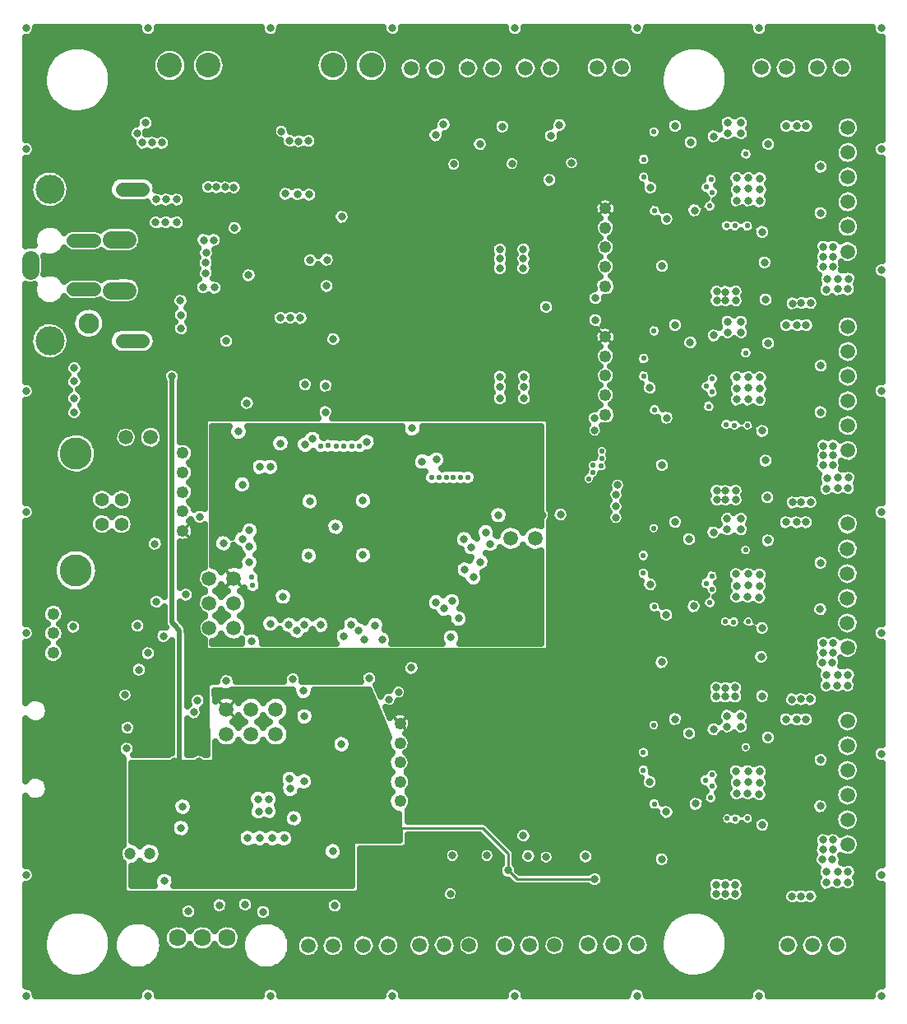
<source format=gbr>
G04 DipTrace 2.4.0.1*
%INVCC.gbr*%
%MOIN*%
%ADD15C,0.01*%
%ADD16C,0.02*%
%ADD17C,0.006*%
%ADD22C,0.025*%
%ADD23C,0.013*%
%ADD32C,0.0709*%
%ADD34C,0.0551*%
%ADD37C,0.1181*%
%ADD39C,0.0827*%
%ADD41C,0.0559*%
%ADD43C,0.1299*%
%ADD45C,0.0591*%
%ADD48C,0.1*%
%ADD51C,0.0705*%
%ADD64C,0.0492*%
%ADD77C,0.0472*%
%ADD99C,0.032*%
%ADD101C,0.022*%
%FSLAX44Y44*%
G04*
G70*
G90*
G75*
G01*
%LNInner2_Plane*%
%LPD*%
X9175Y22275D2*
D17*
X9125Y22325D1*
X6430Y9880D2*
D16*
Y9200D1*
X6630Y9000D1*
Y15200D1*
X6530Y15300D1*
Y15330D1*
X6330Y15530D1*
Y25480D1*
X19960Y5480D2*
D15*
Y6150D1*
X18910Y7200D1*
X14400D1*
X14110Y7490D1*
X23460Y5130D2*
X20310D1*
X19960Y5480D1*
D99*
X4493Y10413D3*
X5000Y13610D3*
X7420Y9880D3*
X6330Y25480D3*
X19960Y5480D3*
X23460Y5130D3*
X19960Y5480D3*
X17040Y16340D3*
X24325Y19775D3*
Y20225D3*
X17350Y16080D3*
X18830Y17975D3*
X6020Y5050D3*
X6900Y16650D3*
X9460Y17950D3*
X11700Y11720D3*
X11660Y12750D3*
X4430Y12590D3*
X10830Y16570D3*
X17700Y6080D3*
X18200Y17660D3*
X17950Y15680D3*
X8870Y31500D3*
X17610Y4540D3*
X18550Y17350D3*
X17680Y16380D3*
X8525Y26925D3*
X6700Y7200D3*
X6760Y8060D3*
X5360Y14280D3*
X7371Y12359D3*
X23500Y27770D3*
X16475Y22045D3*
X23490Y28660D3*
X23470Y23310D3*
X17050Y22120D3*
X23450Y23790D3*
X24325Y20700D3*
X24395Y21080D3*
X2370Y25820D3*
Y25280D3*
X4930Y15390D3*
X7790Y33160D3*
X30170Y33510D3*
Y33050D3*
X30150Y32580D3*
X29690Y33080D3*
Y33520D3*
X29680Y32610D3*
X29220D3*
X29230Y33050D3*
X29210Y33520D3*
D101*
X28810Y31590D3*
X29150Y31580D3*
X29650D3*
X28130Y32380D3*
X28240Y32940D3*
X28000Y33150D3*
X28180Y33460D3*
X29590Y34500D3*
D99*
X30500Y34890D3*
X28290Y35210D3*
X32630Y33980D3*
X32620Y32100D3*
X30260Y31340D3*
X28410Y28560D3*
Y28920D3*
X29180D3*
X28770Y28560D3*
Y28910D3*
X29180Y28560D3*
X29400Y35330D3*
X28850D3*
X29400Y35760D3*
X28850D3*
X32040Y35620D3*
X31670D3*
X31230D3*
X26730Y35630D3*
D101*
X25893Y32195D3*
X25453Y33555D3*
Y34275D3*
X25873Y35385D3*
D99*
X26380Y31870D3*
X9890Y6790D3*
X10940Y32880D3*
X11410Y32870D3*
X11900Y32850D3*
X13210Y31950D3*
X11930Y30190D3*
X12610Y30210D3*
X12600Y29150D3*
X9440Y29580D3*
X7610Y31010D3*
X8030D3*
X7590Y29100D3*
X8060Y29080D3*
X7700Y29670D3*
Y30080D3*
X7710Y30490D3*
X10770Y35410D3*
X11100Y35020D3*
X11470Y35010D3*
X11860Y35020D3*
X5140Y34950D3*
X5540D3*
X5930D3*
X4910Y35340D3*
X12550Y25110D3*
Y24040D3*
X11720Y25160D3*
X9370Y24410D3*
X9400Y6790D3*
X10730Y27860D3*
X11130D3*
X11540Y27850D3*
X12870Y27000D3*
X18810Y34890D3*
X19720Y35600D3*
X17340Y35690D3*
X17010Y35250D3*
X22040Y35670D3*
X21700Y35230D3*
X17750Y34080D3*
X20110Y34110D3*
X33133Y30735D3*
X33123Y30345D3*
X33113Y29945D3*
X32733Y30735D3*
X32723Y30345D3*
X32713Y29945D3*
X32883Y29435D3*
X33753Y29445D3*
X33333D3*
X32863Y29005D3*
X33733Y29015D3*
X33313D3*
X31483Y28445D3*
X32213Y28455D3*
X31843D3*
X26953Y28475D3*
X27683Y28485D3*
X27313D3*
X33133Y22675D3*
X26193Y29955D3*
X33123Y22285D3*
X33113Y21885D3*
X32733Y22675D3*
X32723Y22285D3*
X32713Y21885D3*
X32883Y21375D3*
X33753Y21385D3*
X33333D3*
X30170Y25450D3*
Y24990D3*
X30150Y24520D3*
X29690Y25020D3*
Y25460D3*
X29680Y24550D3*
X29220D3*
X29230Y24990D3*
X29210Y25460D3*
D101*
X28800Y23540D3*
X29140Y23510D3*
X29670Y23500D3*
X28090Y24270D3*
X28220Y24860D3*
X28000Y25090D3*
X28240Y25390D3*
X29590Y26440D3*
D99*
X30500Y26830D3*
X28290Y27150D3*
X32630Y25920D3*
X32620Y24040D3*
X30260Y23280D3*
X28410Y20500D3*
Y20860D3*
X29180D3*
X28770Y20500D3*
Y20850D3*
X29180Y20500D3*
X29400Y27270D3*
X28850D3*
X29400Y27700D3*
X28850D3*
X32040Y27560D3*
X31670D3*
X31230D3*
X26730Y27570D3*
D101*
X25893Y24135D3*
X25453Y25495D3*
Y26215D3*
X25873Y27325D3*
D99*
X26380Y23810D3*
X32863Y20945D3*
X33733Y20955D3*
X33313D3*
X31483Y20385D3*
X32213Y20395D3*
X31843D3*
X26953Y20415D3*
X27683Y20425D3*
X27313D3*
X26193Y21895D3*
X33120Y14695D3*
X33110Y14305D3*
X33100Y13905D3*
X32720Y14695D3*
X32710Y14305D3*
X32700Y13905D3*
X32870Y13395D3*
X33740Y13405D3*
X33320D3*
X30157Y17469D3*
Y17009D3*
X30137Y16539D3*
X29677Y17039D3*
Y17479D3*
X29667Y16569D3*
X29207D3*
X29217Y17009D3*
X29197Y17479D3*
D101*
X28750Y15550D3*
X29100Y15540D3*
X29690Y15550D3*
X28130Y16320D3*
X28220Y16870D3*
X27987Y17109D3*
X28220Y17400D3*
X29577Y18459D3*
D99*
X30487Y18849D3*
X28277Y19169D3*
X32617Y17939D3*
X32607Y16059D3*
X30247Y15299D3*
X28397Y12519D3*
Y12879D3*
X29167D3*
X28757Y12519D3*
Y12869D3*
X29167Y12519D3*
X29387Y19289D3*
X28837D3*
X29387Y19719D3*
X28837D3*
X32027Y19579D3*
X31657D3*
X31217D3*
X26717Y19589D3*
D101*
X25880Y16155D3*
X25440Y17515D3*
Y18235D3*
X25860Y19345D3*
D99*
X26367Y15829D3*
X32850Y12965D3*
X33720Y12975D3*
X33300D3*
X31470Y12405D3*
X32200Y12415D3*
X31830D3*
X26940Y12435D3*
X27670Y12445D3*
X27300D3*
X26180Y13915D3*
X33123Y6715D3*
X33113Y6325D3*
X33103Y5925D3*
X32723Y6715D3*
X32713Y6325D3*
X32703Y5925D3*
X32873Y5415D3*
X33743Y5425D3*
X33323D3*
X30160Y9490D3*
Y9030D3*
X30140Y8560D3*
X29680Y9060D3*
Y9500D3*
X29670Y8590D3*
X29210D3*
X29220Y9030D3*
X29200Y9500D3*
D101*
X28840Y7580D3*
X29160Y7560D3*
X29670Y7580D3*
X28170Y8420D3*
X28225Y8900D3*
X27950Y9125D3*
X28225Y9350D3*
X29590Y10470D3*
D99*
X30490Y10870D3*
X28280Y11190D3*
X32620Y9960D3*
X32610Y8080D3*
X30250Y7320D3*
X28400Y4540D3*
Y4900D3*
X29170D3*
X28760Y4540D3*
Y4890D3*
X29170Y4540D3*
X29390Y11310D3*
X28840D3*
X29390Y11740D3*
X28840D3*
X32030Y11600D3*
X31660D3*
X31220D3*
X26720Y11610D3*
D101*
X25883Y8175D3*
X25443Y9535D3*
Y10255D3*
X25863Y11365D3*
D99*
X26370Y7850D3*
X32853Y4985D3*
X33723Y4995D3*
X33303D3*
X31473Y4425D3*
X32203Y4435D3*
X31833D3*
X26943Y4455D3*
X27673Y4465D3*
X27303D3*
X26183Y5935D3*
X22530Y34130D3*
X19625Y30250D3*
X20575D3*
Y29875D3*
X19625D3*
X20575Y30625D3*
X19625D3*
X21625Y33450D3*
X410Y39590D3*
X8140Y33150D3*
X19100Y6080D3*
X21500Y6025D3*
X10390Y6790D3*
X10880Y6780D3*
X8490Y33150D3*
X11275Y7600D3*
X11130Y8780D3*
X11680Y9090D3*
X11100Y9180D3*
X9825Y8375D3*
X4520Y11260D3*
X8840Y33140D3*
X15510Y12700D3*
X15140Y12410D3*
X14850Y14830D3*
X14560Y15410D3*
X14120Y14820D3*
X13900Y15200D3*
X13600Y15425D3*
X13300Y14970D3*
X11700Y15425D3*
X12350D3*
X12025Y15225D3*
X11230Y13220D3*
X14330Y13260D3*
X8540Y13150D3*
X20600Y25475D3*
Y25075D3*
Y24600D3*
X19625Y25475D3*
Y25075D3*
Y24600D3*
X21500Y28300D3*
X21150Y27675D3*
X21475D3*
X21800D3*
X22125D3*
X21150Y27350D3*
X21475D3*
X21800D3*
X22125D3*
X10310Y21820D3*
X9900D3*
X14575Y23275D3*
X10250Y8375D3*
Y7900D3*
X19050Y19175D3*
X18175Y18900D3*
X18475Y18575D3*
X9850Y7875D3*
X10725Y22775D3*
X11725Y22725D3*
X12025Y22950D3*
X14220Y22830D3*
X16070Y23380D3*
X9025Y23250D3*
X9475Y18600D3*
X9180Y18900D3*
X11390Y15200D3*
X11075Y15425D3*
X5375Y16175D3*
X20775Y6070D3*
X16730Y6130D3*
X15225Y5210D3*
X30260Y2460D3*
X24040Y5080D3*
X21555Y4550D3*
X16340Y5020D3*
X13200Y10590D3*
X12850Y6260D3*
X10030Y3800D3*
X12925Y4060D3*
X19560Y19870D3*
X21350Y19875D3*
X19740Y21390D3*
X9675Y15450D3*
X10325Y15475D3*
X9125Y22325D3*
X21860Y21360D3*
X5700Y16360D3*
X5980Y14970D3*
X5640Y18710D3*
X2325Y15350D3*
X23100Y6050D3*
X6990Y3825D3*
X8255Y4075D3*
X9300Y4100D3*
X7410Y11010D3*
X10675Y14100D3*
X9575Y14750D3*
X9180Y21110D3*
X9475Y19250D3*
X7670Y8700D3*
X6675Y28550D3*
X6700Y27975D3*
Y27425D3*
X6100Y32650D3*
X6075Y31725D3*
X6525D3*
Y32650D3*
X5700D3*
X5675Y31725D3*
X410Y410D3*
X35090Y39590D3*
Y410D3*
X4930Y5460D3*
X6970Y5920D3*
X8790Y5140D3*
X13860Y11520D3*
X12870Y5560D3*
X14110Y7490D3*
X6430Y9880D3*
X12960Y19400D3*
X11910Y20430D3*
X14070Y20460D3*
Y18250D3*
X11870Y18230D3*
X410Y5300D3*
Y15100D3*
Y20000D3*
Y24900D3*
Y34690D3*
X35090D3*
Y29790D3*
Y24900D3*
X5360Y39590D3*
X35090Y20000D3*
Y15100D3*
Y10200D3*
Y5310D3*
X10320Y39590D3*
X15270D3*
X20230D3*
X25180D3*
X30130D3*
X5360Y410D3*
X10320D3*
X15270D3*
X20230D3*
X25180D3*
X30130D3*
X20570Y6890D3*
X7210Y11880D3*
X16040Y13680D3*
X17640Y14920D3*
D101*
X16870Y21400D3*
D99*
X19240Y18710D3*
X22080Y19890D3*
X25700Y9070D3*
X27560Y8180D3*
X27300Y11030D3*
X25710Y17060D3*
X27290Y18900D3*
X30250Y12540D3*
X30210Y14130D3*
X27480Y16180D3*
X30460Y20590D3*
X30390Y22080D3*
X25700Y25020D3*
X27340Y26860D3*
X30350Y30100D3*
X30400Y28600D3*
X25720Y33130D3*
X27360Y34970D3*
X27510Y32210D3*
X5260Y35760D3*
X7460Y19800D3*
X8410Y18730D3*
X2370Y24610D3*
Y24040D3*
D101*
X12350Y22670D3*
X12670Y22680D3*
X12980Y22670D3*
X13290D3*
X13610D3*
X13920Y22660D3*
X9560Y17360D3*
X9600Y17030D3*
X17170Y21400D3*
X17460D3*
X18020D3*
X17740D3*
X18320D3*
X23750Y22450D3*
Y22150D3*
X23740Y21850D3*
X23390Y21880D3*
X23380Y21590D3*
X23220Y21340D3*
X736Y39366D2*
D22*
X5034D1*
X5685D2*
X9995D1*
X10646D2*
X14944D1*
X15596D2*
X19905D1*
X20556D2*
X24854D1*
X25506D2*
X29803D1*
X30455D2*
X34764D1*
X410Y39118D2*
X35089D1*
X410Y38869D2*
X2335D1*
X2666D2*
X27335D1*
X27666D2*
X35089D1*
X410Y38620D2*
X1674D1*
X3326D2*
X5749D1*
X6732D2*
X7307D1*
X8295D2*
X12358D1*
X13342D2*
X13917D1*
X14904D2*
X26674D1*
X28326D2*
X35089D1*
X410Y38372D2*
X1409D1*
X3592D2*
X5561D1*
X6916D2*
X7124D1*
X8478D2*
X12171D1*
X13529D2*
X13733D1*
X15088D2*
X15698D1*
X16322D2*
X16698D1*
X17322D2*
X17979D1*
X18658D2*
X18979D1*
X19658D2*
X20311D1*
X20990D2*
X21311D1*
X21990D2*
X23198D1*
X23924D2*
X24198D1*
X24924D2*
X26409D1*
X28592D2*
X29878D1*
X30584D2*
X30878D1*
X31584D2*
X32128D1*
X32853D2*
X33128D1*
X33853D2*
X35089D1*
X410Y38123D2*
X1249D1*
X3752D2*
X5503D1*
X6978D2*
X7062D1*
X8537D2*
X12112D1*
X13588D2*
X13670D1*
X15150D2*
X15506D1*
X17514D2*
X17807D1*
X19830D2*
X20139D1*
X22162D2*
X23042D1*
X25076D2*
X26249D1*
X28752D2*
X29714D1*
X31744D2*
X31971D1*
X34006D2*
X35089D1*
X410Y37874D2*
X1151D1*
X3849D2*
X5530D1*
X6951D2*
X7087D1*
X8510D2*
X12139D1*
X13560D2*
X13703D1*
X15119D2*
X15479D1*
X17541D2*
X17796D1*
X19846D2*
X20124D1*
X22178D2*
X23038D1*
X25080D2*
X26151D1*
X28849D2*
X29706D1*
X31756D2*
X31967D1*
X34014D2*
X35089D1*
X410Y37625D2*
X1104D1*
X3896D2*
X5663D1*
X6818D2*
X7221D1*
X8377D2*
X12272D1*
X13428D2*
X13835D1*
X14986D2*
X15592D1*
X16428D2*
X16592D1*
X17428D2*
X17921D1*
X18721D2*
X18921D1*
X19721D2*
X20249D1*
X21053D2*
X21249D1*
X22053D2*
X23178D1*
X23943D2*
X24178D1*
X24943D2*
X26104D1*
X28896D2*
X29839D1*
X30623D2*
X30839D1*
X31623D2*
X32108D1*
X32873D2*
X33108D1*
X33873D2*
X35089D1*
X410Y37377D2*
X1104D1*
X3896D2*
X6085D1*
X6392D2*
X7647D1*
X7955D2*
X12698D1*
X13002D2*
X14256D1*
X14564D2*
X26104D1*
X28896D2*
X35089D1*
X410Y37128D2*
X1151D1*
X3849D2*
X26151D1*
X28849D2*
X35089D1*
X410Y36879D2*
X1245D1*
X3752D2*
X26245D1*
X28752D2*
X35089D1*
X410Y36631D2*
X1409D1*
X3592D2*
X26409D1*
X28592D2*
X35089D1*
X410Y36382D2*
X1671D1*
X3326D2*
X26671D1*
X28326D2*
X35089D1*
X410Y36133D2*
X2311D1*
X2685D2*
X5202D1*
X5319D2*
X27311D1*
X27685D2*
X29342D1*
X29457D2*
X35089D1*
X410Y35885D2*
X4881D1*
X5639D2*
X16995D1*
X17685D2*
X19452D1*
X19990D2*
X21710D1*
X22373D2*
X26428D1*
X27029D2*
X28471D1*
X29779D2*
X30940D1*
X32330D2*
X33307D1*
X34139D2*
X35089D1*
X410Y35636D2*
X4690D1*
X5639D2*
X10471D1*
X11068D2*
X16944D1*
X17736D2*
X19323D1*
X20119D2*
X21643D1*
X22439D2*
X25643D1*
X26103D2*
X26331D1*
X27131D2*
X28471D1*
X29779D2*
X30831D1*
X32439D2*
X33194D1*
X34252D2*
X35089D1*
X410Y35387D2*
X4534D1*
X5326D2*
X10389D1*
X11201D2*
X11760D1*
X11961D2*
X16635D1*
X17588D2*
X19385D1*
X20053D2*
X21335D1*
X22310D2*
X25522D1*
X26224D2*
X26421D1*
X27041D2*
X27936D1*
X29795D2*
X30913D1*
X32357D2*
X33217D1*
X34228D2*
X35089D1*
X410Y35139D2*
X4592D1*
X6279D2*
X10518D1*
X12240D2*
X16628D1*
X17392D2*
X18503D1*
X19115D2*
X21311D1*
X22088D2*
X25635D1*
X26111D2*
X26999D1*
X27721D2*
X27897D1*
X29748D2*
X30194D1*
X30806D2*
X33405D1*
X34041D2*
X35089D1*
X752Y34890D2*
X4745D1*
X6326D2*
X10725D1*
X12236D2*
X16881D1*
X17142D2*
X18409D1*
X19209D2*
X21518D1*
X21885D2*
X26967D1*
X27752D2*
X28069D1*
X28510D2*
X30100D1*
X30900D2*
X33315D1*
X34127D2*
X34749D1*
X806Y34641D2*
X4901D1*
X6166D2*
X11378D1*
X11562D2*
X18506D1*
X19115D2*
X27155D1*
X27564D2*
X29272D1*
X29908D2*
X30194D1*
X30806D2*
X33194D1*
X34248D2*
X34694D1*
X662Y34393D2*
X17557D1*
X17943D2*
X19870D1*
X20349D2*
X22268D1*
X22795D2*
X25124D1*
X25783D2*
X29256D1*
X29920D2*
X33210D1*
X34228D2*
X34839D1*
X410Y34144D2*
X17378D1*
X18123D2*
X19733D1*
X20490D2*
X22151D1*
X22908D2*
X25131D1*
X25775D2*
X32268D1*
X32994D2*
X33385D1*
X34053D2*
X35089D1*
X410Y33895D2*
X17421D1*
X18076D2*
X19803D1*
X20416D2*
X22241D1*
X22822D2*
X32241D1*
X33021D2*
X33319D1*
X34119D2*
X35089D1*
X410Y33646D2*
X788D1*
X1967D2*
X21280D1*
X21971D2*
X25116D1*
X25791D2*
X27889D1*
X28471D2*
X28831D1*
X30545D2*
X32432D1*
X32826D2*
X33194D1*
X34244D2*
X35089D1*
X410Y33398D2*
X616D1*
X2139D2*
X3854D1*
X5592D2*
X7475D1*
X9139D2*
X21229D1*
X22021D2*
X25143D1*
X26006D2*
X27764D1*
X28525D2*
X28831D1*
X30553D2*
X33210D1*
X34232D2*
X35089D1*
X410Y33149D2*
X549D1*
X2205D2*
X3753D1*
X5697D2*
X7389D1*
X9240D2*
X10655D1*
X12150D2*
X21378D1*
X21873D2*
X25319D1*
X26119D2*
X27651D1*
X28514D2*
X28842D1*
X30556D2*
X33378D1*
X34060D2*
X35089D1*
X410Y32900D2*
X565D1*
X2189D2*
X3772D1*
X6830D2*
X7495D1*
X9154D2*
X10542D1*
X12295D2*
X25397D1*
X26041D2*
X27768D1*
X28588D2*
X28862D1*
X30537D2*
X33323D1*
X34115D2*
X35089D1*
X410Y32652D2*
X667D1*
X2092D2*
X3944D1*
X6924D2*
X10616D1*
X12244D2*
X23589D1*
X24209D2*
X27928D1*
X28416D2*
X28823D1*
X30545D2*
X33194D1*
X34244D2*
X35089D1*
X410Y32403D2*
X901D1*
X1853D2*
X5393D1*
X6834D2*
X23428D1*
X24373D2*
X25620D1*
X26170D2*
X27163D1*
X28478D2*
X28881D1*
X30506D2*
X32374D1*
X32865D2*
X33206D1*
X34232D2*
X35089D1*
X410Y32154D2*
X12870D1*
X13549D2*
X23436D1*
X24365D2*
X25546D1*
X26650D2*
X27116D1*
X28389D2*
X32225D1*
X33017D2*
X33374D1*
X34068D2*
X35089D1*
X410Y31906D2*
X5323D1*
X6877D2*
X12811D1*
X13607D2*
X23620D1*
X24178D2*
X25721D1*
X26779D2*
X27264D1*
X27756D2*
X28710D1*
X28912D2*
X32276D1*
X32967D2*
X33331D1*
X34111D2*
X35089D1*
X410Y31657D2*
X5280D1*
X6920D2*
X8506D1*
X9236D2*
X12952D1*
X13471D2*
X23464D1*
X24338D2*
X26046D1*
X26713D2*
X28467D1*
X30486D2*
X33198D1*
X34244D2*
X35089D1*
X410Y31408D2*
X850D1*
X1904D2*
X2069D1*
X4971D2*
X5448D1*
X6752D2*
X8483D1*
X9260D2*
X23444D1*
X24357D2*
X28514D1*
X30654D2*
X33206D1*
X34236D2*
X35089D1*
X410Y31160D2*
X717D1*
X5103D2*
X7241D1*
X8400D2*
X8686D1*
X9053D2*
X23596D1*
X24201D2*
X29905D1*
X30615D2*
X33366D1*
X34072D2*
X35089D1*
X410Y30911D2*
X698D1*
X5111D2*
X7225D1*
X8416D2*
X19358D1*
X19892D2*
X20307D1*
X20842D2*
X23479D1*
X24318D2*
X32378D1*
X34103D2*
X35089D1*
X4994Y30662D2*
X7350D1*
X8193D2*
X19225D1*
X20021D2*
X20178D1*
X20974D2*
X23436D1*
X24361D2*
X32342D1*
X34244D2*
X35089D1*
X1728Y30414D2*
X7319D1*
X8103D2*
X11604D1*
X12951D2*
X19264D1*
X19986D2*
X20214D1*
X20935D2*
X23553D1*
X24248D2*
X30120D1*
X30580D2*
X32331D1*
X34240D2*
X35089D1*
X1185Y30165D2*
X7311D1*
X8092D2*
X11530D1*
X13006D2*
X19233D1*
X20014D2*
X20186D1*
X20967D2*
X23503D1*
X24299D2*
X25858D1*
X26529D2*
X29956D1*
X30744D2*
X32370D1*
X34088D2*
X35089D1*
X1185Y29916D2*
X7339D1*
X8060D2*
X9249D1*
X9631D2*
X11647D1*
X12213D2*
X12351D1*
X12869D2*
X19229D1*
X20021D2*
X20178D1*
X20974D2*
X23436D1*
X24365D2*
X25796D1*
X26592D2*
X29999D1*
X30701D2*
X32315D1*
X33514D2*
X34714D1*
X1178Y29667D2*
X1262D1*
X1490D2*
X7299D1*
X8099D2*
X9049D1*
X9830D2*
X19288D1*
X19963D2*
X20237D1*
X20912D2*
X23518D1*
X24279D2*
X25928D1*
X26459D2*
X32436D1*
X34080D2*
X34710D1*
X1924Y29419D2*
X2040D1*
X4912D2*
X7366D1*
X8244D2*
X9077D1*
X9803D2*
X12315D1*
X12885D2*
X23506D1*
X24291D2*
X32483D1*
X34150D2*
X35014D1*
X410Y29170D2*
X714D1*
X5088D2*
X7198D1*
X8447D2*
X12202D1*
X12998D2*
X23417D1*
X24385D2*
X28104D1*
X29486D2*
X32503D1*
X34099D2*
X35089D1*
X410Y28921D2*
X702D1*
X5119D2*
X6600D1*
X6749D2*
X7237D1*
X8424D2*
X12276D1*
X12924D2*
X23198D1*
X24330D2*
X28010D1*
X29580D2*
X30182D1*
X30619D2*
X32471D1*
X34123D2*
X35089D1*
X410Y28673D2*
X792D1*
X5033D2*
X6296D1*
X7053D2*
X21436D1*
X21565D2*
X23089D1*
X23889D2*
X28026D1*
X29564D2*
X30006D1*
X30791D2*
X31159D1*
X32545D2*
X32664D1*
X33912D2*
X35089D1*
X410Y28424D2*
X1065D1*
X1689D2*
X3694D1*
X4689D2*
X6296D1*
X7053D2*
X21120D1*
X21877D2*
X23174D1*
X23806D2*
X28034D1*
X29553D2*
X30046D1*
X30756D2*
X31085D1*
X32611D2*
X35089D1*
X410Y28175D2*
X2514D1*
X3392D2*
X6358D1*
X7041D2*
X10503D1*
X11752D2*
X21120D1*
X21877D2*
X31198D1*
X32486D2*
X35089D1*
X410Y27927D2*
X2315D1*
X3592D2*
X6303D1*
X7096D2*
X10335D1*
X11931D2*
X21440D1*
X21556D2*
X23135D1*
X23865D2*
X26589D1*
X26869D2*
X28526D1*
X29724D2*
X31128D1*
X31334D2*
X31569D1*
X31772D2*
X31936D1*
X32141D2*
X33424D1*
X34021D2*
X35089D1*
X410Y27678D2*
X1057D1*
X1701D2*
X2249D1*
X3654D2*
X6397D1*
X7002D2*
X10378D1*
X11896D2*
X23112D1*
X23889D2*
X26346D1*
X27115D2*
X28452D1*
X29799D2*
X30850D1*
X32420D2*
X33221D1*
X34224D2*
X35089D1*
X410Y27429D2*
X721D1*
X2033D2*
X2284D1*
X3623D2*
X4081D1*
X5369D2*
X6299D1*
X7099D2*
X23319D1*
X24236D2*
X25542D1*
X26205D2*
X26357D1*
X27103D2*
X28014D1*
X29764D2*
X30854D1*
X32416D2*
X33194D1*
X34256D2*
X35089D1*
X410Y27181D2*
X589D1*
X2170D2*
X2428D1*
X3478D2*
X3807D1*
X5642D2*
X6389D1*
X7010D2*
X8225D1*
X8826D2*
X12518D1*
X13224D2*
X23424D1*
X24377D2*
X25557D1*
X26189D2*
X27120D1*
X27560D2*
X27893D1*
X29791D2*
X30342D1*
X30658D2*
X33296D1*
X34150D2*
X35089D1*
X410Y26932D2*
X546D1*
X2209D2*
X3745D1*
X5705D2*
X8124D1*
X8924D2*
X12475D1*
X13264D2*
X23440D1*
X24357D2*
X26948D1*
X27732D2*
X27960D1*
X29037D2*
X29216D1*
X29588D2*
X30116D1*
X30885D2*
X33440D1*
X34002D2*
X35089D1*
X410Y26683D2*
X585D1*
X2170D2*
X3803D1*
X5642D2*
X8214D1*
X8838D2*
X12643D1*
X13096D2*
X23651D1*
X24146D2*
X26983D1*
X27697D2*
X29350D1*
X29830D2*
X30131D1*
X30869D2*
X33221D1*
X34217D2*
X35089D1*
X410Y26435D2*
X717D1*
X2037D2*
X4069D1*
X5381D2*
X23456D1*
X24346D2*
X25190D1*
X25717D2*
X29241D1*
X29939D2*
X33186D1*
X34252D2*
X35089D1*
X410Y26186D2*
X1042D1*
X1713D2*
X2264D1*
X2476D2*
X23448D1*
X24349D2*
X25104D1*
X25803D2*
X29362D1*
X29818D2*
X32342D1*
X32920D2*
X33284D1*
X34154D2*
X35089D1*
X410Y25937D2*
X1991D1*
X2752D2*
X23628D1*
X24174D2*
X25260D1*
X25646D2*
X32229D1*
X33029D2*
X33448D1*
X33990D2*
X35089D1*
X410Y25688D2*
X1995D1*
X2748D2*
X5995D1*
X6666D2*
X19292D1*
X19959D2*
X20268D1*
X20931D2*
X23471D1*
X24330D2*
X25167D1*
X25740D2*
X28089D1*
X28392D2*
X28889D1*
X30486D2*
X32311D1*
X32951D2*
X33225D1*
X34217D2*
X35089D1*
X410Y25440D2*
X2006D1*
X2732D2*
X5932D1*
X6728D2*
X11444D1*
X11994D2*
X12346D1*
X12752D2*
X19225D1*
X20021D2*
X20202D1*
X20998D2*
X23440D1*
X24361D2*
X25108D1*
X25799D2*
X27893D1*
X28588D2*
X28811D1*
X30568D2*
X33186D1*
X34252D2*
X35089D1*
X670Y25191D2*
X1979D1*
X2760D2*
X5991D1*
X6670D2*
X11323D1*
X12939D2*
X19245D1*
X20006D2*
X20217D1*
X20982D2*
X23577D1*
X24224D2*
X25315D1*
X26060D2*
X27667D1*
X28521D2*
X28889D1*
X30510D2*
X33280D1*
X34158D2*
X34831D1*
X806Y24942D2*
X2171D1*
X2568D2*
X5991D1*
X6670D2*
X11389D1*
X12049D2*
X12187D1*
X12912D2*
X19249D1*
X20002D2*
X20225D1*
X20974D2*
X23491D1*
X24310D2*
X25307D1*
X26092D2*
X27686D1*
X28560D2*
X28835D1*
X30568D2*
X33460D1*
X33982D2*
X34694D1*
X748Y24694D2*
X1979D1*
X2760D2*
X5991D1*
X6670D2*
X9100D1*
X9639D2*
X19237D1*
X20014D2*
X20214D1*
X20986D2*
X23436D1*
X24365D2*
X25491D1*
X25908D2*
X27917D1*
X28525D2*
X28850D1*
X30506D2*
X33229D1*
X34213D2*
X34753D1*
X410Y24445D2*
X2006D1*
X2732D2*
X5991D1*
X6670D2*
X8971D1*
X9767D2*
X19260D1*
X19990D2*
X20233D1*
X20967D2*
X23538D1*
X24264D2*
X25772D1*
X26018D2*
X27792D1*
X28389D2*
X28835D1*
X30541D2*
X33186D1*
X34252D2*
X35089D1*
X410Y24196D2*
X2003D1*
X2736D2*
X5991D1*
X6670D2*
X9038D1*
X9705D2*
X12186D1*
X12916D2*
X23491D1*
X24306D2*
X25549D1*
X26236D2*
X27749D1*
X28431D2*
X29069D1*
X29369D2*
X29530D1*
X29830D2*
X29937D1*
X30365D2*
X32253D1*
X32986D2*
X33276D1*
X34162D2*
X35089D1*
X410Y23948D2*
X1983D1*
X2760D2*
X5991D1*
X6670D2*
X12163D1*
X12939D2*
X23085D1*
X24385D2*
X25604D1*
X26752D2*
X32233D1*
X33010D2*
X33471D1*
X33971D2*
X35089D1*
X410Y23699D2*
X2190D1*
X2553D2*
X5991D1*
X6670D2*
X7659D1*
X21619D2*
X23061D1*
X24318D2*
X25999D1*
X26764D2*
X28491D1*
X29928D2*
X32440D1*
X32803D2*
X33229D1*
X34209D2*
X35089D1*
X410Y23450D2*
X4202D1*
X4721D2*
X5163D1*
X5760D2*
X5991D1*
X6670D2*
X7631D1*
X21646D2*
X23120D1*
X23822D2*
X26249D1*
X26509D2*
X28464D1*
X30619D2*
X33186D1*
X34252D2*
X35089D1*
X410Y23202D2*
X2171D1*
X2693D2*
X3979D1*
X6670D2*
X7631D1*
X21646D2*
X23108D1*
X23834D2*
X29014D1*
X29268D2*
X29581D1*
X29758D2*
X29870D1*
X30650D2*
X33276D1*
X34166D2*
X35089D1*
X410Y22953D2*
X1768D1*
X3096D2*
X3948D1*
X6670D2*
X7631D1*
X21646D2*
X30053D1*
X30467D2*
X32456D1*
X33412D2*
X33498D1*
X33951D2*
X35089D1*
X410Y22704D2*
X1608D1*
X3252D2*
X4061D1*
X4861D2*
X5034D1*
X5885D2*
X5991D1*
X7127D2*
X7631D1*
X21646D2*
X23557D1*
X23943D2*
X32335D1*
X34209D2*
X35089D1*
X410Y22456D2*
X1546D1*
X3318D2*
X5991D1*
X7256D2*
X7631D1*
X21646D2*
X23421D1*
X24080D2*
X32366D1*
X34256D2*
X35089D1*
X410Y22207D2*
X1557D1*
X3306D2*
X5991D1*
X7228D2*
X7631D1*
X21646D2*
X23424D1*
X24076D2*
X25960D1*
X26428D2*
X30010D1*
X30767D2*
X32331D1*
X34178D2*
X35089D1*
X410Y21958D2*
X1647D1*
X3217D2*
X5991D1*
X7080D2*
X7631D1*
X21646D2*
X23069D1*
X24049D2*
X25799D1*
X26588D2*
X30010D1*
X30771D2*
X32319D1*
X33506D2*
X35089D1*
X410Y21709D2*
X1850D1*
X3014D2*
X5991D1*
X7244D2*
X7631D1*
X21646D2*
X23073D1*
X24037D2*
X25842D1*
X26545D2*
X30307D1*
X30471D2*
X32358D1*
X33967D2*
X35089D1*
X410Y21461D2*
X5991D1*
X7240D2*
X7631D1*
X21646D2*
X22917D1*
X23681D2*
X32495D1*
X34146D2*
X35089D1*
X410Y21212D2*
X5991D1*
X7060D2*
X7631D1*
X21646D2*
X22917D1*
X23521D2*
X24042D1*
X24748D2*
X28256D1*
X28564D2*
X28649D1*
X28893D2*
X29026D1*
X29334D2*
X32522D1*
X34111D2*
X35089D1*
X410Y20963D2*
X3323D1*
X3674D2*
X4112D1*
X4459D2*
X5991D1*
X7232D2*
X7631D1*
X21646D2*
X24034D1*
X24756D2*
X28026D1*
X29564D2*
X32464D1*
X34135D2*
X35089D1*
X410Y20715D2*
X3030D1*
X4752D2*
X5991D1*
X7252D2*
X7631D1*
X21646D2*
X23944D1*
X24705D2*
X28038D1*
X29549D2*
X30081D1*
X30838D2*
X31280D1*
X32435D2*
X32543D1*
X34045D2*
X35089D1*
X410Y20466D2*
X2979D1*
X4803D2*
X5991D1*
X7111D2*
X7631D1*
X21646D2*
X24034D1*
X24615D2*
X28010D1*
X29580D2*
X30081D1*
X30838D2*
X31092D1*
X32607D2*
X35089D1*
X740Y20217D2*
X3061D1*
X4721D2*
X5991D1*
X7217D2*
X7631D1*
X21646D2*
X21874D1*
X22287D2*
X23944D1*
X24705D2*
X28139D1*
X29451D2*
X31124D1*
X32568D2*
X34760D1*
X810Y19969D2*
X3296D1*
X3701D2*
X4081D1*
X4490D2*
X5991D1*
X22471D2*
X24003D1*
X24646D2*
X28534D1*
X29693D2*
X33452D1*
X33967D2*
X34690D1*
X685Y19720D2*
X3026D1*
X4756D2*
X5991D1*
X22439D2*
X23948D1*
X24701D2*
X26342D1*
X27096D2*
X28436D1*
X29787D2*
X30846D1*
X32400D2*
X33217D1*
X34201D2*
X34815D1*
X410Y19471D2*
X2979D1*
X4803D2*
X5991D1*
X21646D2*
X24116D1*
X24533D2*
X25557D1*
X26162D2*
X26333D1*
X27099D2*
X28030D1*
X29740D2*
X30835D1*
X32412D2*
X33178D1*
X34244D2*
X35089D1*
X410Y19223D2*
X3069D1*
X4713D2*
X5991D1*
X7260D2*
X7631D1*
X21646D2*
X25557D1*
X26166D2*
X26616D1*
X26822D2*
X27073D1*
X27506D2*
X27881D1*
X29783D2*
X30428D1*
X30544D2*
X31077D1*
X31357D2*
X31518D1*
X31799D2*
X31885D1*
X32166D2*
X33268D1*
X34154D2*
X35089D1*
X410Y18974D2*
X5350D1*
X7181D2*
X7631D1*
X21646D2*
X26897D1*
X27681D2*
X27932D1*
X29064D2*
X29163D1*
X29615D2*
X30108D1*
X30865D2*
X33471D1*
X33943D2*
X35089D1*
X410Y18725D2*
X5241D1*
X6670D2*
X7631D1*
X21646D2*
X26932D1*
X27646D2*
X29405D1*
X29752D2*
X30108D1*
X30865D2*
X33221D1*
X34193D2*
X35089D1*
X410Y18477D2*
X2061D1*
X2803D2*
X5323D1*
X6670D2*
X7631D1*
X21646D2*
X25198D1*
X25681D2*
X29249D1*
X29908D2*
X30421D1*
X30550D2*
X33174D1*
X34240D2*
X35089D1*
X410Y18228D2*
X1714D1*
X3146D2*
X5991D1*
X6670D2*
X7631D1*
X21646D2*
X25092D1*
X25791D2*
X29354D1*
X29803D2*
X32354D1*
X32881D2*
X33256D1*
X34158D2*
X35089D1*
X410Y17979D2*
X1561D1*
X3303D2*
X5991D1*
X6670D2*
X7631D1*
X21646D2*
X25214D1*
X25666D2*
X32221D1*
X33014D2*
X33483D1*
X33931D2*
X35089D1*
X410Y17730D2*
X1499D1*
X3365D2*
X5991D1*
X6670D2*
X7542D1*
X21646D2*
X25174D1*
X25709D2*
X28893D1*
X30451D2*
X32280D1*
X32955D2*
X33221D1*
X34193D2*
X35089D1*
X410Y17482D2*
X1503D1*
X3357D2*
X5991D1*
X6670D2*
X7339D1*
X21646D2*
X25092D1*
X25787D2*
X27881D1*
X28560D2*
X28796D1*
X30556D2*
X33174D1*
X34240D2*
X35089D1*
X410Y17233D2*
X1581D1*
X3279D2*
X5991D1*
X6670D2*
X7311D1*
X21646D2*
X25253D1*
X26068D2*
X27663D1*
X28525D2*
X28889D1*
X30482D2*
X33253D1*
X34162D2*
X35089D1*
X410Y16984D2*
X1756D1*
X3103D2*
X5991D1*
X7096D2*
X7413D1*
X21646D2*
X25319D1*
X26103D2*
X27663D1*
X28549D2*
X28819D1*
X30556D2*
X33495D1*
X33920D2*
X35089D1*
X410Y16736D2*
X2214D1*
X2646D2*
X5991D1*
X7291D2*
X7549D1*
X21646D2*
X25499D1*
X25924D2*
X27901D1*
X28541D2*
X28846D1*
X30482D2*
X33225D1*
X34189D2*
X35089D1*
X410Y16487D2*
X5323D1*
X7264D2*
X7339D1*
X21646D2*
X27241D1*
X27721D2*
X27827D1*
X28435D2*
X28815D1*
X30533D2*
X33174D1*
X34240D2*
X35089D1*
X410Y16238D2*
X1217D1*
X1822D2*
X5319D1*
X6670D2*
X7307D1*
X21646D2*
X25542D1*
X26221D2*
X27085D1*
X28471D2*
X29006D1*
X30385D2*
X32253D1*
X32963D2*
X33249D1*
X34166D2*
X35089D1*
X410Y15990D2*
X1049D1*
X1990D2*
X5991D1*
X6670D2*
X7409D1*
X21646D2*
X25577D1*
X26732D2*
X27131D1*
X27826D2*
X32214D1*
X33002D2*
X33510D1*
X33904D2*
X35089D1*
X410Y15741D2*
X1053D1*
X1986D2*
X4772D1*
X5088D2*
X5991D1*
X6670D2*
X7600D1*
X21646D2*
X25979D1*
X26756D2*
X28487D1*
X29951D2*
X32385D1*
X32830D2*
X33229D1*
X34185D2*
X35089D1*
X410Y15492D2*
X1229D1*
X1810D2*
X1953D1*
X2697D2*
X4546D1*
X5314D2*
X5991D1*
X6826D2*
X7366D1*
X21646D2*
X26178D1*
X26556D2*
X28424D1*
X30596D2*
X33171D1*
X34244D2*
X35089D1*
X783Y15244D2*
X1065D1*
X2709D2*
X4561D1*
X5299D2*
X5698D1*
X6967D2*
X7327D1*
X21646D2*
X28940D1*
X29260D2*
X29850D1*
X30642D2*
X33249D1*
X34166D2*
X34717D1*
X795Y14995D2*
X1042D1*
X1998D2*
X2178D1*
X2471D2*
X5581D1*
X6971D2*
X7432D1*
X21646D2*
X30003D1*
X30490D2*
X32471D1*
X33369D2*
X33546D1*
X33877D2*
X34706D1*
X560Y14746D2*
X1178D1*
X1861D2*
X5655D1*
X6971D2*
X7631D1*
X21646D2*
X32323D1*
X34185D2*
X34940D1*
X410Y14498D2*
X1081D1*
X1959D2*
X5030D1*
X5689D2*
X6292D1*
X6971D2*
X7635D1*
X21639D2*
X30112D1*
X30305D2*
X32366D1*
X34244D2*
X35089D1*
X410Y14249D2*
X1038D1*
X2006D2*
X4960D1*
X5760D2*
X6292D1*
X6971D2*
X25987D1*
X26377D2*
X29831D1*
X30592D2*
X32315D1*
X34178D2*
X35089D1*
X410Y14000D2*
X1139D1*
X1900D2*
X5085D1*
X5635D2*
X6292D1*
X6971D2*
X15819D1*
X16260D2*
X25792D1*
X26572D2*
X29835D1*
X30588D2*
X32311D1*
X33486D2*
X33607D1*
X33810D2*
X35089D1*
X410Y13751D2*
X4628D1*
X5373D2*
X6292D1*
X6971D2*
X15647D1*
X16431D2*
X25819D1*
X26545D2*
X32335D1*
X33486D2*
X33575D1*
X33908D2*
X35089D1*
X410Y13503D2*
X4616D1*
X5385D2*
X6292D1*
X6971D2*
X8389D1*
X8693D2*
X10960D1*
X11502D2*
X14018D1*
X14642D2*
X15686D1*
X16396D2*
X32487D1*
X34127D2*
X35089D1*
X410Y13254D2*
X4858D1*
X5142D2*
X6292D1*
X6971D2*
X8155D1*
X8924D2*
X10831D1*
X11627D2*
X13928D1*
X14728D2*
X32499D1*
X34107D2*
X35089D1*
X410Y13005D2*
X6292D1*
X6971D2*
X7737D1*
X14631D2*
X15303D1*
X15717D2*
X28018D1*
X29545D2*
X32452D1*
X34119D2*
X35089D1*
X410Y12757D2*
X4092D1*
X4767D2*
X6292D1*
X6971D2*
X7710D1*
X14736D2*
X15038D1*
X15885D2*
X28018D1*
X29545D2*
X29921D1*
X30580D2*
X31315D1*
X32377D2*
X32514D1*
X34049D2*
X35089D1*
X410Y12508D2*
X4061D1*
X4799D2*
X6292D1*
X15834D2*
X27999D1*
X29568D2*
X29850D1*
X30650D2*
X31085D1*
X32588D2*
X35089D1*
X1240Y12259D2*
X4276D1*
X4584D2*
X6292D1*
X15486D2*
X28100D1*
X29463D2*
X29975D1*
X30525D2*
X31100D1*
X32568D2*
X35089D1*
X1342Y12011D2*
X6292D1*
X7588D2*
X7713D1*
X15041D2*
X28557D1*
X29674D2*
X33503D1*
X33924D2*
X35089D1*
X1310Y11762D2*
X6292D1*
X7592D2*
X7714D1*
X15146D2*
X15237D1*
X15924D2*
X26354D1*
X27088D2*
X28440D1*
X29791D2*
X30858D1*
X32392D2*
X33233D1*
X34197D2*
X35089D1*
X410Y11513D2*
X491D1*
X1107D2*
X4217D1*
X4822D2*
X6292D1*
X6971D2*
X7107D1*
X7314D2*
X7714D1*
X16056D2*
X25573D1*
X26154D2*
X26335D1*
X27107D2*
X28065D1*
X29728D2*
X30831D1*
X32420D2*
X33178D1*
X34248D2*
X35089D1*
X410Y11265D2*
X4120D1*
X4920D2*
X6292D1*
X6971D2*
X7717D1*
X16037D2*
X25549D1*
X26178D2*
X26549D1*
X26892D2*
X26983D1*
X27619D2*
X27889D1*
X29787D2*
X31026D1*
X32221D2*
X33256D1*
X34170D2*
X35089D1*
X410Y11016D2*
X4210D1*
X4830D2*
X6292D1*
X6971D2*
X7717D1*
X15838D2*
X26901D1*
X27701D2*
X27924D1*
X29646D2*
X30120D1*
X30861D2*
X33530D1*
X33889D2*
X35089D1*
X410Y10767D2*
X4346D1*
X4642D2*
X6292D1*
X6971D2*
X7717D1*
X16029D2*
X27006D1*
X27592D2*
X29499D1*
X29685D2*
X30104D1*
X30877D2*
X33233D1*
X34185D2*
X35089D1*
X410Y10519D2*
X4108D1*
X4877D2*
X6292D1*
X6971D2*
X7717D1*
X16029D2*
X25229D1*
X25658D2*
X29264D1*
X29916D2*
X30335D1*
X30646D2*
X33174D1*
X34244D2*
X34866D1*
X410Y10270D2*
X4124D1*
X4865D2*
X6292D1*
X6971D2*
X7717D1*
X15842D2*
X25092D1*
X25791D2*
X29335D1*
X29846D2*
X32385D1*
X32857D2*
X33245D1*
X34174D2*
X34698D1*
X410Y10021D2*
X4331D1*
X16014D2*
X25194D1*
X25693D2*
X32225D1*
X33014D2*
X33546D1*
X33873D2*
X34737D1*
X410Y9772D2*
X4319D1*
X16037D2*
X25198D1*
X25689D2*
X28917D1*
X30431D2*
X32272D1*
X32971D2*
X33237D1*
X34185D2*
X35089D1*
X410Y9524D2*
X4319D1*
X15900D2*
X25092D1*
X25795D2*
X27924D1*
X28525D2*
X28799D1*
X30556D2*
X33174D1*
X34244D2*
X35089D1*
X410Y9275D2*
X565D1*
X1033D2*
X4319D1*
X16017D2*
X25225D1*
X26037D2*
X27635D1*
X28564D2*
X28874D1*
X30494D2*
X33245D1*
X34178D2*
X35089D1*
X1291Y9026D2*
X4319D1*
X16064D2*
X25303D1*
X26096D2*
X27616D1*
X28549D2*
X28819D1*
X30560D2*
X33569D1*
X33853D2*
X35089D1*
X1346Y8778D2*
X4319D1*
X15963D2*
X25440D1*
X25959D2*
X27897D1*
X28553D2*
X28862D1*
X30471D2*
X33241D1*
X34181D2*
X35089D1*
X1267Y8529D2*
X4319D1*
X15994D2*
X27397D1*
X27721D2*
X27839D1*
X28502D2*
X28815D1*
X30537D2*
X33174D1*
X34244D2*
X35089D1*
X410Y8280D2*
X4319D1*
X16064D2*
X25549D1*
X26217D2*
X27174D1*
X28490D2*
X28975D1*
X30416D2*
X32268D1*
X32951D2*
X33241D1*
X34181D2*
X35089D1*
X410Y8032D2*
X4319D1*
X15994D2*
X25565D1*
X26724D2*
X27190D1*
X27928D2*
X32214D1*
X33006D2*
X33577D1*
X33846D2*
X35089D1*
X410Y7783D2*
X4319D1*
X15908D2*
X25975D1*
X26764D2*
X28589D1*
X29924D2*
X32358D1*
X32865D2*
X33241D1*
X34178D2*
X35089D1*
X410Y7534D2*
X4319D1*
X15908D2*
X26143D1*
X26596D2*
X28514D1*
X30584D2*
X33174D1*
X34244D2*
X35089D1*
X410Y7286D2*
X4319D1*
X19224D2*
X28737D1*
X29357D2*
X29565D1*
X29772D2*
X29854D1*
X30650D2*
X33237D1*
X34181D2*
X35089D1*
X410Y7037D2*
X4319D1*
X19474D2*
X20202D1*
X20939D2*
X29979D1*
X30521D2*
X32506D1*
X33342D2*
X33553D1*
X33865D2*
X35089D1*
X410Y6788D2*
X4319D1*
X15908D2*
X18921D1*
X19721D2*
X20182D1*
X20955D2*
X32331D1*
X34174D2*
X35089D1*
X410Y6540D2*
X4319D1*
X15904D2*
X19171D1*
X19971D2*
X20413D1*
X20728D2*
X32366D1*
X34248D2*
X35089D1*
X410Y6291D2*
X4178D1*
X14002D2*
X17389D1*
X18010D2*
X18788D1*
X20209D2*
X20448D1*
X21103D2*
X21241D1*
X21760D2*
X22788D1*
X23412D2*
X26038D1*
X26326D2*
X32315D1*
X34193D2*
X35089D1*
X410Y6042D2*
X4167D1*
X14002D2*
X17323D1*
X18076D2*
X18721D1*
X19478D2*
X19667D1*
X20252D2*
X20378D1*
X21881D2*
X22702D1*
X23498D2*
X25799D1*
X26568D2*
X32323D1*
X33900D2*
X35089D1*
X410Y5793D2*
X4319D1*
X14002D2*
X17467D1*
X17935D2*
X18866D1*
X19334D2*
X19671D1*
X20252D2*
X20499D1*
X21053D2*
X21210D1*
X21795D2*
X22803D1*
X23400D2*
X25811D1*
X26556D2*
X32327D1*
X33478D2*
X33647D1*
X33840D2*
X35089D1*
X721Y5545D2*
X4319D1*
X14002D2*
X19565D1*
X20353D2*
X32495D1*
X34123D2*
X34772D1*
X810Y5296D2*
X4319D1*
X14002D2*
X19608D1*
X23822D2*
X32491D1*
X34119D2*
X34690D1*
X713Y5047D2*
X4319D1*
X14002D2*
X19995D1*
X23849D2*
X28030D1*
X29541D2*
X32460D1*
X34119D2*
X34796D1*
X410Y4799D2*
X4319D1*
X14002D2*
X17342D1*
X17877D2*
X23260D1*
X23662D2*
X28014D1*
X29556D2*
X31717D1*
X31951D2*
X32087D1*
X32318D2*
X32503D1*
X34068D2*
X35089D1*
X410Y4550D2*
X4456D1*
X13885D2*
X17229D1*
X17990D2*
X27999D1*
X29568D2*
X31096D1*
X32584D2*
X35089D1*
X410Y4301D2*
X7932D1*
X8580D2*
X8960D1*
X9642D2*
X12612D1*
X13236D2*
X17323D1*
X17896D2*
X28085D1*
X29482D2*
X31096D1*
X32580D2*
X35089D1*
X410Y4053D2*
X6667D1*
X7314D2*
X7854D1*
X8654D2*
X8905D1*
X10334D2*
X12526D1*
X13326D2*
X31409D1*
X31537D2*
X35089D1*
X410Y3804D2*
X2034D1*
X2967D2*
X6592D1*
X7389D2*
X7971D1*
X8541D2*
X9046D1*
X10431D2*
X12628D1*
X13224D2*
X27034D1*
X27967D2*
X35089D1*
X410Y3555D2*
X1592D1*
X3408D2*
X6706D1*
X7275D2*
X9721D1*
X10338D2*
X26592D1*
X28408D2*
X35089D1*
X410Y3307D2*
X1358D1*
X3639D2*
X4424D1*
X5478D2*
X6417D1*
X6685D2*
X7417D1*
X7685D2*
X8417D1*
X8685D2*
X9620D1*
X10678D2*
X26358D1*
X28639D2*
X35089D1*
X410Y3058D2*
X1217D1*
X3783D2*
X4143D1*
X5760D2*
X6049D1*
X9053D2*
X9339D1*
X10959D2*
X26217D1*
X28783D2*
X35089D1*
X410Y2809D2*
X1135D1*
X3865D2*
X4003D1*
X11099D2*
X11495D1*
X12224D2*
X12495D1*
X13224D2*
X13714D1*
X14467D2*
X14714D1*
X15467D2*
X15983D1*
X16756D2*
X16983D1*
X17756D2*
X18010D1*
X18728D2*
X19444D1*
X20217D2*
X20444D1*
X21217D2*
X21471D1*
X22189D2*
X22784D1*
X23615D2*
X23784D1*
X24615D2*
X24784D1*
X25615D2*
X26135D1*
X28865D2*
X30901D1*
X31678D2*
X31901D1*
X32678D2*
X32901D1*
X33678D2*
X35089D1*
X410Y2561D2*
X1100D1*
X11158D2*
X11342D1*
X13377D2*
X13569D1*
X15611D2*
X15846D1*
X18873D2*
X19307D1*
X22334D2*
X22671D1*
X25728D2*
X26100D1*
X28900D2*
X30768D1*
X33814D2*
X35089D1*
X410Y2312D2*
X1112D1*
X5959D2*
X6167D1*
X6935D2*
X7167D1*
X7935D2*
X8167D1*
X8935D2*
X9139D1*
X11154D2*
X11339D1*
X13381D2*
X13573D1*
X15607D2*
X15854D1*
X18865D2*
X19315D1*
X22326D2*
X22694D1*
X25705D2*
X26112D1*
X28889D2*
X30772D1*
X33806D2*
X35089D1*
X410Y2063D2*
X1171D1*
X3830D2*
X4014D1*
X5889D2*
X9210D1*
X11088D2*
X11479D1*
X12240D2*
X12479D1*
X13240D2*
X13721D1*
X14459D2*
X14721D1*
X15459D2*
X16014D1*
X16728D2*
X17014D1*
X17728D2*
X18046D1*
X18697D2*
X19471D1*
X20189D2*
X20471D1*
X21189D2*
X21503D1*
X22154D2*
X22881D1*
X23517D2*
X23881D1*
X24517D2*
X24881D1*
X25517D2*
X26171D1*
X28830D2*
X30932D1*
X31646D2*
X31932D1*
X32646D2*
X32932D1*
X33646D2*
X35089D1*
X410Y1814D2*
X1280D1*
X3717D2*
X4167D1*
X5736D2*
X9362D1*
X10935D2*
X26280D1*
X28717D2*
X35089D1*
X410Y1566D2*
X1464D1*
X3537D2*
X4479D1*
X5424D2*
X9674D1*
X10623D2*
X26464D1*
X28537D2*
X35089D1*
X410Y1317D2*
X1772D1*
X3228D2*
X26772D1*
X28228D2*
X35089D1*
X410Y1068D2*
X35089D1*
X410Y820D2*
X35089D1*
X775Y571D2*
X4995D1*
X5724D2*
X9956D1*
X10685D2*
X14905D1*
X15635D2*
X19866D1*
X20592D2*
X24815D1*
X25545D2*
X29768D1*
X30494D2*
X34725D1*
X1146Y29640D2*
X1142Y29629D1*
X1278Y29666D1*
X1403Y29673D1*
X1527Y29656D1*
X1645Y29617D1*
X1754Y29556D1*
X1849Y29475D1*
X1927Y29378D1*
X1961Y29324D1*
X2051Y29411D1*
X2160Y29471D1*
X2300Y29502D1*
X2717Y29506D1*
X3232Y29502D1*
X3353Y29471D1*
X3475Y29396D1*
X3565Y29464D1*
X3678Y29517D1*
X3820Y29543D1*
X4527Y29546D1*
X4594Y29542D1*
X4716Y29514D1*
X4828Y29460D1*
X4926Y29383D1*
X5005Y29286D1*
X5061Y29174D1*
X5091Y29053D1*
X5097Y28976D1*
X5083Y28852D1*
X5043Y28734D1*
X4978Y28628D1*
X4891Y28538D1*
X4787Y28470D1*
X4670Y28425D1*
X4527Y28407D1*
X3854Y28408D1*
X3753Y28417D1*
X3634Y28453D1*
X3525Y28515D1*
X3426Y28598D1*
X3313Y28547D1*
X3169Y28525D1*
X2339Y28526D1*
X2239Y28536D1*
X2121Y28578D1*
X2018Y28648D1*
X1959Y28715D1*
X1932Y28661D1*
X1855Y28563D1*
X1760Y28481D1*
X1652Y28418D1*
X1535Y28377D1*
X1411Y28359D1*
X1286Y28364D1*
X1165Y28393D1*
X1051Y28445D1*
X949Y28517D1*
X863Y28607D1*
X795Y28711D1*
X748Y28827D1*
X723Y28949D1*
Y29074D1*
X752Y29215D1*
X610Y29195D1*
X485Y29204D1*
X385Y29235D1*
Y25275D1*
X516Y25260D1*
X628Y25205D1*
X716Y25117D1*
X770Y25005D1*
X785Y24900D1*
X764Y24777D1*
X705Y24668D1*
X613Y24584D1*
X498Y24536D1*
X386Y24528D1*
X385Y20377D1*
X516Y20360D1*
X628Y20305D1*
X716Y20217D1*
X770Y20105D1*
X785Y20000D1*
X764Y19877D1*
X705Y19768D1*
X613Y19684D1*
X498Y19636D1*
X386Y19628D1*
X385Y15470D1*
X516Y15460D1*
X628Y15405D1*
X716Y15317D1*
X770Y15205D1*
X785Y15100D1*
X764Y14977D1*
X705Y14868D1*
X613Y14784D1*
X498Y14736D1*
X386Y14728D1*
X385Y12260D1*
X495Y12370D1*
X604Y12431D1*
X724Y12463D1*
X849Y12466D1*
X971Y12440D1*
X1083Y12385D1*
X1178Y12305D1*
X1252Y12205D1*
X1300Y12089D1*
X1319Y11949D1*
X1304Y11825D1*
X1260Y11708D1*
X1190Y11605D1*
X1097Y11522D1*
X987Y11464D1*
X866Y11433D1*
X741Y11432D1*
X620Y11461D1*
X509Y11517D1*
X415Y11599D1*
X385Y11640D1*
Y9111D1*
X495Y9221D1*
X604Y9281D1*
X724Y9314D1*
X849Y9317D1*
X971Y9290D1*
X1083Y9235D1*
X1178Y9155D1*
X1252Y9055D1*
X1300Y8940D1*
X1319Y8799D1*
X1304Y8675D1*
X1260Y8559D1*
X1190Y8456D1*
X1097Y8373D1*
X987Y8314D1*
X866Y8283D1*
X741Y8282D1*
X620Y8311D1*
X509Y8368D1*
X415Y8449D1*
X385Y8491D1*
Y5674D1*
X516Y5660D1*
X628Y5605D1*
X716Y5517D1*
X770Y5405D1*
X785Y5300D1*
X764Y5177D1*
X705Y5068D1*
X613Y4984D1*
X498Y4936D1*
X386Y4928D1*
X385Y783D1*
X516Y770D1*
X628Y715D1*
X716Y627D1*
X770Y515D1*
X785Y410D1*
X780Y383D1*
X4983Y385D1*
X4992Y481D1*
X5036Y598D1*
X5115Y694D1*
X5221Y758D1*
X5343Y785D1*
X5466Y770D1*
X5578Y715D1*
X5666Y627D1*
X5720Y515D1*
X5735Y410D1*
X5730Y383D1*
X8510Y385D1*
X9944D1*
X9952Y481D1*
X9996Y598D1*
X10075Y694D1*
X10181Y758D1*
X10303Y785D1*
X10426Y770D1*
X10538Y715D1*
X10626Y627D1*
X10680Y515D1*
X10695Y410D1*
X10690Y383D1*
X14635Y385D1*
X14897D1*
X14902Y481D1*
X14946Y598D1*
X15025Y694D1*
X15131Y758D1*
X15253Y785D1*
X15376Y770D1*
X15488Y715D1*
X15576Y627D1*
X15630Y515D1*
X15645Y410D1*
X15640Y383D1*
X19858Y385D1*
X19862Y481D1*
X19906Y598D1*
X19985Y694D1*
X20091Y758D1*
X20213Y785D1*
X20336Y770D1*
X20448Y715D1*
X20536Y627D1*
X20590Y515D1*
X20605Y410D1*
X20600Y383D1*
X23510Y385D1*
X24803D1*
X24812Y481D1*
X24856Y598D1*
X24935Y694D1*
X25041Y758D1*
X25163Y785D1*
X25286Y770D1*
X25398Y715D1*
X25486Y627D1*
X25540Y515D1*
X25555Y410D1*
X25550Y383D1*
X29756Y385D1*
X29762Y481D1*
X29806Y598D1*
X29885Y694D1*
X29991Y758D1*
X30113Y785D1*
X30236Y770D1*
X30348Y715D1*
X30436Y627D1*
X30490Y515D1*
X30505Y410D1*
X30500Y383D1*
X32760Y385D1*
X34717D1*
X34722Y481D1*
X34766Y598D1*
X34845Y694D1*
X34951Y758D1*
X35073Y785D1*
X35115Y779D1*
Y4936D1*
X35054Y4937D1*
X34934Y4969D1*
X34831Y5039D1*
X34757Y5139D1*
X34719Y5257D1*
X34722Y5381D1*
X34766Y5498D1*
X34845Y5594D1*
X34951Y5658D1*
X35073Y5685D1*
X35115Y5679D1*
Y9826D1*
X35054Y9827D1*
X34934Y9859D1*
X34831Y9929D1*
X34757Y10029D1*
X34719Y10147D1*
X34722Y10271D1*
X34766Y10388D1*
X34845Y10484D1*
X34951Y10548D1*
X35073Y10575D1*
X35115Y10569D1*
Y14725D1*
X35054Y14727D1*
X34934Y14759D1*
X34831Y14829D1*
X34757Y14929D1*
X34719Y15047D1*
X34722Y15171D1*
X34766Y15288D1*
X34845Y15384D1*
X34951Y15448D1*
X35073Y15475D1*
X35115Y15469D1*
Y19623D1*
X35054Y19627D1*
X34934Y19659D1*
X34831Y19729D1*
X34757Y19829D1*
X34719Y19947D1*
X34722Y20071D1*
X34766Y20188D1*
X34845Y20284D1*
X34951Y20348D1*
X35073Y20375D1*
X35115Y20369D1*
Y24530D1*
X35054Y24527D1*
X34934Y24559D1*
X34831Y24629D1*
X34757Y24729D1*
X34719Y24847D1*
X34722Y24971D1*
X34766Y25088D1*
X34845Y25184D1*
X34951Y25248D1*
X35073Y25275D1*
X35115Y25269D1*
Y29412D1*
X35054Y29417D1*
X34934Y29449D1*
X34831Y29519D1*
X34757Y29619D1*
X34719Y29737D1*
X34722Y29861D1*
X34766Y29978D1*
X34845Y30074D1*
X34951Y30138D1*
X35073Y30165D1*
X35115Y30159D1*
Y34319D1*
X35054Y34317D1*
X34934Y34349D1*
X34831Y34419D1*
X34757Y34519D1*
X34719Y34637D1*
X34722Y34761D1*
X34766Y34878D1*
X34845Y34974D1*
X34951Y35038D1*
X35073Y35065D1*
X35115Y35059D1*
Y39217D1*
X35054D1*
X34934Y39249D1*
X34831Y39319D1*
X34757Y39419D1*
X34719Y39537D1*
X34721Y39619D1*
X33865Y39615D1*
X30502D1*
X30484Y39467D1*
X30425Y39358D1*
X30333Y39274D1*
X30218Y39226D1*
X30094Y39217D1*
X29974Y39249D1*
X29871Y39319D1*
X29797Y39419D1*
X29759Y39537D1*
X29761Y39619D1*
X29365Y39615D1*
X25556D1*
X25534Y39467D1*
X25475Y39358D1*
X25383Y39274D1*
X25268Y39226D1*
X25144Y39217D1*
X25024Y39249D1*
X24921Y39319D1*
X24847Y39419D1*
X24809Y39537D1*
X24811Y39619D1*
X24240Y39615D1*
X20603D1*
X20584Y39467D1*
X20525Y39358D1*
X20433Y39274D1*
X20318Y39226D1*
X20194Y39217D1*
X20074Y39249D1*
X19971Y39319D1*
X19897Y39419D1*
X19859Y39537D1*
X19861Y39619D1*
X18990Y39615D1*
X15642D1*
X15624Y39467D1*
X15565Y39358D1*
X15473Y39274D1*
X15358Y39226D1*
X15234Y39217D1*
X15114Y39249D1*
X15011Y39319D1*
X14937Y39419D1*
X14899Y39537D1*
X14901Y39619D1*
X14490Y39615D1*
X10697D1*
X10674Y39467D1*
X10615Y39358D1*
X10523Y39274D1*
X10408Y39226D1*
X10284Y39217D1*
X10164Y39249D1*
X10061Y39319D1*
X9987Y39419D1*
X9949Y39537D1*
X9951Y39619D1*
X9240Y39615D1*
X5736D1*
X5714Y39467D1*
X5655Y39358D1*
X5563Y39274D1*
X5448Y39226D1*
X5324Y39217D1*
X5204Y39249D1*
X5101Y39319D1*
X5027Y39419D1*
X4989Y39537D1*
X4991Y39619D1*
X4115Y39615D1*
X783D1*
X764Y39467D1*
X705Y39358D1*
X613Y39274D1*
X498Y39226D1*
X386Y39218D1*
X385Y35064D1*
X516Y35050D1*
X628Y34995D1*
X716Y34907D1*
X770Y34795D1*
X785Y34690D1*
X764Y34567D1*
X705Y34458D1*
X613Y34374D1*
X498Y34326D1*
X386Y34318D1*
X385Y30767D1*
X533Y30803D1*
X657Y30802D1*
X752Y30780D1*
X723Y30918D1*
Y31043D1*
X745Y31165D1*
X791Y31282D1*
X858Y31387D1*
X943Y31478D1*
X1044Y31551D1*
X1157Y31604D1*
X1278Y31634D1*
X1403Y31642D1*
X1527Y31625D1*
X1645Y31585D1*
X1754Y31524D1*
X1849Y31443D1*
X1927Y31346D1*
X1961Y31293D1*
X2051Y31379D1*
X2160Y31440D1*
X2300Y31471D1*
X2717Y31475D1*
X3232Y31471D1*
X3353Y31439D1*
X3431Y31395D1*
X3466Y31436D1*
X3565Y31512D1*
X3678Y31564D1*
X3820Y31590D1*
X4527Y31593D1*
X4594Y31589D1*
X4716Y31561D1*
X4828Y31507D1*
X4926Y31430D1*
X5005Y31333D1*
X5061Y31222D1*
X5091Y31101D1*
X5097Y31024D1*
X5083Y30900D1*
X5043Y30782D1*
X4978Y30675D1*
X4891Y30585D1*
X4787Y30517D1*
X4670Y30472D1*
X4527Y30454D1*
X3854Y30455D1*
X3753Y30464D1*
X3634Y30500D1*
X3525Y30562D1*
X3476Y30606D1*
X3426Y30566D1*
X3313Y30515D1*
X3169Y30494D1*
X2339Y30495D1*
X2239Y30505D1*
X2121Y30546D1*
X2018Y30616D1*
X1959Y30683D1*
X1932Y30629D1*
X1855Y30531D1*
X1760Y30449D1*
X1652Y30387D1*
X1535Y30345D1*
X1411Y30327D1*
X1286Y30333D1*
X1140Y30373D1*
X1160Y30236D1*
Y29764D1*
X1146Y29640D1*
X2174Y26805D2*
X2145Y26683D1*
X2098Y26568D1*
X2033Y26461D1*
X1953Y26365D1*
X1859Y26283D1*
X1753Y26216D1*
X1638Y26167D1*
X1517Y26136D1*
X1393Y26124D1*
X1268Y26131D1*
X1146Y26158D1*
X1030Y26203D1*
X922Y26265D1*
X825Y26343D1*
X741Y26436D1*
X672Y26540D1*
X621Y26654D1*
X587Y26774D1*
X573Y26898D1*
X578Y27023D1*
X602Y27146D1*
X645Y27263D1*
X705Y27372D1*
X782Y27471D1*
X873Y27557D1*
X976Y27627D1*
X1088Y27681D1*
X1208Y27717D1*
X1332Y27733D1*
X1457Y27731D1*
X1580Y27709D1*
X1698Y27668D1*
X1808Y27610D1*
X1908Y27535D1*
X1995Y27446D1*
X2068Y27345D1*
X2124Y27233D1*
X2162Y27114D1*
X2183Y26929D1*
X2174Y26805D1*
Y32946D2*
X2145Y32825D1*
X2098Y32709D1*
X2033Y32602D1*
X1953Y32507D1*
X1859Y32425D1*
X1753Y32358D1*
X1638Y32309D1*
X1517Y32278D1*
X1393Y32265D1*
X1268Y32273D1*
X1146Y32299D1*
X1030Y32344D1*
X922Y32407D1*
X825Y32485D1*
X741Y32578D1*
X672Y32682D1*
X621Y32796D1*
X587Y32916D1*
X573Y33040D1*
X578Y33165D1*
X602Y33287D1*
X645Y33405D1*
X705Y33514D1*
X782Y33613D1*
X873Y33698D1*
X976Y33769D1*
X1088Y33823D1*
X1208Y33858D1*
X1332Y33875D1*
X1457Y33873D1*
X1580Y33851D1*
X1698Y33810D1*
X1808Y33752D1*
X1908Y33677D1*
X1995Y33588D1*
X2068Y33486D1*
X2124Y33375D1*
X2162Y33256D1*
X2183Y33071D1*
X2174Y32946D1*
X5664Y26805D2*
X5621Y26688D1*
X5553Y26583D1*
X5463Y26497D1*
X5355Y26434D1*
X5236Y26398D1*
X5013Y26389D1*
X4285D1*
X4162Y26409D1*
X4047Y26457D1*
X3946Y26530D1*
X3864Y26625D1*
X3806Y26735D1*
X3775Y26856D1*
X3773Y26981D1*
X3799Y27103D1*
X3852Y27215D1*
X3930Y27313D1*
X4028Y27390D1*
X4141Y27442D1*
X4311Y27470D1*
X5215Y27464D1*
X5335Y27432D1*
X5445Y27374D1*
X5539Y27291D1*
X5611Y27189D1*
X5658Y27074D1*
X5678Y26929D1*
X5664Y26805D1*
X5337Y32570D2*
X5236Y32539D1*
X5013Y32530D1*
X4285Y32531D1*
X4162Y32551D1*
X4047Y32599D1*
X3946Y32672D1*
X3864Y32766D1*
X3806Y32877D1*
X3775Y32998D1*
X3773Y33122D1*
X3799Y33244D1*
X3852Y33357D1*
X3930Y33455D1*
X4028Y33532D1*
X4141Y33584D1*
X4311Y33611D1*
X5215Y33606D1*
X5335Y33574D1*
X5445Y33515D1*
X5539Y33433D1*
X5611Y33331D1*
X5658Y33216D1*
X5678Y33071D1*
X5672Y33021D1*
X5806Y33010D1*
X5894Y32967D1*
X5961Y32998D1*
X6083Y33025D1*
X6206Y33010D1*
X6315Y32957D1*
X6386Y32998D1*
X6508Y33025D1*
X6631Y33010D1*
X6743Y32955D1*
X6831Y32867D1*
X6885Y32755D1*
X6900Y32650D1*
X6879Y32527D1*
X6820Y32418D1*
X6728Y32334D1*
X6613Y32286D1*
X6489Y32277D1*
X6369Y32309D1*
X6314Y32346D1*
X6188Y32286D1*
X6064Y32277D1*
X5944Y32309D1*
X5902Y32337D1*
X5788Y32286D1*
X5664Y32277D1*
X5544Y32309D1*
X5441Y32379D1*
X5367Y32479D1*
X5337Y32571D1*
X3619Y27514D2*
X3585Y27393D1*
X3530Y27282D1*
X3455Y27182D1*
X3363Y27098D1*
X3257Y27032D1*
X3141Y26986D1*
X3018Y26963D1*
X2893Y26962D1*
X2770Y26984D1*
X2654Y27029D1*
X2547Y27094D1*
X2454Y27177D1*
X2378Y27276D1*
X2322Y27388D1*
X2287Y27507D1*
X2274Y27632D1*
X2285Y27756D1*
X2318Y27876D1*
X2372Y27989D1*
X2446Y28089D1*
X2537Y28174D1*
X2643Y28241D1*
X2758Y28288D1*
X2881Y28312D1*
X3006Y28314D1*
X3129Y28293D1*
X3246Y28250D1*
X3353Y28185D1*
X3446Y28103D1*
X3523Y28005D1*
X3581Y27894D1*
X3617Y27774D1*
X3631Y27638D1*
X3619Y27514D1*
X4764Y19384D2*
X4718Y19268D1*
X4644Y19168D1*
X4548Y19089D1*
X4435Y19036D1*
X4312Y19014D1*
X4188Y19023D1*
X4070Y19063D1*
X3965Y19131D1*
X3894Y19209D1*
X3761Y19089D1*
X3647Y19036D1*
X3525Y19014D1*
X3400Y19023D1*
X3282Y19063D1*
X3178Y19131D1*
X3094Y19223D1*
X3035Y19333D1*
X3006Y19454D1*
X3009Y19579D1*
X3042Y19699D1*
X3104Y19807D1*
X3192Y19896D1*
X3298Y19960D1*
X3418Y19996D1*
X3476Y19998D1*
X3400Y20007D1*
X3282Y20047D1*
X3178Y20115D1*
X3094Y20207D1*
X3035Y20317D1*
X3006Y20439D1*
X3009Y20563D1*
X3042Y20683D1*
X3104Y20791D1*
X3192Y20880D1*
X3298Y20945D1*
X3418Y20980D1*
X3543Y20985D1*
X3664Y20958D1*
X3776Y20901D1*
X3869Y20819D1*
X3892Y20791D1*
X3979Y20880D1*
X4086Y20945D1*
X4205Y20980D1*
X4330Y20985D1*
X4452Y20958D1*
X4563Y20901D1*
X4656Y20819D1*
X4726Y20716D1*
X4768Y20598D1*
X4780Y20492D1*
X4764Y20368D1*
X4718Y20253D1*
X4644Y20152D1*
X4548Y20073D1*
X4435Y20021D1*
X4324Y20000D1*
X4188Y20007D1*
X4070Y20047D1*
X3965Y20115D1*
X3894Y20193D1*
X3761Y20073D1*
X3647Y20021D1*
X3536Y20000D1*
X3664Y19974D1*
X3776Y19917D1*
X3869Y19835D1*
X3892Y19807D1*
X3979Y19896D1*
X4086Y19960D1*
X4205Y19996D1*
X4334Y20000D1*
X4452Y19974D1*
X4563Y19917D1*
X4656Y19835D1*
X4726Y19732D1*
X4768Y19614D1*
X4780Y19508D1*
X4764Y19384D1*
X3287Y22246D2*
X3260Y22124D1*
X3216Y22007D1*
X3155Y21897D1*
X3079Y21798D1*
X2990Y21711D1*
X2889Y21637D1*
X2779Y21579D1*
X2661Y21537D1*
X2539Y21512D1*
X2414Y21506D1*
X2290Y21517D1*
X2168Y21546D1*
X2053Y21593D1*
X1944Y21655D1*
X1847Y21733D1*
X1761Y21824D1*
X1689Y21926D1*
X1633Y22038D1*
X1593Y22156D1*
X1571Y22279D1*
X1567Y22404D1*
X1581Y22528D1*
X1613Y22649D1*
X1661Y22764D1*
X1726Y22871D1*
X1806Y22967D1*
X1898Y23051D1*
X2002Y23121D1*
X2114Y23175D1*
X2234Y23212D1*
X2357Y23231D1*
X2482Y23233D1*
X2606Y23217D1*
X2726Y23183D1*
X2840Y23132D1*
X2945Y23065D1*
X3040Y22984D1*
X3122Y22890D1*
X3190Y22785D1*
X3242Y22671D1*
X3277Y22551D1*
X3296Y22370D1*
X3287Y22246D1*
X3337Y17505D2*
X3312Y17383D1*
X3270Y17265D1*
X3212Y17154D1*
X3140Y17052D1*
X3055Y16961D1*
X2958Y16882D1*
X2851Y16818D1*
X2737Y16768D1*
X2616Y16734D1*
X2493Y16717D1*
X2368Y16718D1*
X2244Y16735D1*
X2124Y16768D1*
X2009Y16818D1*
X1903Y16883D1*
X1806Y16962D1*
X1721Y17054D1*
X1649Y17156D1*
X1592Y17267D1*
X1550Y17385D1*
X1525Y17507D1*
X1516Y17632D1*
X1525Y17756D1*
X1551Y17878D1*
X1593Y17996D1*
X1651Y18107D1*
X1723Y18209D1*
X1808Y18300D1*
X1905Y18378D1*
X2012Y18443D1*
X2127Y18492D1*
X2247Y18526D1*
X2371Y18543D1*
X2496Y18542D1*
X2620Y18525D1*
X2740Y18491D1*
X2854Y18441D1*
X2961Y18375D1*
X3058Y18296D1*
X3142Y18205D1*
X3214Y18103D1*
X3271Y17991D1*
X3313Y17874D1*
X3338Y17751D1*
X3346Y17630D1*
X3337Y17505D1*
X34215Y31426D2*
X34170Y31310D1*
X34099Y31208D1*
X34004Y31126D1*
X33893Y31070D1*
X33806Y31050D1*
X33937Y31009D1*
X34043Y30943D1*
X34130Y30854D1*
X34192Y30746D1*
X34227Y30626D1*
X34234Y30545D1*
X34218Y30422D1*
X34173Y30305D1*
X34102Y30203D1*
X34008Y30122D1*
X33896Y30065D1*
X33775Y30038D1*
X33650Y30040D1*
X33530Y30073D1*
X33445Y30121D1*
X33473Y30050D1*
X33488Y29945D1*
X33468Y29823D1*
X33455Y29799D1*
X33614Y29794D1*
X33736Y29820D1*
X33860Y29805D1*
X33971Y29750D1*
X34059Y29662D1*
X34113Y29550D1*
X34128Y29445D1*
X34108Y29323D1*
X34050Y29217D1*
X34093Y29120D1*
X34108Y29015D1*
X34088Y28893D1*
X34028Y28783D1*
X33936Y28700D1*
X33821Y28651D1*
X33697Y28642D1*
X33577Y28674D1*
X33529Y28707D1*
X33401Y28651D1*
X33277Y28642D1*
X33157Y28674D1*
X33096Y28716D1*
X33066Y28690D1*
X32951Y28641D1*
X32827Y28632D1*
X32707Y28664D1*
X32604Y28734D1*
X32530Y28834D1*
X32492Y28952D1*
X32495Y29077D1*
X32539Y29193D1*
X32571Y29232D1*
X32550Y29264D1*
X32512Y29382D1*
X32515Y29507D1*
X32552Y29605D1*
X32454Y29674D1*
X32380Y29774D1*
X32342Y29892D1*
X32345Y30017D1*
X32401Y30148D1*
X32352Y30292D1*
X32355Y30417D1*
X32411Y30548D1*
X32362Y30682D1*
X32365Y30807D1*
X32409Y30923D1*
X32488Y31019D1*
X32594Y31084D1*
X32716Y31110D1*
X32840Y31095D1*
X32927Y31052D1*
X32994Y31084D1*
X33116Y31110D1*
X33240Y31095D1*
X33351Y31040D1*
X33431Y30960D1*
X33571Y31032D1*
X33644Y31046D1*
X33527Y31078D1*
X33418Y31139D1*
X33327Y31224D1*
X33260Y31329D1*
X33220Y31448D1*
X33210Y31572D1*
X33231Y31695D1*
X33280Y31809D1*
X33356Y31908D1*
X33454Y31986D1*
X33568Y32037D1*
X33625Y32048D1*
X33527Y32078D1*
X33418Y32139D1*
X33327Y32224D1*
X33260Y32329D1*
X33220Y32448D1*
X33210Y32572D1*
X33231Y32695D1*
X33280Y32809D1*
X33356Y32908D1*
X33454Y32986D1*
X33568Y33037D1*
X33625Y33048D1*
X33527Y33078D1*
X33418Y33139D1*
X33327Y33224D1*
X33260Y33329D1*
X33220Y33448D1*
X33210Y33572D1*
X33231Y33695D1*
X33280Y33809D1*
X33356Y33908D1*
X33454Y33986D1*
X33568Y34037D1*
X33625Y34048D1*
X33527Y34078D1*
X33418Y34139D1*
X33327Y34224D1*
X33260Y34329D1*
X33220Y34448D1*
X33210Y34572D1*
X33231Y34695D1*
X33280Y34809D1*
X33356Y34908D1*
X33454Y34986D1*
X33568Y35037D1*
X33648Y35052D1*
X33530Y35083D1*
X33421Y35144D1*
X33330Y35230D1*
X33263Y35335D1*
X33223Y35453D1*
X33213Y35577D1*
X33234Y35700D1*
X33284Y35815D1*
X33360Y35913D1*
X33457Y35991D1*
X33571Y36042D1*
X33694Y36065D1*
X33818Y36057D1*
X33937Y36019D1*
X34043Y35953D1*
X34130Y35864D1*
X34192Y35756D1*
X34227Y35636D1*
X34234Y35555D1*
X34218Y35432D1*
X34173Y35315D1*
X34102Y35213D1*
X34008Y35132D1*
X33896Y35075D1*
X33815Y35051D1*
X33934Y35013D1*
X34040Y34948D1*
X34127Y34858D1*
X34189Y34751D1*
X34224Y34631D1*
X34230Y34550D1*
X34215Y34426D1*
X34170Y34310D1*
X34099Y34208D1*
X34004Y34126D1*
X33893Y34070D1*
X33813Y34052D1*
X33934Y34013D1*
X34040Y33948D1*
X34127Y33858D1*
X34189Y33751D1*
X34224Y33631D1*
X34230Y33550D1*
X34215Y33426D1*
X34170Y33310D1*
X34099Y33208D1*
X34004Y33126D1*
X33893Y33070D1*
X33813Y33052D1*
X33934Y33013D1*
X34040Y32948D1*
X34127Y32858D1*
X34189Y32751D1*
X34224Y32631D1*
X34230Y32550D1*
X34215Y32426D1*
X34170Y32310D1*
X34099Y32208D1*
X34004Y32126D1*
X33893Y32070D1*
X33813Y32052D1*
X33934Y32013D1*
X34040Y31948D1*
X34127Y31858D1*
X34189Y31751D1*
X34224Y31631D1*
X34230Y31550D1*
X34215Y31426D1*
Y23366D2*
X34170Y23250D1*
X34099Y23148D1*
X34004Y23066D1*
X33893Y23010D1*
X33806Y22990D1*
X33937Y22949D1*
X34043Y22883D1*
X34130Y22794D1*
X34192Y22686D1*
X34227Y22566D1*
X34234Y22485D1*
X34218Y22362D1*
X34173Y22245D1*
X34102Y22143D1*
X34008Y22062D1*
X33896Y22005D1*
X33775Y21978D1*
X33650Y21980D1*
X33530Y22013D1*
X33445Y22061D1*
X33473Y21990D1*
X33488Y21885D1*
X33468Y21763D1*
X33455Y21739D1*
X33614Y21734D1*
X33736Y21760D1*
X33860Y21745D1*
X33971Y21690D1*
X34059Y21602D1*
X34113Y21490D1*
X34128Y21385D1*
X34108Y21263D1*
X34050Y21157D1*
X34093Y21060D1*
X34108Y20955D1*
X34088Y20833D1*
X34028Y20723D1*
X33936Y20640D1*
X33821Y20591D1*
X33697Y20582D1*
X33577Y20614D1*
X33529Y20647D1*
X33401Y20591D1*
X33277Y20582D1*
X33157Y20614D1*
X33096Y20656D1*
X33066Y20630D1*
X32951Y20581D1*
X32827Y20572D1*
X32707Y20604D1*
X32604Y20674D1*
X32530Y20774D1*
X32492Y20892D1*
X32495Y21017D1*
X32539Y21133D1*
X32571Y21172D1*
X32550Y21204D1*
X32512Y21322D1*
X32515Y21447D1*
X32552Y21545D1*
X32454Y21614D1*
X32380Y21714D1*
X32342Y21832D1*
X32345Y21957D1*
X32401Y22088D1*
X32352Y22232D1*
X32355Y22357D1*
X32411Y22488D1*
X32362Y22622D1*
X32365Y22747D1*
X32409Y22863D1*
X32488Y22959D1*
X32594Y23024D1*
X32716Y23050D1*
X32840Y23035D1*
X32927Y22992D1*
X32994Y23024D1*
X33116Y23050D1*
X33240Y23035D1*
X33351Y22980D1*
X33431Y22900D1*
X33571Y22972D1*
X33644Y22986D1*
X33527Y23018D1*
X33418Y23079D1*
X33327Y23164D1*
X33260Y23269D1*
X33220Y23388D1*
X33210Y23512D1*
X33231Y23635D1*
X33280Y23749D1*
X33356Y23848D1*
X33454Y23926D1*
X33568Y23977D1*
X33625Y23988D1*
X33527Y24018D1*
X33418Y24079D1*
X33327Y24164D1*
X33260Y24269D1*
X33220Y24388D1*
X33210Y24512D1*
X33231Y24635D1*
X33280Y24749D1*
X33356Y24848D1*
X33454Y24926D1*
X33568Y24977D1*
X33625Y24988D1*
X33527Y25018D1*
X33418Y25079D1*
X33327Y25164D1*
X33260Y25269D1*
X33220Y25388D1*
X33210Y25512D1*
X33231Y25635D1*
X33280Y25749D1*
X33356Y25848D1*
X33454Y25926D1*
X33568Y25977D1*
X33625Y25988D1*
X33527Y26018D1*
X33418Y26079D1*
X33327Y26164D1*
X33260Y26269D1*
X33220Y26388D1*
X33210Y26512D1*
X33231Y26635D1*
X33280Y26749D1*
X33356Y26848D1*
X33454Y26926D1*
X33568Y26977D1*
X33648Y26992D1*
X33530Y27023D1*
X33421Y27084D1*
X33330Y27170D1*
X33263Y27275D1*
X33223Y27393D1*
X33213Y27517D1*
X33234Y27640D1*
X33284Y27755D1*
X33360Y27853D1*
X33457Y27931D1*
X33571Y27982D1*
X33694Y28005D1*
X33818Y27997D1*
X33937Y27959D1*
X34043Y27893D1*
X34130Y27804D1*
X34192Y27696D1*
X34227Y27576D1*
X34234Y27495D1*
X34218Y27372D1*
X34173Y27255D1*
X34102Y27153D1*
X34008Y27072D1*
X33896Y27015D1*
X33815Y26991D1*
X33934Y26953D1*
X34040Y26888D1*
X34127Y26798D1*
X34189Y26691D1*
X34224Y26571D1*
X34230Y26490D1*
X34215Y26366D1*
X34170Y26250D1*
X34099Y26148D1*
X34004Y26066D1*
X33893Y26010D1*
X33813Y25992D1*
X33934Y25953D1*
X34040Y25888D1*
X34127Y25798D1*
X34189Y25691D1*
X34224Y25571D1*
X34230Y25490D1*
X34215Y25366D1*
X34170Y25250D1*
X34099Y25148D1*
X34004Y25066D1*
X33893Y25010D1*
X33813Y24992D1*
X33934Y24953D1*
X34040Y24888D1*
X34127Y24798D1*
X34189Y24691D1*
X34224Y24571D1*
X34230Y24490D1*
X34215Y24366D1*
X34170Y24250D1*
X34099Y24148D1*
X34004Y24066D1*
X33893Y24010D1*
X33813Y23992D1*
X33934Y23953D1*
X34040Y23888D1*
X34127Y23798D1*
X34189Y23691D1*
X34224Y23571D1*
X34230Y23490D1*
X34215Y23366D1*
X34202Y15386D2*
X34157Y15269D1*
X34086Y15167D1*
X33992Y15086D1*
X33880Y15029D1*
X33793Y15009D1*
X33924Y14968D1*
X34030Y14902D1*
X34117Y14813D1*
X34180Y14705D1*
X34214Y14585D1*
X34221Y14505D1*
X34206Y14381D1*
X34161Y14264D1*
X34089Y14162D1*
X33995Y14081D1*
X33884Y14025D1*
X33762Y13997D1*
X33637Y14000D1*
X33517Y14032D1*
X33432Y14080D1*
X33461Y14009D1*
X33475Y13905D1*
X33455Y13782D1*
X33442Y13758D1*
X33602Y13753D1*
X33723Y13779D1*
X33847Y13764D1*
X33959Y13710D1*
X34046Y13621D1*
X34101Y13509D1*
X34115Y13405D1*
X34095Y13282D1*
X34037Y13176D1*
X34081Y13079D1*
X34095Y12975D1*
X34075Y12852D1*
X34015Y12743D1*
X33923Y12659D1*
X33809Y12610D1*
X33685Y12601D1*
X33564Y12634D1*
X33516Y12666D1*
X33389Y12610D1*
X33265Y12601D1*
X33144Y12634D1*
X33083Y12675D1*
X33053Y12649D1*
X32939Y12600D1*
X32815Y12591D1*
X32694Y12624D1*
X32591Y12693D1*
X32517Y12793D1*
X32479Y12912D1*
X32482Y13036D1*
X32526Y13153D1*
X32558Y13191D1*
X32537Y13223D1*
X32499Y13342D1*
X32502Y13466D1*
X32539Y13564D1*
X32441Y13633D1*
X32367Y13733D1*
X32329Y13852D1*
X32332Y13976D1*
X32388Y14108D1*
X32339Y14252D1*
X32342Y14376D1*
X32398Y14508D1*
X32349Y14642D1*
X32352Y14766D1*
X32396Y14883D1*
X32475Y14978D1*
X32582Y15043D1*
X32703Y15069D1*
X32827Y15054D1*
X32914Y15012D1*
X32982Y15043D1*
X33103Y15069D1*
X33227Y15054D1*
X33339Y15000D1*
X33418Y14920D1*
X33558Y14992D1*
X33631Y15005D1*
X33514Y15037D1*
X33405Y15098D1*
X33314Y15184D1*
X33247Y15289D1*
X33207Y15407D1*
X33197Y15531D1*
X33218Y15654D1*
X33268Y15769D1*
X33344Y15867D1*
X33441Y15945D1*
X33555Y15996D1*
X33612Y16007D1*
X33514Y16037D1*
X33405Y16098D1*
X33314Y16184D1*
X33247Y16289D1*
X33207Y16407D1*
X33197Y16531D1*
X33218Y16654D1*
X33268Y16769D1*
X33344Y16867D1*
X33441Y16945D1*
X33555Y16996D1*
X33612Y17007D1*
X33514Y17037D1*
X33405Y17098D1*
X33314Y17184D1*
X33247Y17289D1*
X33207Y17407D1*
X33197Y17531D1*
X33218Y17654D1*
X33268Y17769D1*
X33344Y17867D1*
X33441Y17945D1*
X33555Y17996D1*
X33612Y18007D1*
X33514Y18037D1*
X33405Y18098D1*
X33314Y18184D1*
X33247Y18289D1*
X33207Y18407D1*
X33197Y18531D1*
X33218Y18654D1*
X33268Y18769D1*
X33344Y18867D1*
X33441Y18945D1*
X33555Y18996D1*
X33635Y19011D1*
X33517Y19042D1*
X33408Y19103D1*
X33318Y19189D1*
X33250Y19294D1*
X33211Y19412D1*
X33201Y19536D1*
X33221Y19659D1*
X33271Y19774D1*
X33347Y19873D1*
X33445Y19950D1*
X33558Y20002D1*
X33681Y20024D1*
X33805Y20016D1*
X33924Y19978D1*
X34030Y19912D1*
X34117Y19823D1*
X34180Y19715D1*
X34214Y19595D1*
X34221Y19515D1*
X34206Y19391D1*
X34161Y19274D1*
X34089Y19172D1*
X33995Y19091D1*
X33884Y19035D1*
X33802Y19011D1*
X33921Y18973D1*
X34027Y18907D1*
X34114Y18818D1*
X34176Y18710D1*
X34211Y18590D1*
X34218Y18509D1*
X34202Y18386D1*
X34157Y18269D1*
X34086Y18167D1*
X33992Y18086D1*
X33880Y18029D1*
X33800Y18011D1*
X33921Y17973D1*
X34027Y17907D1*
X34114Y17818D1*
X34176Y17710D1*
X34211Y17590D1*
X34218Y17509D1*
X34202Y17386D1*
X34157Y17269D1*
X34086Y17167D1*
X33992Y17086D1*
X33880Y17029D1*
X33800Y17011D1*
X33921Y16973D1*
X34027Y16907D1*
X34114Y16818D1*
X34176Y16710D1*
X34211Y16590D1*
X34218Y16509D1*
X34202Y16386D1*
X34157Y16269D1*
X34086Y16167D1*
X33992Y16086D1*
X33880Y16029D1*
X33800Y16011D1*
X33921Y15973D1*
X34027Y15907D1*
X34114Y15818D1*
X34176Y15710D1*
X34211Y15590D1*
X34218Y15509D1*
X34202Y15386D1*
X34205Y7406D2*
X34160Y7290D1*
X34089Y7188D1*
X33994Y7106D1*
X33883Y7050D1*
X33796Y7030D1*
X33927Y6989D1*
X34033Y6923D1*
X34120Y6834D1*
X34182Y6726D1*
X34217Y6606D1*
X34224Y6525D1*
X34208Y6402D1*
X34163Y6285D1*
X34092Y6183D1*
X33998Y6102D1*
X33886Y6045D1*
X33765Y6018D1*
X33640Y6020D1*
X33520Y6053D1*
X33435Y6101D1*
X33463Y6030D1*
X33478Y5925D1*
X33458Y5803D1*
X33445Y5779D1*
X33604Y5774D1*
X33726Y5800D1*
X33850Y5785D1*
X33961Y5730D1*
X34049Y5642D1*
X34103Y5530D1*
X34118Y5425D1*
X34098Y5303D1*
X34040Y5197D1*
X34083Y5100D1*
X34098Y4995D1*
X34078Y4873D1*
X34018Y4763D1*
X33926Y4680D1*
X33811Y4631D1*
X33687Y4622D1*
X33567Y4654D1*
X33519Y4687D1*
X33391Y4631D1*
X33267Y4622D1*
X33147Y4654D1*
X33086Y4696D1*
X33056Y4670D1*
X32941Y4621D1*
X32817Y4612D1*
X32697Y4644D1*
X32594Y4714D1*
X32520Y4814D1*
X32482Y4932D1*
X32485Y5057D1*
X32529Y5173D1*
X32561Y5212D1*
X32540Y5244D1*
X32502Y5362D1*
X32505Y5487D1*
X32542Y5585D1*
X32444Y5654D1*
X32370Y5754D1*
X32332Y5872D1*
X32335Y5997D1*
X32391Y6128D1*
X32342Y6272D1*
X32345Y6397D1*
X32401Y6528D1*
X32352Y6662D1*
X32355Y6787D1*
X32399Y6903D1*
X32478Y6999D1*
X32584Y7064D1*
X32706Y7090D1*
X32830Y7075D1*
X32917Y7032D1*
X32984Y7064D1*
X33106Y7090D1*
X33230Y7075D1*
X33341Y7020D1*
X33421Y6940D1*
X33561Y7012D1*
X33634Y7026D1*
X33517Y7058D1*
X33408Y7119D1*
X33317Y7204D1*
X33250Y7309D1*
X33210Y7428D1*
X33200Y7552D1*
X33221Y7675D1*
X33270Y7789D1*
X33346Y7888D1*
X33444Y7966D1*
X33558Y8017D1*
X33615Y8028D1*
X33517Y8058D1*
X33408Y8119D1*
X33317Y8204D1*
X33250Y8309D1*
X33210Y8428D1*
X33200Y8552D1*
X33221Y8675D1*
X33270Y8789D1*
X33346Y8888D1*
X33444Y8966D1*
X33558Y9017D1*
X33615Y9028D1*
X33517Y9058D1*
X33408Y9119D1*
X33317Y9204D1*
X33250Y9309D1*
X33210Y9428D1*
X33200Y9552D1*
X33221Y9675D1*
X33270Y9789D1*
X33346Y9888D1*
X33444Y9966D1*
X33558Y10017D1*
X33615Y10028D1*
X33517Y10058D1*
X33408Y10119D1*
X33317Y10204D1*
X33250Y10309D1*
X33210Y10428D1*
X33200Y10552D1*
X33221Y10675D1*
X33270Y10789D1*
X33346Y10888D1*
X33444Y10966D1*
X33558Y11017D1*
X33638Y11032D1*
X33520Y11063D1*
X33411Y11124D1*
X33320Y11210D1*
X33253Y11315D1*
X33213Y11433D1*
X33203Y11557D1*
X33224Y11680D1*
X33274Y11795D1*
X33350Y11893D1*
X33447Y11971D1*
X33561Y12022D1*
X33684Y12045D1*
X33808Y12037D1*
X33927Y11999D1*
X34033Y11933D1*
X34120Y11844D1*
X34182Y11736D1*
X34217Y11616D1*
X34224Y11535D1*
X34208Y11412D1*
X34163Y11295D1*
X34092Y11193D1*
X33998Y11112D1*
X33886Y11055D1*
X33805Y11031D1*
X33924Y10993D1*
X34030Y10928D1*
X34117Y10838D1*
X34179Y10731D1*
X34214Y10611D1*
X34220Y10530D1*
X34205Y10406D1*
X34160Y10290D1*
X34089Y10188D1*
X33994Y10106D1*
X33883Y10050D1*
X33803Y10032D1*
X33924Y9993D1*
X34030Y9928D1*
X34117Y9838D1*
X34179Y9731D1*
X34214Y9611D1*
X34220Y9530D1*
X34205Y9406D1*
X34160Y9290D1*
X34089Y9188D1*
X33994Y9106D1*
X33883Y9050D1*
X33803Y9032D1*
X33924Y8993D1*
X34030Y8928D1*
X34117Y8838D1*
X34179Y8731D1*
X34214Y8611D1*
X34220Y8530D1*
X34205Y8406D1*
X34160Y8290D1*
X34089Y8188D1*
X33994Y8106D1*
X33883Y8050D1*
X33803Y8032D1*
X33924Y7993D1*
X34030Y7928D1*
X34117Y7838D1*
X34179Y7731D1*
X34214Y7611D1*
X34220Y7530D1*
X34205Y7406D1*
X6944Y37956D2*
X6912Y37835D1*
X6859Y37722D1*
X6787Y37620D1*
X6699Y37532D1*
X6596Y37460D1*
X6483Y37408D1*
X6363Y37376D1*
X6238Y37365D1*
X6114Y37376D1*
X5993Y37409D1*
X5880Y37462D1*
X5778Y37534D1*
X5690Y37623D1*
X5619Y37725D1*
X5567Y37839D1*
X5535Y37959D1*
X5525Y38084D1*
X5537Y38208D1*
X5570Y38328D1*
X5623Y38441D1*
X5695Y38543D1*
X5784Y38631D1*
X5887Y38702D1*
X6000Y38754D1*
X6121Y38785D1*
X6246Y38795D1*
X6370Y38783D1*
X6490Y38750D1*
X6603Y38696D1*
X6705Y38624D1*
X6792Y38534D1*
X6863Y38432D1*
X6914Y38318D1*
X6945Y38197D1*
X6955Y38080D1*
X6944Y37956D1*
X8504D2*
X8472Y37835D1*
X8419Y37722D1*
X8347Y37620D1*
X8259Y37532D1*
X8156Y37460D1*
X8043Y37408D1*
X7923Y37376D1*
X7798Y37365D1*
X7674Y37376D1*
X7553Y37409D1*
X7440Y37462D1*
X7338Y37534D1*
X7250Y37623D1*
X7179Y37725D1*
X7127Y37839D1*
X7095Y37959D1*
X7085Y38084D1*
X7097Y38208D1*
X7130Y38328D1*
X7183Y38441D1*
X7255Y38543D1*
X7344Y38631D1*
X7447Y38702D1*
X7560Y38754D1*
X7681Y38785D1*
X7806Y38795D1*
X7930Y38783D1*
X8050Y38750D1*
X8163Y38696D1*
X8265Y38624D1*
X8352Y38534D1*
X8423Y38432D1*
X8474Y38318D1*
X8505Y38197D1*
X8515Y38080D1*
X8504Y37956D1*
X13554D2*
X13522Y37835D1*
X13469Y37722D1*
X13397Y37620D1*
X13309Y37532D1*
X13206Y37460D1*
X13093Y37408D1*
X12973Y37376D1*
X12848Y37365D1*
X12724Y37376D1*
X12603Y37409D1*
X12490Y37462D1*
X12388Y37534D1*
X12300Y37623D1*
X12229Y37725D1*
X12177Y37839D1*
X12145Y37959D1*
X12135Y38084D1*
X12147Y38208D1*
X12180Y38328D1*
X12233Y38441D1*
X12305Y38543D1*
X12394Y38631D1*
X12497Y38702D1*
X12610Y38754D1*
X12731Y38785D1*
X12856Y38795D1*
X12980Y38783D1*
X13100Y38750D1*
X13213Y38696D1*
X13315Y38624D1*
X13402Y38534D1*
X13473Y38432D1*
X13524Y38318D1*
X13555Y38197D1*
X13565Y38080D1*
X13554Y37956D1*
X15114D2*
X15082Y37835D1*
X15029Y37722D1*
X14957Y37620D1*
X14869Y37532D1*
X14766Y37460D1*
X14653Y37408D1*
X14533Y37376D1*
X14408Y37365D1*
X14284Y37376D1*
X14163Y37409D1*
X14050Y37462D1*
X13948Y37534D1*
X13860Y37623D1*
X13789Y37725D1*
X13737Y37839D1*
X13705Y37959D1*
X13695Y38084D1*
X13707Y38208D1*
X13740Y38328D1*
X13793Y38441D1*
X13865Y38543D1*
X13954Y38631D1*
X14057Y38702D1*
X14170Y38754D1*
X14291Y38785D1*
X14416Y38795D1*
X14540Y38783D1*
X14660Y38750D1*
X14773Y38696D1*
X14875Y38624D1*
X14962Y38534D1*
X15033Y38432D1*
X15084Y38318D1*
X15115Y38197D1*
X15125Y38080D1*
X15114Y37956D1*
X16508Y37853D2*
X16460Y37710D1*
X16389Y37608D1*
X16294Y37526D1*
X16183Y37470D1*
X16061Y37442D1*
X15937Y37445D1*
X15817Y37478D1*
X15708Y37539D1*
X15617Y37624D1*
X15550Y37729D1*
X15510Y37848D1*
X15500Y37972D1*
X15521Y38095D1*
X15570Y38209D1*
X15646Y38308D1*
X15744Y38386D1*
X15858Y38437D1*
X15980Y38459D1*
X16105Y38451D1*
X16224Y38413D1*
X16330Y38348D1*
X16417Y38258D1*
X16479Y38151D1*
X16508Y38050D1*
X16570Y38209D1*
X16646Y38308D1*
X16744Y38386D1*
X16858Y38437D1*
X16980Y38459D1*
X17105Y38451D1*
X17224Y38413D1*
X17330Y38348D1*
X17417Y38258D1*
X17479Y38151D1*
X17514Y38031D1*
X17520Y37950D1*
X17505Y37826D1*
X17460Y37710D1*
X17389Y37608D1*
X17294Y37526D1*
X17183Y37470D1*
X17061Y37442D1*
X16937Y37445D1*
X16817Y37478D1*
X16708Y37539D1*
X16617Y37624D1*
X16550Y37729D1*
X16510Y37852D1*
X33785Y2326D2*
X33740Y2210D1*
X33669Y2108D1*
X33574Y2026D1*
X33463Y1970D1*
X33341Y1942D1*
X33217Y1945D1*
X33097Y1978D1*
X32988Y2039D1*
X32897Y2124D1*
X32830Y2229D1*
X32790Y2352D1*
X32740Y2210D1*
X32669Y2108D1*
X32574Y2026D1*
X32463Y1970D1*
X32341Y1942D1*
X32217Y1945D1*
X32097Y1978D1*
X31988Y2039D1*
X31897Y2124D1*
X31830Y2229D1*
X31790Y2352D1*
X31740Y2210D1*
X31669Y2108D1*
X31574Y2026D1*
X31463Y1970D1*
X31341Y1942D1*
X31217Y1945D1*
X31097Y1978D1*
X30988Y2039D1*
X30897Y2124D1*
X30830Y2229D1*
X30790Y2348D1*
X30780Y2472D1*
X30801Y2595D1*
X30850Y2709D1*
X30926Y2808D1*
X31024Y2886D1*
X31138Y2937D1*
X31260Y2959D1*
X31385Y2951D1*
X31504Y2913D1*
X31610Y2848D1*
X31697Y2758D1*
X31759Y2651D1*
X31788Y2550D1*
X31850Y2709D1*
X31926Y2808D1*
X32024Y2886D1*
X32138Y2937D1*
X32260Y2959D1*
X32385Y2951D1*
X32504Y2913D1*
X32610Y2848D1*
X32697Y2758D1*
X32759Y2651D1*
X32788Y2550D1*
X32850Y2709D1*
X32926Y2808D1*
X33024Y2886D1*
X33138Y2937D1*
X33260Y2959D1*
X33385Y2951D1*
X33504Y2913D1*
X33610Y2848D1*
X33697Y2758D1*
X33759Y2651D1*
X33794Y2531D1*
X33800Y2450D1*
X33785Y2326D1*
X25695Y2356D2*
X25650Y2240D1*
X25579Y2138D1*
X25484Y2056D1*
X25373Y2000D1*
X25251Y1972D1*
X25127Y1975D1*
X25007Y2008D1*
X24898Y2069D1*
X24807Y2154D1*
X24740Y2259D1*
X24700Y2382D1*
X24650Y2240D1*
X24579Y2138D1*
X24484Y2056D1*
X24373Y2000D1*
X24251Y1972D1*
X24127Y1975D1*
X24007Y2008D1*
X23898Y2069D1*
X23807Y2154D1*
X23740Y2259D1*
X23700Y2382D1*
X23650Y2240D1*
X23579Y2138D1*
X23484Y2056D1*
X23373Y2000D1*
X23251Y1972D1*
X23127Y1975D1*
X23007Y2008D1*
X22898Y2069D1*
X22807Y2154D1*
X22740Y2259D1*
X22700Y2378D1*
X22690Y2502D1*
X22711Y2625D1*
X22760Y2739D1*
X22836Y2838D1*
X22934Y2916D1*
X23048Y2967D1*
X23170Y2989D1*
X23295Y2981D1*
X23414Y2943D1*
X23520Y2878D1*
X23607Y2788D1*
X23669Y2681D1*
X23698Y2580D1*
X23760Y2739D1*
X23836Y2838D1*
X23934Y2916D1*
X24048Y2967D1*
X24170Y2989D1*
X24295Y2981D1*
X24414Y2943D1*
X24520Y2878D1*
X24607Y2788D1*
X24669Y2681D1*
X24698Y2580D1*
X24760Y2739D1*
X24836Y2838D1*
X24934Y2916D1*
X25048Y2967D1*
X25170Y2989D1*
X25295Y2981D1*
X25414Y2943D1*
X25520Y2878D1*
X25607Y2788D1*
X25669Y2681D1*
X25704Y2561D1*
X25710Y2480D1*
X25695Y2356D1*
X22304Y2326D2*
X22258Y2211D1*
X22184Y2111D1*
X22087Y2032D1*
X21973Y1981D1*
X21850Y1960D1*
X21726Y1971D1*
X21608Y2013D1*
X21505Y2083D1*
X21423Y2176D1*
X21367Y2288D1*
X21341Y2410D1*
X21347Y2534D1*
X21384Y2653D1*
X21450Y2759D1*
X21540Y2845D1*
X21649Y2906D1*
X21770Y2937D1*
X21894Y2936D1*
X22015Y2904D1*
X22123Y2843D1*
X22213Y2756D1*
X22278Y2650D1*
X22314Y2530D1*
X22320Y2450D1*
X22304Y2326D1*
X21340Y2446D2*
X21325Y2326D1*
X21280Y2210D1*
X21209Y2108D1*
X21114Y2026D1*
X21003Y1970D1*
X20881Y1942D1*
X20757Y1945D1*
X20637Y1978D1*
X20528Y2039D1*
X20437Y2124D1*
X20370Y2229D1*
X20330Y2352D1*
X20280Y2210D1*
X20209Y2108D1*
X20114Y2026D1*
X20003Y1970D1*
X19881Y1942D1*
X19757Y1945D1*
X19637Y1978D1*
X19528Y2039D1*
X19437Y2124D1*
X19370Y2229D1*
X19330Y2348D1*
X19320Y2472D1*
X19341Y2595D1*
X19390Y2709D1*
X19466Y2808D1*
X19564Y2886D1*
X19678Y2937D1*
X19800Y2959D1*
X19925Y2951D1*
X20044Y2913D1*
X20150Y2848D1*
X20237Y2758D1*
X20299Y2651D1*
X20328Y2550D1*
X20390Y2709D1*
X20466Y2808D1*
X20564Y2886D1*
X20678Y2937D1*
X20800Y2959D1*
X20925Y2951D1*
X21044Y2913D1*
X21150Y2848D1*
X21237Y2758D1*
X21299Y2651D1*
X21334Y2531D1*
X21340Y2453D1*
X18844Y2326D2*
X18798Y2211D1*
X18724Y2111D1*
X18627Y2032D1*
X18513Y1981D1*
X18390Y1960D1*
X18266Y1971D1*
X18148Y2013D1*
X18045Y2083D1*
X17963Y2176D1*
X17907Y2288D1*
X17881Y2410D1*
X17887Y2534D1*
X17924Y2653D1*
X17990Y2759D1*
X18080Y2845D1*
X18189Y2906D1*
X18310Y2937D1*
X18434Y2936D1*
X18555Y2904D1*
X18663Y2843D1*
X18753Y2756D1*
X18818Y2650D1*
X18854Y2530D1*
X18860Y2450D1*
X18844Y2326D1*
X17880Y2446D2*
X17865Y2326D1*
X17820Y2210D1*
X17749Y2108D1*
X17654Y2026D1*
X17543Y1970D1*
X17421Y1942D1*
X17297Y1945D1*
X17177Y1978D1*
X17068Y2039D1*
X16977Y2124D1*
X16910Y2229D1*
X16870Y2352D1*
X16820Y2210D1*
X16749Y2108D1*
X16654Y2026D1*
X16543Y1970D1*
X16421Y1942D1*
X16297Y1945D1*
X16177Y1978D1*
X16068Y2039D1*
X15977Y2124D1*
X15910Y2229D1*
X15870Y2348D1*
X15860Y2472D1*
X15881Y2595D1*
X15930Y2709D1*
X16006Y2808D1*
X16104Y2886D1*
X16218Y2937D1*
X16340Y2959D1*
X16465Y2951D1*
X16584Y2913D1*
X16690Y2848D1*
X16777Y2758D1*
X16839Y2651D1*
X16868Y2550D1*
X16930Y2709D1*
X17006Y2808D1*
X17104Y2886D1*
X17218Y2937D1*
X17340Y2959D1*
X17465Y2951D1*
X17584Y2913D1*
X17690Y2848D1*
X17777Y2758D1*
X17839Y2651D1*
X17874Y2531D1*
X17880Y2453D1*
X15585Y2316D2*
X15540Y2200D1*
X15469Y2098D1*
X15374Y2016D1*
X15263Y1960D1*
X15141Y1932D1*
X15017Y1935D1*
X14897Y1968D1*
X14788Y2029D1*
X14697Y2114D1*
X14630Y2219D1*
X14590Y2342D1*
X14540Y2200D1*
X14469Y2098D1*
X14374Y2016D1*
X14263Y1960D1*
X14141Y1932D1*
X14017Y1935D1*
X13897Y1968D1*
X13788Y2029D1*
X13697Y2114D1*
X13630Y2219D1*
X13590Y2338D1*
X13580Y2462D1*
X13601Y2585D1*
X13650Y2699D1*
X13726Y2798D1*
X13824Y2876D1*
X13938Y2927D1*
X14060Y2949D1*
X14185Y2941D1*
X14304Y2903D1*
X14410Y2838D1*
X14497Y2748D1*
X14559Y2641D1*
X14588Y2540D1*
X14650Y2699D1*
X14726Y2798D1*
X14824Y2876D1*
X14938Y2927D1*
X15060Y2949D1*
X15185Y2941D1*
X15304Y2903D1*
X15410Y2838D1*
X15497Y2748D1*
X15559Y2641D1*
X15594Y2521D1*
X15600Y2440D1*
X15585Y2316D1*
X13355Y2306D2*
X13310Y2190D1*
X13239Y2088D1*
X13144Y2006D1*
X13033Y1950D1*
X12911Y1922D1*
X12787Y1925D1*
X12667Y1958D1*
X12558Y2019D1*
X12467Y2104D1*
X12400Y2209D1*
X12360Y2332D1*
X12310Y2190D1*
X12239Y2088D1*
X12144Y2006D1*
X12033Y1950D1*
X11911Y1922D1*
X11787Y1925D1*
X11667Y1958D1*
X11558Y2019D1*
X11467Y2104D1*
X11400Y2209D1*
X11360Y2328D1*
X11350Y2452D1*
X11371Y2575D1*
X11420Y2689D1*
X11496Y2788D1*
X11594Y2866D1*
X11708Y2917D1*
X11830Y2939D1*
X11955Y2931D1*
X12074Y2893D1*
X12180Y2828D1*
X12267Y2738D1*
X12329Y2631D1*
X12358Y2530D1*
X12420Y2689D1*
X12496Y2788D1*
X12594Y2866D1*
X12708Y2917D1*
X12830Y2939D1*
X12955Y2931D1*
X13074Y2893D1*
X13180Y2828D1*
X13267Y2738D1*
X13329Y2631D1*
X13364Y2511D1*
X13370Y2430D1*
X13355Y2306D1*
X9104Y2626D2*
X9063Y2508D1*
X8998Y2402D1*
X8911Y2312D1*
X8807Y2244D1*
X8690Y2200D1*
X8566Y2183D1*
X8442Y2193D1*
X8323Y2230D1*
X8215Y2292D1*
X8123Y2377D1*
X8050Y2483D1*
X7998Y2402D1*
X7911Y2312D1*
X7807Y2244D1*
X7690Y2200D1*
X7566Y2183D1*
X7442Y2193D1*
X7323Y2230D1*
X7215Y2292D1*
X7123Y2377D1*
X7050Y2483D1*
X6998Y2402D1*
X6911Y2312D1*
X6807Y2244D1*
X6690Y2200D1*
X6566Y2183D1*
X6442Y2193D1*
X6323Y2230D1*
X6215Y2292D1*
X6123Y2377D1*
X6051Y2479D1*
X6004Y2595D1*
X5984Y2718D1*
X5990Y2842D1*
X6024Y2962D1*
X6083Y3072D1*
X6165Y3166D1*
X6265Y3241D1*
X6379Y3291D1*
X6501Y3315D1*
X6626Y3312D1*
X6747Y3282D1*
X6859Y3226D1*
X6955Y3147D1*
X7047Y3017D1*
X7165Y3166D1*
X7265Y3241D1*
X7379Y3291D1*
X7501Y3315D1*
X7626Y3312D1*
X7747Y3282D1*
X7859Y3226D1*
X7955Y3147D1*
X8047Y3017D1*
X8165Y3166D1*
X8265Y3241D1*
X8379Y3291D1*
X8501Y3315D1*
X8626Y3312D1*
X8747Y3282D1*
X8859Y3226D1*
X8955Y3147D1*
X9032Y3049D1*
X9086Y2936D1*
X9114Y2815D1*
X9117Y2750D1*
X9104Y2626D1*
X11133Y2326D2*
X11110Y2203D1*
X11071Y2085D1*
X11018Y1972D1*
X10951Y1866D1*
X10871Y1770D1*
X10780Y1685D1*
X10678Y1612D1*
X10569Y1552D1*
X10452Y1506D1*
X10331Y1475D1*
X10207Y1460D1*
X10082Y1461D1*
X9959Y1477D1*
X9838Y1508D1*
X9722Y1555D1*
X9613Y1615D1*
X9512Y1689D1*
X9421Y1775D1*
X9342Y1872D1*
X9276Y1978D1*
X9223Y2091D1*
X9186Y2210D1*
X9163Y2333D1*
X9156Y2458D1*
X9165Y2583D1*
X9189Y2705D1*
X9229Y2824D1*
X9283Y2936D1*
X9351Y3041D1*
X9431Y3137D1*
X9523Y3221D1*
X9625Y3294D1*
X9735Y3353D1*
X9851Y3398D1*
X9984Y3429D1*
X9874Y3459D1*
X9771Y3529D1*
X9697Y3629D1*
X9659Y3747D1*
X9662Y3871D1*
X9706Y3988D1*
X9785Y4084D1*
X9891Y4148D1*
X10013Y4175D1*
X10136Y4160D1*
X10248Y4105D1*
X10336Y4017D1*
X10390Y3905D1*
X10405Y3800D1*
X10384Y3677D1*
X10325Y3568D1*
X10233Y3484D1*
X10136Y3443D1*
X10345Y3424D1*
X10466Y3391D1*
X10582Y3344D1*
X10690Y3282D1*
X10790Y3208D1*
X10880Y3121D1*
X10959Y3024D1*
X11024Y2917D1*
X11076Y2804D1*
X11113Y2684D1*
X11135Y2561D1*
X11141Y2451D1*
X11133Y2326D1*
X5936D2*
X5913Y2203D1*
X5874Y2085D1*
X5821Y1972D1*
X5754Y1866D1*
X5674Y1770D1*
X5583Y1685D1*
X5481Y1612D1*
X5372Y1552D1*
X5256Y1506D1*
X5134Y1475D1*
X5010Y1460D1*
X4886Y1461D1*
X4762Y1477D1*
X4641Y1508D1*
X4525Y1555D1*
X4416Y1615D1*
X4315Y1689D1*
X4224Y1775D1*
X4145Y1872D1*
X4079Y1978D1*
X4027Y2091D1*
X3989Y2210D1*
X3966Y2333D1*
X3959Y2458D1*
X3968Y2583D1*
X3992Y2705D1*
X4032Y2824D1*
X4086Y2936D1*
X4154Y3041D1*
X4234Y3137D1*
X4326Y3221D1*
X4428Y3294D1*
X4538Y3353D1*
X4654Y3398D1*
X4776Y3428D1*
X4900Y3442D1*
X5025Y3441D1*
X5148Y3424D1*
X5269Y3391D1*
X5385Y3344D1*
X5493Y3282D1*
X5594Y3208D1*
X5684Y3121D1*
X5762Y3024D1*
X5827Y2917D1*
X5879Y2804D1*
X5916Y2684D1*
X5938Y2561D1*
X5944Y2451D1*
X5936Y2326D1*
X21148Y37873D2*
X21100Y37730D1*
X21029Y37628D1*
X20934Y37546D1*
X20823Y37490D1*
X20701Y37462D1*
X20577Y37465D1*
X20457Y37498D1*
X20348Y37559D1*
X20257Y37644D1*
X20190Y37749D1*
X20150Y37868D1*
X20140Y37992D1*
X20161Y38115D1*
X20210Y38229D1*
X20286Y38328D1*
X20384Y38406D1*
X20498Y38457D1*
X20620Y38479D1*
X20745Y38471D1*
X20864Y38433D1*
X20970Y38368D1*
X21057Y38278D1*
X21119Y38171D1*
X21148Y38070D1*
X21210Y38229D1*
X21286Y38328D1*
X21384Y38406D1*
X21498Y38457D1*
X21620Y38479D1*
X21745Y38471D1*
X21864Y38433D1*
X21970Y38368D1*
X22057Y38278D1*
X22119Y38171D1*
X22154Y38051D1*
X22160Y37970D1*
X22145Y37846D1*
X22100Y37730D1*
X22029Y37628D1*
X21934Y37546D1*
X21823Y37490D1*
X21701Y37462D1*
X21577Y37465D1*
X21457Y37498D1*
X21348Y37559D1*
X21257Y37644D1*
X21190Y37749D1*
X21150Y37872D1*
X18818Y37873D2*
X18770Y37730D1*
X18699Y37628D1*
X18604Y37546D1*
X18493Y37490D1*
X18371Y37462D1*
X18247Y37465D1*
X18127Y37498D1*
X18018Y37559D1*
X17927Y37644D1*
X17860Y37749D1*
X17820Y37868D1*
X17810Y37992D1*
X17831Y38115D1*
X17880Y38229D1*
X17956Y38328D1*
X18054Y38406D1*
X18168Y38457D1*
X18290Y38479D1*
X18415Y38471D1*
X18534Y38433D1*
X18640Y38368D1*
X18727Y38278D1*
X18789Y38171D1*
X18818Y38070D1*
X18880Y38229D1*
X18956Y38328D1*
X19054Y38406D1*
X19168Y38457D1*
X19290Y38479D1*
X19415Y38471D1*
X19534Y38433D1*
X19640Y38368D1*
X19727Y38278D1*
X19789Y38171D1*
X19824Y38051D1*
X19830Y37970D1*
X19815Y37846D1*
X19770Y37730D1*
X19699Y37628D1*
X19604Y37546D1*
X19493Y37490D1*
X19371Y37462D1*
X19247Y37465D1*
X19127Y37498D1*
X19018Y37559D1*
X18927Y37644D1*
X18860Y37749D1*
X18820Y37872D1*
X32988Y37893D2*
X32940Y37750D1*
X32869Y37648D1*
X32774Y37566D1*
X32663Y37510D1*
X32541Y37482D1*
X32417Y37485D1*
X32297Y37518D1*
X32188Y37579D1*
X32097Y37664D1*
X32030Y37769D1*
X31990Y37888D1*
X31980Y38012D1*
X32001Y38135D1*
X32050Y38249D1*
X32126Y38348D1*
X32224Y38426D1*
X32338Y38477D1*
X32460Y38499D1*
X32585Y38491D1*
X32704Y38453D1*
X32810Y38388D1*
X32897Y38298D1*
X32959Y38191D1*
X32988Y38090D1*
X33050Y38249D1*
X33126Y38348D1*
X33224Y38426D1*
X33338Y38477D1*
X33460Y38499D1*
X33585Y38491D1*
X33704Y38453D1*
X33810Y38388D1*
X33897Y38298D1*
X33959Y38191D1*
X33994Y38071D1*
X34000Y37990D1*
X33985Y37866D1*
X33940Y37750D1*
X33869Y37648D1*
X33774Y37566D1*
X33663Y37510D1*
X33541Y37482D1*
X33417Y37485D1*
X33297Y37518D1*
X33188Y37579D1*
X33097Y37664D1*
X33030Y37769D1*
X32990Y37892D1*
X30728Y37883D2*
X30680Y37740D1*
X30609Y37638D1*
X30514Y37556D1*
X30403Y37500D1*
X30281Y37472D1*
X30157Y37475D1*
X30037Y37508D1*
X29928Y37569D1*
X29837Y37654D1*
X29770Y37759D1*
X29730Y37878D1*
X29720Y38002D1*
X29741Y38125D1*
X29790Y38239D1*
X29866Y38338D1*
X29964Y38416D1*
X30078Y38467D1*
X30200Y38489D1*
X30325Y38481D1*
X30444Y38443D1*
X30550Y38378D1*
X30637Y38288D1*
X30699Y38181D1*
X30728Y38080D1*
X30790Y38239D1*
X30866Y38338D1*
X30964Y38416D1*
X31078Y38467D1*
X31200Y38489D1*
X31325Y38481D1*
X31444Y38443D1*
X31550Y38378D1*
X31637Y38288D1*
X31699Y38181D1*
X31734Y38061D1*
X31740Y37980D1*
X31725Y37856D1*
X31680Y37740D1*
X31609Y37638D1*
X31514Y37556D1*
X31403Y37500D1*
X31281Y37472D1*
X31157Y37475D1*
X31037Y37508D1*
X30928Y37569D1*
X30837Y37654D1*
X30770Y37759D1*
X30730Y37882D1*
X24058Y37893D2*
X24010Y37750D1*
X23939Y37648D1*
X23844Y37566D1*
X23733Y37510D1*
X23611Y37482D1*
X23487Y37485D1*
X23367Y37518D1*
X23258Y37579D1*
X23167Y37664D1*
X23100Y37769D1*
X23060Y37888D1*
X23050Y38012D1*
X23071Y38135D1*
X23120Y38249D1*
X23196Y38348D1*
X23294Y38426D1*
X23408Y38477D1*
X23530Y38499D1*
X23655Y38491D1*
X23774Y38453D1*
X23880Y38388D1*
X23967Y38298D1*
X24029Y38191D1*
X24058Y38090D1*
X24120Y38249D1*
X24196Y38348D1*
X24294Y38426D1*
X24408Y38477D1*
X24530Y38499D1*
X24655Y38491D1*
X24774Y38453D1*
X24880Y38388D1*
X24967Y38298D1*
X25029Y38191D1*
X25064Y38071D1*
X25070Y37990D1*
X25055Y37866D1*
X25010Y37750D1*
X24939Y37648D1*
X24844Y37566D1*
X24733Y37510D1*
X24611Y37482D1*
X24487Y37485D1*
X24367Y37518D1*
X24258Y37579D1*
X24167Y37664D1*
X24100Y37769D1*
X24060Y37892D1*
X3871Y2375D2*
X3826Y2130D1*
X3737Y1896D1*
X3607Y1683D1*
X3442Y1496D1*
X3245Y1343D1*
X3023Y1227D1*
X2785Y1153D1*
X2537Y1124D1*
X2288Y1140D1*
X2046Y1201D1*
X1818Y1304D1*
X1614Y1447D1*
X1438Y1625D1*
X1297Y1831D1*
X1196Y2059D1*
X1138Y2302D1*
X1125Y2551D1*
X1157Y2799D1*
X1233Y3037D1*
X1350Y3257D1*
X1506Y3452D1*
X1694Y3616D1*
X1909Y3743D1*
X2143Y3829D1*
X2389Y3872D1*
X2639Y3869D1*
X2884Y3822D1*
X3117Y3730D1*
X3329Y3599D1*
X3514Y3431D1*
X3665Y3233D1*
X3778Y3010D1*
X3849Y2771D1*
X3876Y2523D1*
X3871Y2375D1*
X28871D2*
X28826Y2130D1*
X28737Y1896D1*
X28607Y1683D1*
X28442Y1496D1*
X28245Y1343D1*
X28023Y1227D1*
X27785Y1153D1*
X27537Y1124D1*
X27288Y1140D1*
X27046Y1201D1*
X26818Y1304D1*
X26614Y1447D1*
X26438Y1625D1*
X26297Y1831D1*
X26196Y2059D1*
X26138Y2302D1*
X26125Y2551D1*
X26157Y2799D1*
X26233Y3037D1*
X26350Y3257D1*
X26506Y3452D1*
X26694Y3616D1*
X26909Y3743D1*
X27143Y3829D1*
X27389Y3872D1*
X27639Y3869D1*
X27884Y3822D1*
X28117Y3730D1*
X28329Y3599D1*
X28514Y3431D1*
X28665Y3233D1*
X28778Y3010D1*
X28849Y2771D1*
X28876Y2523D1*
X28871Y2375D1*
Y37375D2*
X28826Y37130D1*
X28737Y36896D1*
X28607Y36683D1*
X28442Y36496D1*
X28245Y36343D1*
X28023Y36227D1*
X27785Y36153D1*
X27537Y36124D1*
X27288Y36140D1*
X27046Y36201D1*
X26818Y36304D1*
X26614Y36447D1*
X26438Y36625D1*
X26297Y36831D1*
X26196Y37059D1*
X26138Y37302D1*
X26125Y37551D1*
X26157Y37799D1*
X26233Y38037D1*
X26350Y38257D1*
X26506Y38452D1*
X26694Y38616D1*
X26909Y38743D1*
X27143Y38829D1*
X27389Y38872D1*
X27639Y38869D1*
X27884Y38822D1*
X28117Y38730D1*
X28329Y38599D1*
X28514Y38431D1*
X28665Y38233D1*
X28778Y38010D1*
X28849Y37771D1*
X28876Y37523D1*
X28871Y37375D1*
X3871D2*
X3826Y37130D1*
X3737Y36896D1*
X3607Y36683D1*
X3442Y36496D1*
X3245Y36343D1*
X3023Y36227D1*
X2785Y36153D1*
X2537Y36124D1*
X2288Y36140D1*
X2046Y36201D1*
X1818Y36304D1*
X1614Y36447D1*
X1438Y36625D1*
X1297Y36831D1*
X1196Y37059D1*
X1138Y37302D1*
X1125Y37551D1*
X1157Y37799D1*
X1233Y38037D1*
X1350Y38257D1*
X1506Y38452D1*
X1694Y38616D1*
X1909Y38743D1*
X2143Y38829D1*
X2389Y38872D1*
X2639Y38869D1*
X2884Y38822D1*
X3117Y38730D1*
X3329Y38599D1*
X3514Y38431D1*
X3665Y38233D1*
X3778Y38010D1*
X3849Y37771D1*
X3876Y37523D1*
X3871Y37375D1*
X24360Y27065D2*
X24344Y26967D1*
X24307Y26874D1*
X24251Y26791D1*
X24179Y26723D1*
X24120Y26685D1*
X24175Y26648D1*
X24260Y26557D1*
X24317Y26446D1*
X24341Y26303D1*
X24323Y26179D1*
X24272Y26066D1*
X24191Y25971D1*
X24097Y25909D1*
X24175Y25860D1*
X24260Y25770D1*
X24317Y25659D1*
X24341Y25515D1*
X24323Y25392D1*
X24272Y25278D1*
X24191Y25184D1*
X24097Y25122D1*
X24175Y25073D1*
X24260Y24982D1*
X24317Y24871D1*
X24341Y24728D1*
X24323Y24604D1*
X24272Y24491D1*
X24191Y24396D1*
X24116Y24347D1*
X24200Y24290D1*
X24283Y24197D1*
X24338Y24085D1*
X24361Y23940D1*
X24344Y23817D1*
X24295Y23702D1*
X24217Y23605D1*
X24116Y23533D1*
X23998Y23490D1*
X23874Y23480D1*
X23771Y23500D1*
X23809Y23414D1*
X23825Y23310D1*
X23803Y23188D1*
X23741Y23080D1*
X23645Y23001D1*
X23527Y22960D1*
X23403Y22961D1*
X23287Y23006D1*
X23193Y23088D1*
X23134Y23197D1*
X23115Y23320D1*
X23140Y23442D1*
X23187Y23517D1*
X23117Y23619D1*
X23079Y23737D1*
X23082Y23861D1*
X23126Y23978D1*
X23205Y24074D1*
X23311Y24138D1*
X23433Y24165D1*
X23491Y24158D1*
X23534Y24221D1*
X23623Y24309D1*
X23687Y24345D1*
X23617Y24389D1*
X23534Y24482D1*
X23480Y24594D1*
X23459Y24717D1*
X23474Y24841D1*
X23522Y24956D1*
X23601Y25052D1*
X23700Y25121D1*
X23617Y25177D1*
X23534Y25269D1*
X23480Y25382D1*
X23459Y25505D1*
X23474Y25628D1*
X23522Y25743D1*
X23601Y25840D1*
X23700Y25908D1*
X23617Y25964D1*
X23534Y26057D1*
X23480Y26169D1*
X23459Y26292D1*
X23474Y26416D1*
X23522Y26530D1*
X23601Y26627D1*
X23681Y26682D1*
X23582Y26756D1*
X23518Y26832D1*
X23471Y26921D1*
X23445Y27017D1*
X23440Y27117D1*
X23456Y27215D1*
X23493Y27308D1*
X23559Y27400D1*
X23464Y27397D1*
X23344Y27429D1*
X23241Y27499D1*
X23167Y27599D1*
X23129Y27717D1*
X23132Y27841D1*
X23176Y27958D1*
X23255Y28054D1*
X23361Y28118D1*
X23483Y28145D1*
X23606Y28130D1*
X23718Y28075D1*
X23806Y27987D1*
X23860Y27875D1*
X23875Y27770D1*
X23854Y27647D1*
X23803Y27541D1*
X23902Y27551D1*
X24001Y27540D1*
X24096Y27507D1*
X24181Y27455D1*
X24253Y27386D1*
X24309Y27303D1*
X24345Y27211D1*
X24361Y27112D1*
X24360Y27065D1*
Y32265D2*
X24344Y32167D1*
X24307Y32074D1*
X24251Y31991D1*
X24179Y31923D1*
X24120Y31885D1*
X24175Y31848D1*
X24260Y31757D1*
X24317Y31646D1*
X24341Y31503D1*
X24323Y31379D1*
X24272Y31266D1*
X24191Y31171D1*
X24097Y31109D1*
X24175Y31060D1*
X24260Y30970D1*
X24317Y30859D1*
X24341Y30715D1*
X24323Y30592D1*
X24272Y30478D1*
X24191Y30384D1*
X24097Y30322D1*
X24175Y30273D1*
X24260Y30182D1*
X24317Y30071D1*
X24341Y29928D1*
X24323Y29804D1*
X24272Y29691D1*
X24191Y29596D1*
X24116Y29547D1*
X24200Y29490D1*
X24283Y29397D1*
X24338Y29285D1*
X24361Y29140D1*
X24344Y29017D1*
X24295Y28902D1*
X24217Y28805D1*
X24116Y28733D1*
X23998Y28690D1*
X23863Y28682D1*
X23844Y28537D1*
X23785Y28428D1*
X23693Y28344D1*
X23578Y28296D1*
X23454Y28287D1*
X23334Y28319D1*
X23231Y28389D1*
X23157Y28489D1*
X23119Y28607D1*
X23122Y28731D1*
X23166Y28848D1*
X23245Y28944D1*
X23351Y29008D1*
X23454Y29031D1*
X23445Y29067D1*
X23442Y29192D1*
X23472Y29313D1*
X23534Y29421D1*
X23623Y29509D1*
X23687Y29545D1*
X23617Y29589D1*
X23534Y29682D1*
X23480Y29794D1*
X23459Y29917D1*
X23474Y30041D1*
X23522Y30156D1*
X23601Y30252D1*
X23700Y30321D1*
X23617Y30377D1*
X23534Y30469D1*
X23480Y30582D1*
X23459Y30705D1*
X23474Y30828D1*
X23522Y30943D1*
X23601Y31040D1*
X23700Y31108D1*
X23617Y31164D1*
X23534Y31257D1*
X23480Y31369D1*
X23459Y31492D1*
X23474Y31616D1*
X23522Y31730D1*
X23601Y31827D1*
X23681Y31882D1*
X23582Y31956D1*
X23518Y32032D1*
X23471Y32121D1*
X23445Y32217D1*
X23440Y32317D1*
X23456Y32415D1*
X23493Y32508D1*
X23550Y32590D1*
X23623Y32658D1*
X23708Y32709D1*
X23803Y32741D1*
X23902Y32751D1*
X24001Y32740D1*
X24096Y32707D1*
X24181Y32655D1*
X24253Y32586D1*
X24309Y32503D1*
X24345Y32411D1*
X24361Y32312D1*
X24360Y32265D1*
X1964Y15747D2*
X1915Y15632D1*
X1837Y15535D1*
X1758Y15478D1*
X1820Y15431D1*
X1903Y15337D1*
X1958Y15225D1*
X1981Y15081D1*
X1964Y14958D1*
X1915Y14843D1*
X1837Y14746D1*
X1758Y14689D1*
X1820Y14642D1*
X1903Y14548D1*
X1958Y14437D1*
X1981Y14292D1*
X1964Y14169D1*
X1915Y14054D1*
X1837Y13957D1*
X1736Y13884D1*
X1618Y13842D1*
X1494Y13832D1*
X1372Y13855D1*
X1260Y13911D1*
X1168Y13994D1*
X1101Y14100D1*
X1065Y14219D1*
X1062Y14343D1*
X1092Y14464D1*
X1154Y14573D1*
X1243Y14660D1*
X1287Y14685D1*
X1168Y14783D1*
X1101Y14889D1*
X1065Y15008D1*
X1062Y15132D1*
X1092Y15253D1*
X1154Y15362D1*
X1243Y15449D1*
X1287Y15474D1*
X1168Y15572D1*
X1101Y15678D1*
X1065Y15797D1*
X1062Y15921D1*
X1092Y16042D1*
X1154Y16150D1*
X1243Y16238D1*
X1351Y16299D1*
X1472Y16329D1*
X1597Y16325D1*
X1716Y16287D1*
X1820Y16220D1*
X1903Y16126D1*
X1958Y16014D1*
X1981Y15870D1*
X1964Y15747D1*
X7235Y19205D2*
X7219Y19107D1*
X7182Y19014D1*
X7126Y18931D1*
X7054Y18863D1*
X6968Y18811D1*
X6873Y18780D1*
X6774Y18769D1*
X6675Y18780D1*
X6646Y18788D1*
X6645Y16921D1*
X6761Y16998D1*
X6883Y17025D1*
X7006Y17010D1*
X7118Y16955D1*
X7206Y16867D1*
X7260Y16755D1*
X7275Y16650D1*
X7254Y16527D1*
X7195Y16418D1*
X7103Y16334D1*
X6988Y16286D1*
X6864Y16277D1*
X6744Y16309D1*
X6644Y16377D1*
X6645Y15664D1*
X6790Y15508D1*
X6819Y15456D1*
X6909Y15347D1*
X6940Y15256D1*
X6945Y14950D1*
Y12141D1*
X6965Y12164D1*
X7028Y12202D1*
X6999Y12306D1*
X7003Y12431D1*
X7046Y12547D1*
X7126Y12643D1*
X7232Y12708D1*
X7354Y12734D1*
X7477Y12719D1*
X7589Y12664D1*
X7677Y12576D1*
X7731Y12464D1*
X7737Y12422D1*
X7735Y12899D1*
X7770Y13017D1*
X7868Y13098D1*
X7948Y13115D1*
X8163Y13117D1*
X8172Y13221D1*
X8216Y13338D1*
X8295Y13434D1*
X8401Y13498D1*
X8523Y13525D1*
X8646Y13510D1*
X8758Y13455D1*
X8846Y13367D1*
X8900Y13255D1*
X8915Y13150D1*
X8910Y13123D1*
X10000Y13127D1*
X10863Y13128D1*
X10862Y13291D1*
X10906Y13408D1*
X10985Y13504D1*
X11091Y13568D1*
X11213Y13595D1*
X11336Y13580D1*
X11448Y13525D1*
X11536Y13437D1*
X11590Y13325D1*
X11605Y13220D1*
X11590Y13132D1*
X13750Y13134D1*
X13980D1*
X13959Y13207D1*
X13962Y13331D1*
X14006Y13448D1*
X14085Y13544D1*
X14191Y13608D1*
X14313Y13635D1*
X14436Y13620D1*
X14548Y13565D1*
X14636Y13477D1*
X14690Y13365D1*
X14705Y13260D1*
X14684Y13137D1*
X14625Y13028D1*
X14607Y13006D1*
X14804Y12529D1*
X14876Y12647D1*
X14974Y12724D1*
X15092Y12762D1*
X15158Y12759D1*
X15180Y12832D1*
X15246Y12937D1*
X15344Y13014D1*
X15462Y13052D1*
X15586Y13047D1*
X15701Y12999D1*
X15793Y12915D1*
X15849Y12804D1*
X15865Y12700D1*
X15843Y12578D1*
X15781Y12470D1*
X15685Y12391D1*
X15567Y12350D1*
X15494Y12351D1*
X15473Y12288D1*
X15411Y12180D1*
X15315Y12101D1*
X15197Y12060D1*
X15073Y12061D1*
X14982Y12096D1*
X15173Y11648D1*
X15230Y11730D1*
X15303Y11798D1*
X15388Y11849D1*
X15483Y11881D1*
X15582Y11891D1*
X15681Y11880D1*
X15776Y11847D1*
X15861Y11795D1*
X15933Y11726D1*
X15989Y11643D1*
X16025Y11551D1*
X16041Y11452D1*
X16035Y11355D1*
X16008Y11259D1*
X15961Y11171D1*
X15897Y11095D1*
X15817Y11035D1*
X15800Y11025D1*
X15855Y10988D1*
X15940Y10897D1*
X15997Y10786D1*
X16021Y10643D1*
X16003Y10519D1*
X15952Y10406D1*
X15871Y10311D1*
X15777Y10249D1*
X15855Y10200D1*
X15940Y10110D1*
X15997Y9999D1*
X16021Y9855D1*
X16003Y9732D1*
X15952Y9618D1*
X15874Y9527D1*
X15876Y9418D1*
X15963Y9324D1*
X16018Y9212D1*
X16041Y9068D1*
X16024Y8944D1*
X15975Y8830D1*
X15881Y8721D1*
X15880Y8630D1*
X15963Y8537D1*
X16018Y8425D1*
X16041Y8280D1*
X16024Y8157D1*
X15975Y8042D1*
X15881Y7934D1*
X15882Y7465D1*
X18910D1*
X19031Y7436D1*
X19097Y7387D1*
X20147Y6337D1*
X20212Y6231D1*
X20225Y6150D1*
Y5748D1*
X20266Y5697D1*
X20320Y5585D1*
X20334Y5476D1*
X20421Y5394D1*
X23197Y5395D1*
X23321Y5478D1*
X23443Y5505D1*
X23566Y5490D1*
X23678Y5435D1*
X23766Y5347D1*
X23820Y5235D1*
X23835Y5130D1*
X23814Y5007D1*
X23755Y4898D1*
X23663Y4814D1*
X23548Y4766D1*
X23424Y4757D1*
X23304Y4789D1*
X23194Y4868D1*
X22085Y4865D1*
X20310D1*
X20189Y4894D1*
X20123Y4943D1*
X19960Y5106D1*
X19924Y5107D1*
X19804Y5139D1*
X19701Y5209D1*
X19627Y5309D1*
X19589Y5427D1*
X19592Y5551D1*
X19636Y5668D1*
X19698Y5743D1*
X19695Y6039D1*
X18798Y6937D1*
X17660Y6935D1*
X15883D1*
X15885Y6581D1*
X15850Y6462D1*
X15752Y6382D1*
X15671Y6365D1*
X13972Y6356D1*
X13975Y5695D1*
Y4740D1*
X13940Y4622D1*
X13841Y4542D1*
X13760Y4525D1*
X4560Y4535D1*
X4442Y4570D1*
X4362Y4669D1*
X4345Y4750D1*
Y5801D1*
X4270Y5878D1*
X4210Y5986D1*
X4181Y6108D1*
X4186Y6232D1*
X4226Y6350D1*
X4296Y6453D1*
X4345Y6500D1*
X4350Y9991D1*
X4337Y10072D1*
X4234Y10142D1*
X4160Y10242D1*
X4122Y10360D1*
X4125Y10485D1*
X4169Y10601D1*
X4248Y10697D1*
X4355Y10762D1*
X4476Y10788D1*
X4600Y10773D1*
X4712Y10718D1*
X4799Y10630D1*
X4853Y10518D1*
X4868Y10413D1*
X4848Y10291D1*
X4788Y10181D1*
X4768Y10163D1*
X6182Y10160D1*
X6291Y10228D1*
X6318Y10234D1*
X6315Y10875D1*
Y14801D1*
X6275Y14738D1*
X6183Y14654D1*
X6068Y14606D1*
X5944Y14597D1*
X5824Y14629D1*
X5721Y14699D1*
X5647Y14799D1*
X5609Y14917D1*
X5612Y15041D1*
X5656Y15158D1*
X5735Y15254D1*
X5841Y15318D1*
X5963Y15345D1*
X6090Y15328D1*
X6038Y15411D1*
X6015Y15530D1*
Y16159D1*
X5995Y16128D1*
X5903Y16044D1*
X5788Y15996D1*
X5664Y15987D1*
X5544Y16019D1*
X5441Y16089D1*
X5367Y16189D1*
X5329Y16307D1*
X5332Y16431D1*
X5376Y16548D1*
X5455Y16644D1*
X5561Y16708D1*
X5683Y16735D1*
X5806Y16720D1*
X5918Y16665D1*
X6014Y16559D1*
X6015Y25276D1*
X5959Y25427D1*
X5962Y25551D1*
X6006Y25668D1*
X6085Y25764D1*
X6191Y25828D1*
X6313Y25855D1*
X6436Y25840D1*
X6548Y25785D1*
X6636Y25697D1*
X6690Y25585D1*
X6705Y25480D1*
X6684Y25357D1*
X6645Y25286D1*
Y22820D1*
X6727Y22838D1*
X6852Y22834D1*
X6971Y22797D1*
X7075Y22729D1*
X7158Y22636D1*
X7213Y22524D1*
X7236Y22380D1*
X7219Y22256D1*
X7170Y22142D1*
X7092Y22045D1*
X7013Y21988D1*
X7075Y21942D1*
X7158Y21849D1*
X7213Y21737D1*
X7236Y21592D1*
X7219Y21469D1*
X7170Y21354D1*
X7092Y21257D1*
X7013Y21200D1*
X7075Y21154D1*
X7158Y21061D1*
X7213Y20949D1*
X7236Y20805D1*
X7219Y20681D1*
X7170Y20567D1*
X7092Y20470D1*
X7013Y20413D1*
X7075Y20367D1*
X7158Y20274D1*
X7213Y20162D1*
X7226Y20089D1*
X7321Y20148D1*
X7443Y20175D1*
X7566Y20160D1*
X7654Y20117D1*
X7655Y23600D1*
X7694Y23717D1*
X7798Y23787D1*
X7975Y23795D1*
X12268D1*
X12217Y23869D1*
X12179Y23987D1*
X12182Y24111D1*
X12226Y24228D1*
X12305Y24324D1*
X12411Y24388D1*
X12533Y24415D1*
X12656Y24400D1*
X12768Y24345D1*
X12856Y24257D1*
X12910Y24145D1*
X12925Y24040D1*
X12904Y23917D1*
X12830Y23795D1*
X21425D1*
X21542Y23756D1*
X21612Y23652D1*
X21620Y23475D1*
Y20104D1*
X21689Y19979D1*
X21705Y19875D1*
X21683Y19753D1*
X21618Y19643D1*
X21620Y18350D1*
Y14550D1*
X21581Y14433D1*
X21477Y14363D1*
X21300Y14355D1*
X7850D1*
X7733Y14394D1*
X7663Y14498D1*
X7655Y14675D1*
Y14843D1*
X7515Y14933D1*
X7433Y15026D1*
X7377Y15138D1*
X7351Y15260D1*
X7357Y15384D1*
X7394Y15503D1*
X7460Y15609D1*
X7550Y15695D1*
X7656Y15754D1*
X7655Y15827D1*
X7538Y15889D1*
X7447Y15974D1*
X7380Y16079D1*
X7340Y16198D1*
X7330Y16322D1*
X7351Y16445D1*
X7400Y16559D1*
X7476Y16658D1*
X7574Y16736D1*
X7656Y16773D1*
X7655Y16827D1*
X7538Y16889D1*
X7447Y16974D1*
X7380Y17079D1*
X7340Y17198D1*
X7330Y17322D1*
X7351Y17445D1*
X7400Y17559D1*
X7476Y17658D1*
X7574Y17736D1*
X7656Y17773D1*
X7655Y19484D1*
X7548Y19436D1*
X7424Y19427D1*
X7304Y19459D1*
X7201Y19529D1*
X7127Y19629D1*
X7104Y19699D1*
X7013Y19626D1*
X7094Y19563D1*
X7158Y19486D1*
X7204Y19398D1*
X7230Y19302D1*
X7235Y19205D1*
X5955Y22896D2*
X5910Y22780D1*
X5839Y22678D1*
X5744Y22596D1*
X5633Y22540D1*
X5511Y22512D1*
X5387Y22515D1*
X5267Y22548D1*
X5158Y22609D1*
X5067Y22694D1*
X5000Y22799D1*
X4960Y22918D1*
X4950Y23042D1*
X4971Y23165D1*
X5020Y23279D1*
X5096Y23378D1*
X5194Y23456D1*
X5308Y23507D1*
X5430Y23529D1*
X5555Y23521D1*
X5674Y23483D1*
X5780Y23418D1*
X5867Y23328D1*
X5929Y23221D1*
X5964Y23101D1*
X5970Y23020D1*
X5955Y22896D1*
X4950Y23016D2*
X4934Y22896D1*
X4888Y22781D1*
X4814Y22681D1*
X4717Y22602D1*
X4603Y22551D1*
X4480Y22530D1*
X4356Y22541D1*
X4238Y22583D1*
X4135Y22653D1*
X4053Y22746D1*
X3997Y22858D1*
X3971Y22980D1*
X3977Y23104D1*
X4014Y23223D1*
X4080Y23329D1*
X4170Y23415D1*
X4279Y23476D1*
X4400Y23507D1*
X4524Y23506D1*
X4645Y23474D1*
X4753Y23413D1*
X4843Y23326D1*
X4908Y23220D1*
X4944Y23100D1*
X4950Y23023D1*
X2724Y25697D2*
X2665Y25588D1*
X2627Y25554D1*
X2676Y25497D1*
X2730Y25385D1*
X2745Y25280D1*
X2724Y25157D1*
X2665Y25048D1*
X2573Y24964D1*
X2533Y24948D1*
X2588Y24915D1*
X2676Y24827D1*
X2730Y24715D1*
X2745Y24610D1*
X2724Y24487D1*
X2665Y24378D1*
X2610Y24328D1*
X2676Y24257D1*
X2730Y24145D1*
X2745Y24040D1*
X2724Y23917D1*
X2665Y23808D1*
X2573Y23724D1*
X2458Y23676D1*
X2334Y23667D1*
X2214Y23699D1*
X2111Y23769D1*
X2037Y23869D1*
X1999Y23987D1*
X2002Y24111D1*
X2046Y24228D1*
X2128Y24326D1*
X2037Y24439D1*
X1999Y24557D1*
X2002Y24681D1*
X2046Y24798D1*
X2125Y24894D1*
X2208Y24944D1*
X2111Y25009D1*
X2037Y25109D1*
X1999Y25227D1*
X2002Y25351D1*
X2046Y25468D1*
X2112Y25549D1*
X2037Y25649D1*
X1999Y25767D1*
X2002Y25891D1*
X2046Y26008D1*
X2125Y26104D1*
X2231Y26168D1*
X2353Y26195D1*
X2476Y26180D1*
X2588Y26125D1*
X2676Y26037D1*
X2730Y25925D1*
X2745Y25820D1*
X2724Y25697D1*
X5284Y15267D2*
X5225Y15158D1*
X5133Y15074D1*
X5018Y15026D1*
X4894Y15017D1*
X4774Y15049D1*
X4671Y15119D1*
X4597Y15219D1*
X4559Y15337D1*
X4562Y15461D1*
X4606Y15578D1*
X4685Y15674D1*
X4791Y15738D1*
X4913Y15765D1*
X5036Y15750D1*
X5148Y15695D1*
X5236Y15607D1*
X5290Y15495D1*
X5305Y15390D1*
X5284Y15267D1*
X7953Y32828D2*
X7878Y32796D1*
X7754Y32787D1*
X7634Y32819D1*
X7531Y32889D1*
X7457Y32989D1*
X7419Y33107D1*
X7422Y33231D1*
X7466Y33348D1*
X7545Y33444D1*
X7651Y33508D1*
X7773Y33535D1*
X7896Y33520D1*
X7970Y33484D1*
X8123Y33525D1*
X8246Y33510D1*
X8313Y33477D1*
X8351Y33498D1*
X8473Y33525D1*
X8596Y33510D1*
X8670Y33474D1*
X8823Y33515D1*
X8946Y33500D1*
X9058Y33445D1*
X9146Y33357D1*
X9200Y33245D1*
X9215Y33140D1*
X9194Y33017D1*
X9135Y32908D1*
X9043Y32824D1*
X8928Y32776D1*
X8804Y32767D1*
X8684Y32799D1*
X8661Y32814D1*
X8578Y32786D1*
X8454Y32777D1*
X8318Y32820D1*
X8228Y32786D1*
X8104Y32777D1*
X7984Y32809D1*
X7961Y32824D1*
X30524Y33387D2*
X30467Y33282D1*
X30530Y33155D1*
X30545Y33050D1*
X30524Y32927D1*
X30450Y32805D1*
X30510Y32685D1*
X30525Y32580D1*
X30504Y32457D1*
X30445Y32348D1*
X30353Y32264D1*
X30238Y32216D1*
X30114Y32207D1*
X29994Y32239D1*
X29894Y32307D1*
X29768Y32246D1*
X29644Y32237D1*
X29524Y32269D1*
X29456Y32315D1*
X29308Y32246D1*
X29184Y32237D1*
X29064Y32269D1*
X28961Y32339D1*
X28887Y32439D1*
X28849Y32557D1*
X28852Y32681D1*
X28896Y32798D1*
X28923Y32831D1*
X28897Y32879D1*
X28859Y32997D1*
X28862Y33121D1*
X28906Y33238D1*
X28933Y33271D1*
X28877Y33349D1*
X28839Y33467D1*
X28842Y33591D1*
X28886Y33708D1*
X28965Y33804D1*
X29071Y33868D1*
X29193Y33895D1*
X29316Y33880D1*
X29428Y33825D1*
X29447Y33806D1*
X29551Y33868D1*
X29673Y33895D1*
X29796Y33880D1*
X29908Y33825D1*
X29933Y33800D1*
X30031Y33858D1*
X30153Y33885D1*
X30276Y33870D1*
X30388Y33815D1*
X30476Y33727D1*
X30530Y33615D1*
X30545Y33510D1*
X30524Y33387D1*
X28970Y31313D2*
X28942Y31293D1*
X28821Y31265D1*
X28698Y31285D1*
X28592Y31349D1*
X28517Y31449D1*
X28486Y31569D1*
X28501Y31692D1*
X28562Y31801D1*
X28659Y31878D1*
X28779Y31913D1*
X28902Y31902D1*
X28981Y31860D1*
X29119Y31903D1*
X29242Y31892D1*
X29352Y31834D1*
X29395Y31784D1*
X29499Y31868D1*
X29619Y31903D1*
X29742Y31892D1*
X29852Y31834D1*
X29933Y31740D1*
X29972Y31622D1*
X29975Y31584D1*
X30015Y31624D1*
X30121Y31688D1*
X30243Y31715D1*
X30366Y31700D1*
X30478Y31645D1*
X30566Y31557D1*
X30620Y31445D1*
X30635Y31340D1*
X30614Y31217D1*
X30555Y31108D1*
X30463Y31024D1*
X30348Y30976D1*
X30224Y30967D1*
X30104Y30999D1*
X30001Y31069D1*
X29927Y31169D1*
X29889Y31287D1*
X29891Y31361D1*
X29782Y31283D1*
X29661Y31255D1*
X29538Y31275D1*
X29432Y31339D1*
X29401Y31380D1*
X29383Y31354D1*
X29282Y31283D1*
X29161Y31255D1*
X29038Y31275D1*
X28975Y31313D1*
X28431Y32258D2*
X28363Y32154D1*
X28262Y32083D1*
X28141Y32055D1*
X28018Y32075D1*
X27912Y32139D1*
X27881Y32180D1*
X27864Y32087D1*
X27805Y31978D1*
X27713Y31894D1*
X27598Y31846D1*
X27474Y31837D1*
X27354Y31869D1*
X27251Y31939D1*
X27177Y32039D1*
X27139Y32157D1*
X27142Y32281D1*
X27186Y32398D1*
X27265Y32494D1*
X27371Y32558D1*
X27493Y32585D1*
X27616Y32570D1*
X27728Y32515D1*
X27808Y32435D1*
X27821Y32482D1*
X27882Y32591D1*
X27979Y32668D1*
X28035Y32685D1*
X27947Y32799D1*
X27938Y32833D1*
X27888Y32845D1*
X27782Y32909D1*
X27707Y33009D1*
X27676Y33129D1*
X27691Y33252D1*
X27752Y33361D1*
X27853Y33439D1*
X27871Y33562D1*
X27932Y33671D1*
X28029Y33748D1*
X28149Y33783D1*
X28272Y33772D1*
X28382Y33714D1*
X28463Y33620D1*
X28502Y33502D1*
X28505Y33460D1*
X28481Y33338D1*
X28413Y33234D1*
X28398Y33223D1*
X28442Y33194D1*
X28523Y33100D1*
X28562Y32982D1*
X28565Y32940D1*
X28541Y32818D1*
X28473Y32714D1*
X28372Y32643D1*
X28330Y32633D1*
X28413Y32540D1*
X28452Y32422D1*
X28455Y32380D1*
X28431Y32258D1*
X29891Y34378D2*
X29823Y34274D1*
X29722Y34203D1*
X29601Y34175D1*
X29478Y34195D1*
X29372Y34259D1*
X29297Y34359D1*
X29266Y34479D1*
X29281Y34602D1*
X29342Y34711D1*
X29439Y34788D1*
X29559Y34823D1*
X29682Y34812D1*
X29792Y34754D1*
X29873Y34660D1*
X29912Y34542D1*
X29915Y34500D1*
X29891Y34378D1*
X30854Y34767D2*
X30795Y34658D1*
X30703Y34574D1*
X30588Y34526D1*
X30464Y34517D1*
X30344Y34549D1*
X30241Y34619D1*
X30167Y34719D1*
X30129Y34837D1*
X30132Y34961D1*
X30176Y35078D1*
X30255Y35174D1*
X30361Y35238D1*
X30483Y35265D1*
X30606Y35250D1*
X30718Y35195D1*
X30806Y35107D1*
X30860Y34995D1*
X30875Y34890D1*
X30854Y34767D1*
X28616Y35036D2*
X28585Y34978D1*
X28493Y34894D1*
X28378Y34846D1*
X28254Y34837D1*
X28134Y34869D1*
X28031Y34939D1*
X27957Y35039D1*
X27919Y35157D1*
X27922Y35281D1*
X27966Y35398D1*
X28045Y35494D1*
X28151Y35558D1*
X28273Y35585D1*
X28396Y35570D1*
X28516Y35507D1*
X28543Y35539D1*
X28517Y35589D1*
X28479Y35707D1*
X28482Y35831D1*
X28526Y35948D1*
X28605Y36044D1*
X28711Y36108D1*
X28833Y36135D1*
X28956Y36120D1*
X29068Y36065D1*
X29120Y36013D1*
X29155Y36044D1*
X29261Y36108D1*
X29383Y36135D1*
X29506Y36120D1*
X29618Y36065D1*
X29706Y35977D1*
X29760Y35865D1*
X29775Y35760D1*
X29754Y35637D1*
X29704Y35545D1*
X29760Y35435D1*
X29775Y35330D1*
X29754Y35207D1*
X29695Y35098D1*
X29603Y35014D1*
X29488Y34966D1*
X29364Y34957D1*
X29244Y34989D1*
X29129Y35074D1*
X29053Y35014D1*
X28938Y34966D1*
X28814Y34957D1*
X28694Y34989D1*
X28620Y35039D1*
X32984Y33857D2*
X32925Y33748D1*
X32833Y33664D1*
X32718Y33616D1*
X32594Y33607D1*
X32474Y33639D1*
X32371Y33709D1*
X32297Y33809D1*
X32259Y33927D1*
X32262Y34051D1*
X32306Y34168D1*
X32385Y34264D1*
X32491Y34328D1*
X32613Y34355D1*
X32736Y34340D1*
X32848Y34285D1*
X32936Y34197D1*
X32990Y34085D1*
X33005Y33980D1*
X32984Y33857D1*
X32974Y31977D2*
X32915Y31868D1*
X32823Y31784D1*
X32708Y31736D1*
X32584Y31727D1*
X32464Y31759D1*
X32361Y31829D1*
X32287Y31929D1*
X32249Y32047D1*
X32252Y32171D1*
X32296Y32288D1*
X32375Y32384D1*
X32481Y32448D1*
X32603Y32475D1*
X32726Y32460D1*
X32838Y32405D1*
X32926Y32317D1*
X32980Y32205D1*
X32995Y32100D1*
X32974Y31977D1*
X28588Y28234D2*
X28498Y28196D1*
X28374Y28187D1*
X28254Y28219D1*
X28151Y28289D1*
X28077Y28389D1*
X28039Y28507D1*
X28042Y28631D1*
X28081Y28737D1*
X28039Y28867D1*
X28042Y28991D1*
X28086Y29108D1*
X28165Y29204D1*
X28271Y29268D1*
X28393Y29295D1*
X28516Y29280D1*
X28597Y29240D1*
X28631Y29258D1*
X28753Y29285D1*
X28876Y29270D1*
X28964Y29227D1*
X29041Y29268D1*
X29163Y29295D1*
X29286Y29280D1*
X29398Y29225D1*
X29486Y29137D1*
X29540Y29025D1*
X29555Y28920D1*
X29534Y28797D1*
X29506Y28746D1*
X29540Y28665D1*
X29555Y28560D1*
X29534Y28437D1*
X29475Y28328D1*
X29383Y28244D1*
X29268Y28196D1*
X29144Y28187D1*
X29024Y28219D1*
X28982Y28247D1*
X28858Y28196D1*
X28734Y28187D1*
X28614Y28219D1*
X28591Y28234D1*
X32394Y35497D2*
X32335Y35388D1*
X32243Y35304D1*
X32128Y35256D1*
X32004Y35247D1*
X31884Y35279D1*
X31861Y35294D1*
X31758Y35256D1*
X31634Y35247D1*
X31514Y35279D1*
X31453Y35320D1*
X31318Y35256D1*
X31194Y35247D1*
X31074Y35279D1*
X30971Y35349D1*
X30897Y35449D1*
X30859Y35567D1*
X30862Y35691D1*
X30906Y35808D1*
X30985Y35904D1*
X31091Y35968D1*
X31213Y35995D1*
X31336Y35980D1*
X31451Y35922D1*
X31531Y35968D1*
X31653Y35995D1*
X31776Y35980D1*
X31850Y35944D1*
X31901Y35968D1*
X32023Y35995D1*
X32146Y35980D1*
X32258Y35925D1*
X32346Y35837D1*
X32400Y35725D1*
X32415Y35620D1*
X32394Y35497D1*
X27084Y35507D2*
X27025Y35398D1*
X26933Y35314D1*
X26818Y35266D1*
X26694Y35257D1*
X26574Y35289D1*
X26471Y35359D1*
X26397Y35459D1*
X26359Y35577D1*
X26362Y35701D1*
X26406Y35818D1*
X26485Y35914D1*
X26591Y35978D1*
X26713Y36005D1*
X26836Y35990D1*
X26948Y35935D1*
X27036Y35847D1*
X27090Y35735D1*
X27105Y35630D1*
X27084Y35507D1*
X26006Y31894D2*
X25904Y31870D1*
X25781Y31890D1*
X25675Y31955D1*
X25600Y32054D1*
X25569Y32174D1*
X25585Y32298D1*
X25646Y32406D1*
X25743Y32483D1*
X25862Y32519D1*
X25985Y32507D1*
X26096Y32450D1*
X26176Y32355D1*
X26217Y32207D1*
X26363Y32245D1*
X26486Y32230D1*
X26598Y32175D1*
X26686Y32087D1*
X26740Y31975D1*
X26755Y31870D1*
X26734Y31747D1*
X26675Y31638D1*
X26583Y31554D1*
X26468Y31506D1*
X26344Y31497D1*
X26224Y31529D1*
X26121Y31599D1*
X26047Y31699D1*
X26009Y31817D1*
X26011Y31891D1*
X25360Y33247D2*
X25341Y33250D1*
X25235Y33315D1*
X25160Y33414D1*
X25129Y33534D1*
X25145Y33658D1*
X25206Y33766D1*
X25303Y33843D1*
X25422Y33879D1*
X25545Y33867D1*
X25656Y33810D1*
X25736Y33715D1*
X25776Y33597D1*
X25778Y33555D1*
X25767Y33498D1*
X25826Y33490D1*
X25938Y33435D1*
X26026Y33347D1*
X26080Y33235D1*
X26095Y33130D1*
X26074Y33007D1*
X26015Y32898D1*
X25923Y32814D1*
X25808Y32766D1*
X25684Y32757D1*
X25564Y32789D1*
X25461Y32859D1*
X25387Y32959D1*
X25349Y33077D1*
X25352Y33201D1*
X25367Y33242D1*
X25754Y34153D2*
X25687Y34049D1*
X25585Y33978D1*
X25464Y33950D1*
X25341Y33970D1*
X25235Y34035D1*
X25160Y34134D1*
X25129Y34254D1*
X25145Y34378D1*
X25206Y34486D1*
X25303Y34563D1*
X25422Y34599D1*
X25545Y34587D1*
X25656Y34530D1*
X25736Y34435D1*
X25776Y34317D1*
X25778Y34275D1*
X25754Y34153D1*
X26174Y35263D2*
X26107Y35159D1*
X26005Y35088D1*
X25884Y35060D1*
X25761Y35080D1*
X25655Y35145D1*
X25580Y35244D1*
X25549Y35364D1*
X25565Y35488D1*
X25626Y35596D1*
X25723Y35673D1*
X25842Y35709D1*
X25965Y35697D1*
X26076Y35640D1*
X26156Y35545D1*
X26196Y35427D1*
X26198Y35385D1*
X26174Y35263D1*
X11169Y32588D2*
X11143Y32564D1*
X11028Y32516D1*
X10904Y32507D1*
X10784Y32539D1*
X10681Y32609D1*
X10607Y32709D1*
X10569Y32827D1*
X10572Y32951D1*
X10616Y33068D1*
X10695Y33164D1*
X10801Y33228D1*
X10923Y33255D1*
X11046Y33240D1*
X11158Y33185D1*
X11177Y33166D1*
X11271Y33218D1*
X11393Y33245D1*
X11516Y33230D1*
X11628Y33175D1*
X11664Y33139D1*
X11761Y33198D1*
X11883Y33225D1*
X12006Y33210D1*
X12118Y33155D1*
X12206Y33067D1*
X12260Y32955D1*
X12275Y32850D1*
X12254Y32727D1*
X12195Y32618D1*
X12103Y32534D1*
X11988Y32486D1*
X11864Y32477D1*
X11744Y32509D1*
X11644Y32577D1*
X11498Y32506D1*
X11374Y32497D1*
X11254Y32529D1*
X11173Y32584D1*
X13564Y31827D2*
X13505Y31718D1*
X13413Y31634D1*
X13298Y31586D1*
X13174Y31577D1*
X13054Y31609D1*
X12951Y31679D1*
X12877Y31779D1*
X12839Y31897D1*
X12842Y32021D1*
X12886Y32138D1*
X12965Y32234D1*
X13071Y32298D1*
X13193Y32325D1*
X13316Y32310D1*
X13428Y32255D1*
X13516Y32167D1*
X13570Y32055D1*
X13585Y31950D1*
X13564Y31827D1*
X12271Y30043D2*
X12225Y29958D1*
X12133Y29874D1*
X12018Y29826D1*
X11894Y29817D1*
X11774Y29849D1*
X11671Y29919D1*
X11597Y30019D1*
X11559Y30137D1*
X11562Y30261D1*
X11606Y30378D1*
X11685Y30474D1*
X11791Y30538D1*
X11913Y30565D1*
X12036Y30550D1*
X12148Y30495D1*
X12236Y30407D1*
X12261Y30354D1*
X12286Y30398D1*
X12365Y30494D1*
X12471Y30558D1*
X12593Y30585D1*
X12716Y30570D1*
X12828Y30515D1*
X12916Y30427D1*
X12970Y30315D1*
X12985Y30210D1*
X12964Y30087D1*
X12905Y29978D1*
X12813Y29894D1*
X12698Y29846D1*
X12574Y29837D1*
X12454Y29869D1*
X12351Y29939D1*
X12275Y30042D1*
X12954Y29027D2*
X12895Y28918D1*
X12803Y28834D1*
X12688Y28786D1*
X12564Y28777D1*
X12444Y28809D1*
X12341Y28879D1*
X12267Y28979D1*
X12229Y29097D1*
X12232Y29221D1*
X12276Y29338D1*
X12355Y29434D1*
X12461Y29498D1*
X12583Y29525D1*
X12706Y29510D1*
X12818Y29455D1*
X12906Y29367D1*
X12960Y29255D1*
X12975Y29150D1*
X12954Y29027D1*
X9794Y29457D2*
X9735Y29348D1*
X9643Y29264D1*
X9528Y29216D1*
X9404Y29207D1*
X9284Y29239D1*
X9181Y29309D1*
X9107Y29409D1*
X9069Y29527D1*
X9072Y29651D1*
X9116Y29768D1*
X9195Y29864D1*
X9301Y29928D1*
X9423Y29955D1*
X9546Y29940D1*
X9658Y29885D1*
X9746Y29797D1*
X9800Y29685D1*
X9815Y29580D1*
X9794Y29457D1*
X7399Y30706D2*
X7351Y30739D1*
X7277Y30839D1*
X7239Y30957D1*
X7242Y31081D1*
X7286Y31198D1*
X7365Y31294D1*
X7471Y31358D1*
X7593Y31385D1*
X7716Y31370D1*
X7818Y31320D1*
X7891Y31358D1*
X8013Y31385D1*
X8136Y31370D1*
X8248Y31315D1*
X8336Y31227D1*
X8390Y31115D1*
X8405Y31010D1*
X8384Y30887D1*
X8325Y30778D1*
X8233Y30694D1*
X8118Y30646D1*
X8052Y30641D1*
X8070Y30595D1*
X8085Y30490D1*
X8064Y30367D1*
X8018Y30282D1*
X8060Y30185D1*
X8075Y30080D1*
X8054Y29957D1*
X8011Y29879D1*
X8060Y29775D1*
X8075Y29670D1*
X8054Y29547D1*
X8000Y29448D1*
X8043Y29455D1*
X8166Y29440D1*
X8278Y29385D1*
X8366Y29297D1*
X8420Y29185D1*
X8435Y29080D1*
X8414Y28957D1*
X8355Y28848D1*
X8263Y28764D1*
X8148Y28716D1*
X8024Y28707D1*
X7904Y28739D1*
X7817Y28798D1*
X7678Y28736D1*
X7554Y28727D1*
X7434Y28759D1*
X7331Y28829D1*
X7257Y28929D1*
X7219Y29047D1*
X7222Y29171D1*
X7266Y29288D1*
X7345Y29384D1*
X7415Y29426D1*
X7367Y29499D1*
X7329Y29617D1*
X7332Y29741D1*
X7388Y29873D1*
X7367Y29909D1*
X7329Y30027D1*
X7332Y30151D1*
X7376Y30268D1*
X7393Y30289D1*
X7339Y30437D1*
X7342Y30561D1*
X7386Y30678D1*
X7403Y30699D1*
X10730Y35061D2*
X10703D1*
X10587Y35106D1*
X10493Y35188D1*
X10434Y35297D1*
X10415Y35420D1*
X10440Y35542D1*
X10506Y35647D1*
X10604Y35724D1*
X10722Y35762D1*
X10846Y35757D1*
X10961Y35709D1*
X11053Y35625D1*
X11109Y35514D1*
X11122Y35391D1*
X11206Y35380D1*
X11287Y35340D1*
X11453Y35385D1*
X11576Y35370D1*
X11650Y35334D1*
X11721Y35368D1*
X11843Y35395D1*
X11966Y35380D1*
X12078Y35325D1*
X12166Y35237D1*
X12220Y35125D1*
X12235Y35020D1*
X12214Y34897D1*
X12155Y34788D1*
X12063Y34704D1*
X11948Y34656D1*
X11824Y34647D1*
X11704Y34679D1*
X11673Y34694D1*
X11558Y34646D1*
X11434Y34637D1*
X11314Y34669D1*
X11279Y34693D1*
X11188Y34656D1*
X11064Y34647D1*
X10944Y34679D1*
X10841Y34749D1*
X10767Y34849D1*
X10729Y34967D1*
X10731Y35056D1*
X5339Y34633D2*
X5228Y34586D1*
X5104Y34577D1*
X4984Y34609D1*
X4881Y34679D1*
X4807Y34779D1*
X4769Y34897D1*
X4772Y35010D1*
X4727Y35036D1*
X4633Y35118D1*
X4574Y35227D1*
X4555Y35350D1*
X4580Y35472D1*
X4646Y35577D1*
X4744Y35654D1*
X4862Y35692D1*
X4889Y35691D1*
X4892Y35831D1*
X4936Y35948D1*
X5015Y36044D1*
X5121Y36108D1*
X5243Y36135D1*
X5366Y36120D1*
X5478Y36065D1*
X5566Y35977D1*
X5620Y35865D1*
X5635Y35760D1*
X5614Y35637D1*
X5555Y35528D1*
X5463Y35444D1*
X5348Y35396D1*
X5259Y35389D1*
Y35306D1*
X5401Y35298D1*
X5523Y35325D1*
X5646Y35310D1*
X5734Y35267D1*
X5791Y35298D1*
X5913Y35325D1*
X6036Y35310D1*
X6148Y35255D1*
X6236Y35167D1*
X6290Y35055D1*
X6305Y34950D1*
X6284Y34827D1*
X6225Y34718D1*
X6133Y34634D1*
X6018Y34586D1*
X5894Y34577D1*
X5774Y34609D1*
X5739Y34633D1*
X5628Y34586D1*
X5504Y34577D1*
X5384Y34609D1*
X5342Y34637D1*
X12904Y24987D2*
X12845Y24878D1*
X12753Y24794D1*
X12638Y24746D1*
X12514Y24737D1*
X12394Y24769D1*
X12291Y24839D1*
X12217Y24939D1*
X12179Y25057D1*
X12182Y25181D1*
X12226Y25298D1*
X12305Y25394D1*
X12411Y25458D1*
X12533Y25485D1*
X12656Y25470D1*
X12768Y25415D1*
X12856Y25327D1*
X12910Y25215D1*
X12925Y25110D1*
X12904Y24987D1*
X12074Y25037D2*
X12015Y24928D1*
X11923Y24844D1*
X11808Y24796D1*
X11684Y24787D1*
X11564Y24819D1*
X11461Y24889D1*
X11387Y24989D1*
X11349Y25107D1*
X11352Y25231D1*
X11396Y25348D1*
X11475Y25444D1*
X11581Y25508D1*
X11703Y25535D1*
X11826Y25520D1*
X11938Y25465D1*
X12026Y25377D1*
X12080Y25265D1*
X12095Y25160D1*
X12074Y25037D1*
X9724Y24287D2*
X9665Y24178D1*
X9573Y24094D1*
X9458Y24046D1*
X9334Y24037D1*
X9214Y24069D1*
X9111Y24139D1*
X9037Y24239D1*
X8999Y24357D1*
X9002Y24481D1*
X9046Y24598D1*
X9125Y24694D1*
X9231Y24758D1*
X9353Y24785D1*
X9476Y24770D1*
X9588Y24715D1*
X9676Y24627D1*
X9730Y24515D1*
X9745Y24410D1*
X9724Y24287D1*
X10929Y27543D2*
X10818Y27496D1*
X10694Y27487D1*
X10574Y27519D1*
X10471Y27589D1*
X10397Y27689D1*
X10359Y27807D1*
X10362Y27931D1*
X10406Y28048D1*
X10485Y28144D1*
X10591Y28208D1*
X10713Y28235D1*
X10836Y28220D1*
X10924Y28177D1*
X10991Y28208D1*
X11113Y28235D1*
X11236Y28220D1*
X11345Y28167D1*
X11401Y28198D1*
X11523Y28225D1*
X11646Y28210D1*
X11758Y28155D1*
X11846Y28067D1*
X11900Y27955D1*
X11915Y27850D1*
X11894Y27727D1*
X11835Y27618D1*
X11743Y27534D1*
X11628Y27486D1*
X11504Y27477D1*
X11384Y27509D1*
X11329Y27546D1*
X11218Y27496D1*
X11094Y27487D1*
X10974Y27519D1*
X10932Y27547D1*
X13224Y26877D2*
X13165Y26768D1*
X13073Y26684D1*
X12958Y26636D1*
X12834Y26627D1*
X12714Y26659D1*
X12611Y26729D1*
X12537Y26829D1*
X12499Y26947D1*
X12502Y27071D1*
X12546Y27188D1*
X12625Y27284D1*
X12731Y27348D1*
X12853Y27375D1*
X12976Y27360D1*
X13088Y27305D1*
X13176Y27217D1*
X13230Y27105D1*
X13245Y27000D1*
X13224Y26877D1*
X19164Y34767D2*
X19105Y34658D1*
X19013Y34574D1*
X18898Y34526D1*
X18774Y34517D1*
X18654Y34549D1*
X18551Y34619D1*
X18477Y34719D1*
X18439Y34837D1*
X18442Y34961D1*
X18486Y35078D1*
X18565Y35174D1*
X18671Y35238D1*
X18793Y35265D1*
X18916Y35250D1*
X19028Y35195D1*
X19116Y35107D1*
X19170Y34995D1*
X19185Y34890D1*
X19164Y34767D1*
X20074Y35477D2*
X20015Y35368D1*
X19923Y35284D1*
X19808Y35236D1*
X19684Y35227D1*
X19564Y35259D1*
X19461Y35329D1*
X19387Y35429D1*
X19349Y35547D1*
X19352Y35671D1*
X19396Y35788D1*
X19475Y35884D1*
X19581Y35948D1*
X19703Y35975D1*
X19826Y35960D1*
X19938Y35905D1*
X20026Y35817D1*
X20080Y35705D1*
X20095Y35600D1*
X20074Y35477D1*
X17694Y35567D2*
X17635Y35458D1*
X17543Y35374D1*
X17428Y35326D1*
X17378Y35322D1*
X17385Y35250D1*
X17364Y35127D1*
X17305Y35018D1*
X17213Y34934D1*
X17098Y34886D1*
X16974Y34877D1*
X16854Y34909D1*
X16751Y34979D1*
X16677Y35079D1*
X16639Y35197D1*
X16642Y35321D1*
X16686Y35438D1*
X16765Y35534D1*
X16871Y35598D1*
X16974Y35621D1*
X16972Y35761D1*
X17016Y35878D1*
X17095Y35974D1*
X17201Y36038D1*
X17323Y36065D1*
X17446Y36050D1*
X17558Y35995D1*
X17646Y35907D1*
X17700Y35795D1*
X17715Y35690D1*
X17694Y35567D1*
X22394Y35547D2*
X22335Y35438D1*
X22243Y35354D1*
X22128Y35306D1*
X22070Y35301D1*
X22075Y35230D1*
X22054Y35107D1*
X21995Y34998D1*
X21903Y34914D1*
X21788Y34866D1*
X21664Y34857D1*
X21544Y34889D1*
X21441Y34959D1*
X21367Y35059D1*
X21329Y35177D1*
X21332Y35301D1*
X21376Y35418D1*
X21455Y35514D1*
X21561Y35578D1*
X21671Y35602D1*
X21672Y35741D1*
X21716Y35858D1*
X21795Y35954D1*
X21901Y36018D1*
X22023Y36045D1*
X22146Y36030D1*
X22258Y35975D1*
X22346Y35887D1*
X22400Y35775D1*
X22415Y35670D1*
X22394Y35547D1*
X18083Y33958D2*
X18021Y33850D1*
X17925Y33771D1*
X17807Y33730D1*
X17683Y33731D1*
X17567Y33776D1*
X17473Y33858D1*
X17414Y33967D1*
X17395Y34090D1*
X17420Y34212D1*
X17486Y34317D1*
X17584Y34394D1*
X17702Y34432D1*
X17826Y34427D1*
X17941Y34379D1*
X18033Y34295D1*
X18089Y34184D1*
X18105Y34080D1*
X18083Y33958D1*
X20443Y33988D2*
X20381Y33880D1*
X20285Y33801D1*
X20167Y33760D1*
X20043Y33761D1*
X19927Y33806D1*
X19833Y33888D1*
X19774Y33997D1*
X19755Y34120D1*
X19780Y34242D1*
X19846Y34347D1*
X19944Y34424D1*
X20062Y34462D1*
X20186Y34457D1*
X20301Y34409D1*
X20393Y34325D1*
X20449Y34214D1*
X20465Y34110D1*
X20443Y33988D1*
X31668Y28122D2*
X31571Y28081D1*
X31447Y28072D1*
X31327Y28104D1*
X31224Y28174D1*
X31150Y28274D1*
X31112Y28392D1*
X31115Y28517D1*
X31159Y28633D1*
X31238Y28729D1*
X31344Y28794D1*
X31466Y28820D1*
X31590Y28805D1*
X31649Y28776D1*
X31704Y28804D1*
X31826Y28830D1*
X31950Y28815D1*
X32023Y28779D1*
X32074Y28804D1*
X32196Y28830D1*
X32320Y28815D1*
X32431Y28760D1*
X32519Y28672D1*
X32573Y28560D1*
X32588Y28455D1*
X32568Y28333D1*
X32508Y28223D1*
X32416Y28140D1*
X32301Y28091D1*
X32177Y28082D1*
X32057Y28114D1*
X32035Y28130D1*
X31931Y28091D1*
X31807Y28082D1*
X31678Y28121D1*
X26548Y29833D2*
X26488Y29723D1*
X26396Y29640D1*
X26281Y29591D1*
X26157Y29582D1*
X26037Y29614D1*
X25934Y29684D1*
X25860Y29784D1*
X25822Y29902D1*
X25825Y30027D1*
X25869Y30143D1*
X25948Y30239D1*
X26054Y30304D1*
X26176Y30330D1*
X26300Y30315D1*
X26411Y30260D1*
X26499Y30172D1*
X26553Y30060D1*
X26568Y29955D1*
X26548Y29833D1*
X30524Y25327D2*
X30467Y25222D1*
X30530Y25095D1*
X30545Y24990D1*
X30524Y24867D1*
X30450Y24745D1*
X30510Y24625D1*
X30525Y24520D1*
X30504Y24397D1*
X30445Y24288D1*
X30353Y24204D1*
X30238Y24156D1*
X30114Y24147D1*
X29994Y24179D1*
X29894Y24247D1*
X29768Y24186D1*
X29644Y24177D1*
X29524Y24209D1*
X29456Y24255D1*
X29308Y24186D1*
X29184Y24177D1*
X29064Y24209D1*
X28961Y24279D1*
X28887Y24379D1*
X28849Y24497D1*
X28852Y24621D1*
X28896Y24738D1*
X28923Y24771D1*
X28897Y24819D1*
X28859Y24937D1*
X28862Y25061D1*
X28906Y25178D1*
X28933Y25211D1*
X28877Y25289D1*
X28839Y25407D1*
X28842Y25531D1*
X28886Y25648D1*
X28965Y25744D1*
X29071Y25808D1*
X29193Y25835D1*
X29316Y25820D1*
X29428Y25765D1*
X29447Y25746D1*
X29551Y25808D1*
X29673Y25835D1*
X29796Y25820D1*
X29908Y25765D1*
X29933Y25740D1*
X30031Y25798D1*
X30153Y25825D1*
X30276Y25810D1*
X30388Y25755D1*
X30476Y25667D1*
X30530Y25555D1*
X30545Y25450D1*
X30524Y25327D1*
X28941Y23250D2*
X28811Y23215D1*
X28688Y23235D1*
X28582Y23299D1*
X28507Y23399D1*
X28476Y23519D1*
X28491Y23642D1*
X28552Y23751D1*
X28649Y23828D1*
X28769Y23863D1*
X28892Y23852D1*
X28992Y23800D1*
X29109Y23833D1*
X29232Y23822D1*
X29342Y23764D1*
X29420Y23673D1*
X29494Y23749D1*
X29608Y23799D1*
X29732D1*
X29846Y23749D1*
X29931Y23658D1*
X29974Y23522D1*
X30015Y23564D1*
X30121Y23628D1*
X30243Y23655D1*
X30366Y23640D1*
X30478Y23585D1*
X30566Y23497D1*
X30620Y23385D1*
X30635Y23280D1*
X30614Y23157D1*
X30555Y23048D1*
X30463Y22964D1*
X30348Y22916D1*
X30224Y22907D1*
X30104Y22939D1*
X30001Y23009D1*
X29927Y23109D1*
X29889Y23227D1*
X29890Y23285D1*
X29772Y23213D1*
X29649Y23196D1*
X29530Y23229D1*
X29433Y23308D1*
X29417Y23339D1*
X29373Y23284D1*
X29272Y23213D1*
X29151Y23185D1*
X29028Y23205D1*
X28951Y23251D1*
X28391Y24148D2*
X28323Y24044D1*
X28222Y23973D1*
X28101Y23945D1*
X27978Y23965D1*
X27872Y24029D1*
X27797Y24129D1*
X27766Y24249D1*
X27781Y24372D1*
X27842Y24481D1*
X27939Y24558D1*
X28040Y24588D1*
X28002Y24619D1*
X27927Y24719D1*
X27912Y24775D1*
X27782Y24849D1*
X27707Y24949D1*
X27676Y25069D1*
X27691Y25192D1*
X27752Y25301D1*
X27849Y25378D1*
X27913Y25397D1*
X27931Y25492D1*
X27992Y25601D1*
X28089Y25678D1*
X28209Y25713D1*
X28332Y25702D1*
X28442Y25644D1*
X28523Y25550D1*
X28562Y25432D1*
X28565Y25390D1*
X28541Y25268D1*
X28473Y25164D1*
X28413Y25122D1*
X28503Y25020D1*
X28542Y24902D1*
X28545Y24860D1*
X28521Y24738D1*
X28453Y24634D1*
X28352Y24563D1*
X28265Y24543D1*
X28292Y24524D1*
X28373Y24430D1*
X28412Y24312D1*
X28415Y24270D1*
X28391Y24148D1*
X29891Y26318D2*
X29823Y26214D1*
X29722Y26143D1*
X29601Y26115D1*
X29478Y26135D1*
X29372Y26199D1*
X29297Y26299D1*
X29266Y26419D1*
X29281Y26542D1*
X29342Y26651D1*
X29439Y26728D1*
X29559Y26763D1*
X29682Y26752D1*
X29792Y26694D1*
X29873Y26600D1*
X29912Y26482D1*
X29915Y26440D1*
X29891Y26318D1*
X30854Y26707D2*
X30795Y26598D1*
X30703Y26514D1*
X30588Y26466D1*
X30464Y26457D1*
X30344Y26489D1*
X30241Y26559D1*
X30167Y26659D1*
X30129Y26777D1*
X30132Y26901D1*
X30176Y27018D1*
X30255Y27114D1*
X30361Y27178D1*
X30483Y27205D1*
X30606Y27190D1*
X30718Y27135D1*
X30806Y27047D1*
X30860Y26935D1*
X30875Y26830D1*
X30854Y26707D1*
X28616Y26976D2*
X28585Y26918D1*
X28493Y26834D1*
X28378Y26786D1*
X28254Y26777D1*
X28134Y26809D1*
X28031Y26879D1*
X27957Y26979D1*
X27919Y27097D1*
X27922Y27221D1*
X27966Y27338D1*
X28045Y27434D1*
X28151Y27498D1*
X28273Y27525D1*
X28396Y27510D1*
X28516Y27447D1*
X28543Y27479D1*
X28517Y27529D1*
X28479Y27647D1*
X28482Y27771D1*
X28526Y27888D1*
X28605Y27984D1*
X28711Y28048D1*
X28833Y28075D1*
X28956Y28060D1*
X29068Y28005D1*
X29120Y27953D1*
X29155Y27984D1*
X29261Y28048D1*
X29383Y28075D1*
X29506Y28060D1*
X29618Y28005D1*
X29706Y27917D1*
X29760Y27805D1*
X29775Y27700D1*
X29754Y27577D1*
X29704Y27485D1*
X29760Y27375D1*
X29775Y27270D1*
X29754Y27147D1*
X29695Y27038D1*
X29603Y26954D1*
X29488Y26906D1*
X29364Y26897D1*
X29244Y26929D1*
X29129Y27014D1*
X29053Y26954D1*
X28938Y26906D1*
X28814Y26897D1*
X28694Y26929D1*
X28620Y26979D1*
X32984Y25797D2*
X32925Y25688D1*
X32833Y25604D1*
X32718Y25556D1*
X32594Y25547D1*
X32474Y25579D1*
X32371Y25649D1*
X32297Y25749D1*
X32259Y25867D1*
X32262Y25991D1*
X32306Y26108D1*
X32385Y26204D1*
X32491Y26268D1*
X32613Y26295D1*
X32736Y26280D1*
X32848Y26225D1*
X32936Y26137D1*
X32990Y26025D1*
X33005Y25920D1*
X32984Y25797D1*
X32974Y23917D2*
X32915Y23808D1*
X32823Y23724D1*
X32708Y23676D1*
X32584Y23667D1*
X32464Y23699D1*
X32361Y23769D1*
X32287Y23869D1*
X32249Y23987D1*
X32252Y24111D1*
X32296Y24228D1*
X32375Y24324D1*
X32481Y24388D1*
X32603Y24415D1*
X32726Y24400D1*
X32838Y24345D1*
X32926Y24257D1*
X32980Y24145D1*
X32995Y24040D1*
X32974Y23917D1*
X28588Y20174D2*
X28498Y20136D1*
X28374Y20127D1*
X28254Y20159D1*
X28151Y20229D1*
X28077Y20329D1*
X28039Y20447D1*
X28042Y20571D1*
X28081Y20677D1*
X28039Y20807D1*
X28042Y20931D1*
X28086Y21048D1*
X28165Y21144D1*
X28271Y21208D1*
X28393Y21235D1*
X28516Y21220D1*
X28597Y21180D1*
X28631Y21198D1*
X28753Y21225D1*
X28876Y21210D1*
X28964Y21167D1*
X29041Y21208D1*
X29163Y21235D1*
X29286Y21220D1*
X29398Y21165D1*
X29486Y21077D1*
X29540Y20965D1*
X29555Y20860D1*
X29534Y20737D1*
X29506Y20686D1*
X29540Y20605D1*
X29555Y20500D1*
X29534Y20377D1*
X29475Y20268D1*
X29383Y20184D1*
X29268Y20136D1*
X29144Y20127D1*
X29024Y20159D1*
X28982Y20187D1*
X28858Y20136D1*
X28734Y20127D1*
X28614Y20159D1*
X28698Y20068D1*
X28820Y20094D1*
X28944Y20079D1*
X29055Y20024D1*
X29108Y19972D1*
X29142Y20003D1*
X29248Y20068D1*
X29370Y20094D1*
X29494Y20079D1*
X29605Y20024D1*
X29693Y19936D1*
X29747Y19824D1*
X29762Y19719D1*
X29742Y19597D1*
X29691Y19504D1*
X29747Y19394D1*
X29762Y19289D1*
X29742Y19167D1*
X29682Y19057D1*
X29590Y18974D1*
X29475Y18925D1*
X29351Y18916D1*
X29231Y18948D1*
X29117Y19034D1*
X29040Y18974D1*
X28925Y18925D1*
X28801Y18916D1*
X28681Y18948D1*
X28607Y18999D1*
X28572Y18937D1*
X28480Y18854D1*
X28365Y18805D1*
X28241Y18796D1*
X28121Y18828D1*
X28018Y18898D1*
X27944Y18998D1*
X27906Y19116D1*
X27909Y19241D1*
X27953Y19357D1*
X28032Y19453D1*
X28138Y19518D1*
X28260Y19544D1*
X28384Y19529D1*
X28504Y19466D1*
X28530Y19498D1*
X28504Y19548D1*
X28466Y19666D1*
X28469Y19791D1*
X28513Y19907D1*
X28592Y20003D1*
X28698Y20068D1*
X32394Y27437D2*
X32335Y27328D1*
X32243Y27244D1*
X32128Y27196D1*
X32004Y27187D1*
X31884Y27219D1*
X31861Y27234D1*
X31758Y27196D1*
X31634Y27187D1*
X31514Y27219D1*
X31453Y27260D1*
X31318Y27196D1*
X31194Y27187D1*
X31074Y27219D1*
X30971Y27289D1*
X30897Y27389D1*
X30859Y27507D1*
X30862Y27631D1*
X30906Y27748D1*
X30985Y27844D1*
X31091Y27908D1*
X31213Y27935D1*
X31336Y27920D1*
X31451Y27862D1*
X31531Y27908D1*
X31653Y27935D1*
X31776Y27920D1*
X31850Y27884D1*
X31901Y27908D1*
X32023Y27935D1*
X32146Y27920D1*
X32258Y27865D1*
X32346Y27777D1*
X32400Y27665D1*
X32415Y27560D1*
X32394Y27437D1*
X27084Y27447D2*
X27025Y27338D1*
X26933Y27254D1*
X26818Y27206D1*
X26694Y27197D1*
X26574Y27229D1*
X26471Y27299D1*
X26397Y27399D1*
X26359Y27517D1*
X26362Y27641D1*
X26406Y27758D1*
X26485Y27854D1*
X26591Y27918D1*
X26713Y27945D1*
X26836Y27930D1*
X26948Y27875D1*
X27036Y27787D1*
X27090Y27675D1*
X27105Y27570D1*
X27084Y27447D1*
X26006Y23834D2*
X25904Y23810D1*
X25781Y23830D1*
X25675Y23895D1*
X25600Y23994D1*
X25569Y24114D1*
X25585Y24237D1*
X25646Y24346D1*
X25743Y24423D1*
X25862Y24459D1*
X25985Y24447D1*
X26096Y24390D1*
X26176Y24295D1*
X26217Y24147D1*
X26363Y24185D1*
X26486Y24170D1*
X26598Y24115D1*
X26686Y24027D1*
X26740Y23915D1*
X26755Y23810D1*
X26734Y23687D1*
X26675Y23578D1*
X26583Y23494D1*
X26468Y23446D1*
X26344Y23437D1*
X26224Y23469D1*
X26121Y23539D1*
X26047Y23639D1*
X26009Y23757D1*
X26011Y23831D1*
X25368Y25186D2*
X25341Y25190D1*
X25235Y25255D1*
X25160Y25354D1*
X25129Y25474D1*
X25145Y25597D1*
X25206Y25706D1*
X25303Y25783D1*
X25422Y25819D1*
X25545Y25807D1*
X25656Y25750D1*
X25736Y25655D1*
X25776Y25537D1*
X25778Y25495D1*
X25758Y25392D1*
X25806Y25380D1*
X25918Y25325D1*
X26006Y25237D1*
X26060Y25125D1*
X26075Y25020D1*
X26054Y24897D1*
X25995Y24788D1*
X25903Y24704D1*
X25788Y24656D1*
X25664Y24647D1*
X25544Y24679D1*
X25441Y24749D1*
X25367Y24849D1*
X25329Y24967D1*
X25332Y25091D1*
X25366Y25182D1*
X25754Y26093D2*
X25687Y25989D1*
X25585Y25918D1*
X25464Y25890D1*
X25341Y25910D1*
X25235Y25975D1*
X25160Y26074D1*
X25129Y26194D1*
X25145Y26317D1*
X25206Y26426D1*
X25303Y26503D1*
X25422Y26539D1*
X25545Y26527D1*
X25656Y26470D1*
X25736Y26375D1*
X25776Y26257D1*
X25778Y26215D1*
X25754Y26093D1*
X26174Y27203D2*
X26107Y27099D1*
X26005Y27028D1*
X25884Y27000D1*
X25761Y27020D1*
X25655Y27085D1*
X25580Y27184D1*
X25549Y27304D1*
X25565Y27427D1*
X25626Y27536D1*
X25723Y27613D1*
X25842Y27649D1*
X25965Y27637D1*
X26076Y27580D1*
X26156Y27485D1*
X26196Y27367D1*
X26198Y27325D1*
X26174Y27203D1*
X31668Y20062D2*
X31571Y20021D1*
X31447Y20012D1*
X31327Y20044D1*
X31224Y20114D1*
X31150Y20214D1*
X31112Y20332D1*
X31115Y20457D1*
X31159Y20573D1*
X31238Y20669D1*
X31344Y20734D1*
X31466Y20760D1*
X31590Y20745D1*
X31649Y20716D1*
X31704Y20744D1*
X31826Y20770D1*
X31950Y20755D1*
X32023Y20719D1*
X32074Y20744D1*
X32196Y20770D1*
X32320Y20755D1*
X32431Y20700D1*
X32519Y20612D1*
X32573Y20500D1*
X32588Y20395D1*
X32568Y20273D1*
X32508Y20163D1*
X32416Y20080D1*
X32301Y20031D1*
X32177Y20022D1*
X32057Y20054D1*
X32035Y20070D1*
X31931Y20031D1*
X31807Y20022D1*
X31678Y20061D1*
X31640Y19954D1*
X31764Y19939D1*
X31837Y19903D1*
X31888Y19928D1*
X32010Y19954D1*
X32134Y19939D1*
X32245Y19884D1*
X32333Y19796D1*
X32387Y19684D1*
X32402Y19579D1*
X32382Y19457D1*
X32322Y19347D1*
X32230Y19264D1*
X32115Y19215D1*
X31991Y19206D1*
X31871Y19238D1*
X31849Y19254D1*
X31745Y19215D1*
X31621Y19206D1*
X31501Y19238D1*
X31440Y19280D1*
X31305Y19215D1*
X31181Y19206D1*
X31061Y19238D1*
X30958Y19308D1*
X30884Y19408D1*
X30846Y19526D1*
X30849Y19651D1*
X30893Y19767D1*
X30972Y19863D1*
X31078Y19928D1*
X31200Y19954D1*
X31324Y19939D1*
X31438Y19882D1*
X31518Y19928D1*
X31640Y19954D1*
X26548Y21773D2*
X26488Y21663D1*
X26396Y21580D1*
X26281Y21531D1*
X26157Y21522D1*
X26037Y21554D1*
X25934Y21624D1*
X25860Y21724D1*
X25822Y21842D1*
X25825Y21967D1*
X25869Y22083D1*
X25948Y22179D1*
X26054Y22244D1*
X26176Y22270D1*
X26300Y22255D1*
X26411Y22200D1*
X26499Y22112D1*
X26553Y22000D1*
X26568Y21895D1*
X26548Y21773D1*
X30512Y17347D2*
X30454Y17241D1*
X30517Y17114D1*
X30532Y17009D1*
X30512Y16887D1*
X30438Y16764D1*
X30497Y16644D1*
X30512Y16539D1*
X30492Y16417D1*
X30432Y16307D1*
X30340Y16224D1*
X30225Y16175D1*
X30101Y16166D1*
X29981Y16198D1*
X29881Y16266D1*
X29755Y16205D1*
X29631Y16196D1*
X29511Y16228D1*
X29444Y16274D1*
X29295Y16205D1*
X29171Y16196D1*
X29051Y16228D1*
X28948Y16298D1*
X28874Y16398D1*
X28836Y16516D1*
X28839Y16641D1*
X28883Y16757D1*
X28910Y16790D1*
X28884Y16838D1*
X28846Y16956D1*
X28849Y17081D1*
X28893Y17197D1*
X28920Y17230D1*
X28864Y17308D1*
X28826Y17426D1*
X28829Y17551D1*
X28873Y17667D1*
X28952Y17763D1*
X29058Y17828D1*
X29180Y17854D1*
X29304Y17839D1*
X29415Y17784D1*
X29435Y17765D1*
X29538Y17828D1*
X29660Y17854D1*
X29784Y17839D1*
X29895Y17784D1*
X29920Y17760D1*
X30018Y17818D1*
X30140Y17844D1*
X30264Y17829D1*
X30375Y17774D1*
X30463Y17686D1*
X30517Y17574D1*
X30532Y17469D1*
X30512Y17347D1*
X28895Y15289D2*
X28852Y15263D1*
X28729Y15246D1*
X28610Y15279D1*
X28513Y15358D1*
X28456Y15468D1*
X28448Y15592D1*
X28489Y15709D1*
X28574Y15799D1*
X28688Y15849D1*
X28812D1*
X28915Y15804D1*
X28949Y15828D1*
X29069Y15863D1*
X29192Y15852D1*
X29302Y15794D1*
X29383Y15700D1*
X29401Y15645D1*
X29429Y15709D1*
X29514Y15799D1*
X29628Y15849D1*
X29752D1*
X29866Y15799D1*
X29951Y15708D1*
X29993Y15574D1*
X30108Y15648D1*
X30230Y15674D1*
X30354Y15659D1*
X30465Y15604D1*
X30553Y15516D1*
X30607Y15404D1*
X30622Y15299D1*
X30602Y15177D1*
X30542Y15067D1*
X30450Y14984D1*
X30335Y14935D1*
X30211Y14926D1*
X30091Y14958D1*
X29988Y15028D1*
X29914Y15128D1*
X29876Y15246D1*
X29878Y15312D1*
X29792Y15263D1*
X29669Y15246D1*
X29550Y15279D1*
X29453Y15358D1*
X29409Y15444D1*
X29401Y15418D1*
X29333Y15314D1*
X29232Y15243D1*
X29111Y15215D1*
X28988Y15235D1*
X28905Y15285D1*
X28431Y16198D2*
X28363Y16094D1*
X28262Y16023D1*
X28141Y15995D1*
X28018Y16015D1*
X27912Y16079D1*
X27854Y16157D1*
X27834Y16057D1*
X27775Y15948D1*
X27683Y15864D1*
X27568Y15816D1*
X27444Y15807D1*
X27324Y15839D1*
X27221Y15909D1*
X27147Y16009D1*
X27109Y16127D1*
X27112Y16251D1*
X27156Y16368D1*
X27235Y16464D1*
X27341Y16528D1*
X27463Y16555D1*
X27586Y16540D1*
X27698Y16485D1*
X27786Y16397D1*
X27808Y16351D1*
X27821Y16422D1*
X27882Y16531D1*
X27979Y16608D1*
X28013Y16618D1*
X27927Y16729D1*
X27910Y16793D1*
X27875Y16804D1*
X27769Y16869D1*
X27694Y16968D1*
X27663Y17088D1*
X27679Y17212D1*
X27740Y17320D1*
X27837Y17397D1*
X27893Y17414D1*
X27911Y17502D1*
X27972Y17611D1*
X28069Y17688D1*
X28189Y17723D1*
X28312Y17712D1*
X28422Y17654D1*
X28503Y17560D1*
X28542Y17442D1*
X28545Y17400D1*
X28521Y17278D1*
X28453Y17174D1*
X28406Y17141D1*
X28503Y17030D1*
X28542Y16912D1*
X28545Y16870D1*
X28521Y16748D1*
X28453Y16644D1*
X28340Y16570D1*
X28413Y16480D1*
X28452Y16362D1*
X28455Y16320D1*
X28431Y16198D1*
X29857Y18338D2*
X29785Y18236D1*
X29679Y18172D1*
X29556Y18155D1*
X29437Y18189D1*
X29341Y18267D1*
X29284Y18377D1*
X29275Y18501D1*
X29317Y18618D1*
X29402Y18709D1*
X29515Y18758D1*
X29640D1*
X29753Y18708D1*
X29838Y18618D1*
X29879Y18501D1*
X29882Y18459D1*
X29857Y18338D1*
X30842Y18727D2*
X30782Y18617D1*
X30690Y18534D1*
X30575Y18485D1*
X30451Y18476D1*
X30331Y18508D1*
X30228Y18578D1*
X30154Y18678D1*
X30116Y18796D1*
X30119Y18921D1*
X30163Y19037D1*
X30242Y19133D1*
X30348Y19198D1*
X30470Y19224D1*
X30594Y19209D1*
X30705Y19154D1*
X30793Y19066D1*
X30847Y18954D1*
X30862Y18849D1*
X30842Y18727D1*
X32972Y17817D2*
X32912Y17707D1*
X32820Y17624D1*
X32705Y17575D1*
X32581Y17566D1*
X32461Y17598D1*
X32358Y17668D1*
X32284Y17768D1*
X32246Y17886D1*
X32249Y18011D1*
X32293Y18127D1*
X32372Y18223D1*
X32478Y18288D1*
X32600Y18314D1*
X32724Y18299D1*
X32835Y18244D1*
X32923Y18156D1*
X32977Y18044D1*
X32992Y17939D1*
X32972Y17817D1*
X32962Y15937D2*
X32902Y15827D1*
X32810Y15744D1*
X32695Y15695D1*
X32571Y15686D1*
X32451Y15718D1*
X32348Y15788D1*
X32274Y15888D1*
X32236Y16006D1*
X32239Y16131D1*
X32283Y16247D1*
X32362Y16343D1*
X32468Y16408D1*
X32590Y16434D1*
X32714Y16419D1*
X32825Y16364D1*
X32913Y16276D1*
X32967Y16164D1*
X32982Y16059D1*
X32962Y15937D1*
X28575Y12193D2*
X28485Y12155D1*
X28361Y12146D1*
X28241Y12178D1*
X28138Y12248D1*
X28064Y12348D1*
X28026Y12466D1*
X28029Y12591D1*
X28069Y12696D1*
X28026Y12826D1*
X28029Y12951D1*
X28073Y13067D1*
X28152Y13163D1*
X28258Y13228D1*
X28380Y13254D1*
X28504Y13239D1*
X28584Y13200D1*
X28618Y13218D1*
X28740Y13244D1*
X28864Y13229D1*
X28951Y13186D1*
X29028Y13228D1*
X29150Y13254D1*
X29274Y13239D1*
X29385Y13184D1*
X29473Y13096D1*
X29527Y12984D1*
X29542Y12879D1*
X29522Y12757D1*
X29494Y12705D1*
X29527Y12624D1*
X29542Y12519D1*
X29522Y12397D1*
X29462Y12287D1*
X29370Y12204D1*
X29255Y12155D1*
X29131Y12146D1*
X29011Y12178D1*
X28969Y12207D1*
X28845Y12155D1*
X28721Y12146D1*
X28601Y12178D1*
X28701Y12088D1*
X28823Y12115D1*
X28946Y12100D1*
X29058Y12045D1*
X29110Y11993D1*
X29145Y12024D1*
X29251Y12088D1*
X29373Y12115D1*
X29496Y12100D1*
X29608Y12045D1*
X29696Y11957D1*
X29750Y11845D1*
X29765Y11740D1*
X29744Y11617D1*
X29694Y11525D1*
X29750Y11415D1*
X29765Y11310D1*
X29744Y11187D1*
X29685Y11078D1*
X29593Y10994D1*
X29478Y10946D1*
X29354Y10937D1*
X29234Y10969D1*
X29119Y11054D1*
X29043Y10994D1*
X28928Y10946D1*
X28804Y10937D1*
X28684Y10969D1*
X28610Y11019D1*
X28575Y10958D1*
X28483Y10874D1*
X28368Y10826D1*
X28244Y10817D1*
X28124Y10849D1*
X28021Y10919D1*
X27947Y11019D1*
X27909Y11137D1*
X27912Y11261D1*
X27956Y11378D1*
X28035Y11474D1*
X28141Y11538D1*
X28263Y11565D1*
X28386Y11550D1*
X28506Y11487D1*
X28533Y11519D1*
X28507Y11569D1*
X28469Y11687D1*
X28472Y11811D1*
X28516Y11928D1*
X28595Y12024D1*
X28701Y12088D1*
X27072Y19467D2*
X27012Y19357D1*
X26920Y19274D1*
X26805Y19225D1*
X26681Y19216D1*
X26561Y19248D1*
X26458Y19318D1*
X26384Y19418D1*
X26346Y19536D1*
X26349Y19661D1*
X26393Y19777D1*
X26472Y19873D1*
X26578Y19938D1*
X26700Y19964D1*
X26824Y19949D1*
X26935Y19894D1*
X27023Y19806D1*
X27077Y19694D1*
X27092Y19589D1*
X27072Y19467D1*
X25993Y15853D2*
X25891Y15830D1*
X25768Y15850D1*
X25662Y15914D1*
X25588Y16013D1*
X25556Y16134D1*
X25572Y16257D1*
X25633Y16365D1*
X25730Y16443D1*
X25849Y16478D1*
X25973Y16466D1*
X26083Y16409D1*
X26163Y16314D1*
X26205Y16166D1*
X26350Y16204D1*
X26474Y16189D1*
X26585Y16134D1*
X26673Y16046D1*
X26727Y15934D1*
X26742Y15829D1*
X26722Y15707D1*
X26662Y15597D1*
X26570Y15514D1*
X26455Y15465D1*
X26331Y15456D1*
X26211Y15488D1*
X26108Y15558D1*
X26034Y15658D1*
X25996Y15776D1*
X25998Y15850D1*
X25363Y17204D2*
X25328Y17210D1*
X25222Y17274D1*
X25148Y17373D1*
X25116Y17494D1*
X25132Y17617D1*
X25193Y17725D1*
X25290Y17803D1*
X25409Y17838D1*
X25533Y17826D1*
X25643Y17769D1*
X25723Y17674D1*
X25763Y17556D1*
X25765Y17515D1*
X25750Y17435D1*
X25816Y17420D1*
X25928Y17365D1*
X26016Y17277D1*
X26070Y17165D1*
X26085Y17060D1*
X26064Y16937D1*
X26005Y16828D1*
X25913Y16744D1*
X25798Y16696D1*
X25674Y16687D1*
X25554Y16719D1*
X25451Y16789D1*
X25377Y16889D1*
X25339Y17007D1*
X25342Y17131D1*
X25368Y17201D1*
X25742Y18113D2*
X25674Y18009D1*
X25572Y17937D1*
X25451Y17910D1*
X25328Y17930D1*
X25222Y17994D1*
X25148Y18093D1*
X25116Y18214D1*
X25132Y18337D1*
X25193Y18445D1*
X25290Y18523D1*
X25409Y18558D1*
X25533Y18546D1*
X25643Y18489D1*
X25723Y18394D1*
X25763Y18276D1*
X25765Y18235D1*
X25742Y18113D1*
X26140Y19223D2*
X26069Y19122D1*
X25963Y19057D1*
X25840Y19040D1*
X25720Y19074D1*
X25624Y19152D1*
X25567Y19262D1*
X25558Y19386D1*
X25600Y19503D1*
X25685Y19594D1*
X25799Y19643D1*
X25923D1*
X26037Y19594D1*
X26121Y19503D1*
X26163Y19386D1*
X26165Y19345D1*
X26140Y19223D1*
X31655Y12081D2*
X31559Y12040D1*
X31435Y12031D1*
X31314Y12064D1*
X31211Y12133D1*
X31137Y12233D1*
X31099Y12352D1*
X31102Y12476D1*
X31146Y12593D1*
X31225Y12688D1*
X31332Y12753D1*
X31453Y12779D1*
X31577Y12764D1*
X31636Y12735D1*
X31692Y12763D1*
X31813Y12789D1*
X31937Y12774D1*
X32010Y12738D1*
X32062Y12763D1*
X32183Y12789D1*
X32307Y12774D1*
X32419Y12720D1*
X32506Y12631D1*
X32561Y12519D1*
X32575Y12415D1*
X32555Y12292D1*
X32495Y12183D1*
X32403Y12099D1*
X32289Y12050D1*
X32165Y12041D1*
X32044Y12074D1*
X32022Y12089D1*
X31919Y12050D1*
X31795Y12041D1*
X31665Y12080D1*
X31643Y11975D1*
X31766Y11960D1*
X31840Y11924D1*
X31891Y11948D1*
X32013Y11975D1*
X32136Y11960D1*
X32248Y11905D1*
X32336Y11817D1*
X32390Y11705D1*
X32405Y11600D1*
X32384Y11477D1*
X32325Y11368D1*
X32233Y11284D1*
X32118Y11236D1*
X31994Y11227D1*
X31874Y11259D1*
X31851Y11274D1*
X31748Y11236D1*
X31624Y11227D1*
X31504Y11259D1*
X31443Y11300D1*
X31308Y11236D1*
X31184Y11227D1*
X31064Y11259D1*
X30961Y11329D1*
X30887Y11429D1*
X30849Y11547D1*
X30852Y11671D1*
X30896Y11788D1*
X30975Y11884D1*
X31081Y11948D1*
X31203Y11975D1*
X31326Y11960D1*
X31441Y11902D1*
X31521Y11948D1*
X31643Y11975D1*
X26535Y13792D2*
X26475Y13683D1*
X26383Y13599D1*
X26269Y13550D1*
X26145Y13541D1*
X26024Y13574D1*
X25921Y13643D1*
X25847Y13743D1*
X25809Y13862D1*
X25812Y13986D1*
X25856Y14103D1*
X25935Y14198D1*
X26042Y14263D1*
X26163Y14289D1*
X26287Y14274D1*
X26399Y14220D1*
X26486Y14131D1*
X26541Y14019D1*
X26555Y13915D1*
X26535Y13792D1*
X30514Y9367D2*
X30457Y9262D1*
X30520Y9135D1*
X30535Y9030D1*
X30514Y8907D1*
X30440Y8785D1*
X30500Y8665D1*
X30515Y8560D1*
X30494Y8437D1*
X30435Y8328D1*
X30343Y8244D1*
X30228Y8196D1*
X30104Y8187D1*
X29984Y8219D1*
X29884Y8287D1*
X29758Y8226D1*
X29634Y8217D1*
X29514Y8249D1*
X29446Y8295D1*
X29298Y8226D1*
X29174Y8217D1*
X29054Y8249D1*
X28951Y8319D1*
X28877Y8419D1*
X28839Y8537D1*
X28842Y8661D1*
X28886Y8778D1*
X28913Y8811D1*
X28887Y8859D1*
X28849Y8977D1*
X28852Y9101D1*
X28896Y9218D1*
X28923Y9251D1*
X28867Y9329D1*
X28829Y9447D1*
X28832Y9571D1*
X28876Y9688D1*
X28955Y9784D1*
X29061Y9848D1*
X29183Y9875D1*
X29306Y9860D1*
X29418Y9805D1*
X29437Y9786D1*
X29541Y9848D1*
X29663Y9875D1*
X29786Y9860D1*
X29898Y9805D1*
X29923Y9780D1*
X30021Y9838D1*
X30143Y9865D1*
X30266Y9850D1*
X30378Y9795D1*
X30466Y9707D1*
X30520Y9595D1*
X30535Y9490D1*
X30514Y9367D1*
X28959Y7303D2*
X28942Y7293D1*
X28819Y7276D1*
X28700Y7309D1*
X28603Y7388D1*
X28546Y7498D1*
X28538Y7622D1*
X28579Y7739D1*
X28664Y7829D1*
X28778Y7879D1*
X28902D1*
X28991Y7840D1*
X29129Y7883D1*
X29252Y7872D1*
X29362Y7814D1*
X29415Y7752D1*
X29494Y7829D1*
X29608Y7879D1*
X29732D1*
X29846Y7829D1*
X29931Y7738D1*
X29972Y7621D1*
X29974Y7576D1*
X30111Y7668D1*
X30233Y7695D1*
X30356Y7680D1*
X30468Y7625D1*
X30556Y7537D1*
X30610Y7425D1*
X30625Y7320D1*
X30604Y7197D1*
X30545Y7088D1*
X30453Y7004D1*
X30338Y6956D1*
X30214Y6947D1*
X30094Y6979D1*
X29991Y7049D1*
X29917Y7149D1*
X29879Y7267D1*
X29881Y7356D1*
X29772Y7293D1*
X29649Y7276D1*
X29530Y7309D1*
X29436Y7385D1*
X29393Y7334D1*
X29292Y7263D1*
X29171Y7235D1*
X29048Y7255D1*
X28965Y7305D1*
X28471Y8298D2*
X28403Y8194D1*
X28302Y8123D1*
X28181Y8095D1*
X28058Y8115D1*
X27952Y8179D1*
X27935Y8201D1*
X27914Y8057D1*
X27855Y7948D1*
X27763Y7864D1*
X27648Y7816D1*
X27524Y7807D1*
X27404Y7839D1*
X27301Y7909D1*
X27227Y8009D1*
X27189Y8127D1*
X27192Y8251D1*
X27236Y8368D1*
X27315Y8464D1*
X27421Y8528D1*
X27543Y8555D1*
X27666Y8540D1*
X27778Y8485D1*
X27847Y8416D1*
X27861Y8522D1*
X27922Y8631D1*
X27986Y8681D1*
X27932Y8759D1*
X27921Y8800D1*
X27838Y8820D1*
X27732Y8884D1*
X27657Y8984D1*
X27626Y9104D1*
X27641Y9227D1*
X27702Y9336D1*
X27799Y9413D1*
X27916Y9452D1*
X27977Y9561D1*
X28074Y9638D1*
X28194Y9673D1*
X28317Y9662D1*
X28427Y9604D1*
X28508Y9510D1*
X28547Y9392D1*
X28550Y9350D1*
X28526Y9228D1*
X28461Y9127D1*
X28508Y9060D1*
X28547Y8942D1*
X28550Y8900D1*
X28526Y8778D1*
X28458Y8674D1*
X28411Y8641D1*
X28453Y8580D1*
X28492Y8462D1*
X28495Y8420D1*
X28471Y8298D1*
X29870Y10348D2*
X29798Y10247D1*
X29692Y10183D1*
X29569Y10166D1*
X29450Y10199D1*
X29353Y10278D1*
X29296Y10388D1*
X29288Y10512D1*
X29329Y10629D1*
X29414Y10719D1*
X29528Y10769D1*
X29652D1*
X29766Y10719D1*
X29851Y10628D1*
X29892Y10511D1*
X29895Y10470D1*
X29870Y10348D1*
X30844Y10747D2*
X30785Y10638D1*
X30693Y10554D1*
X30578Y10506D1*
X30454Y10497D1*
X30334Y10529D1*
X30231Y10599D1*
X30157Y10699D1*
X30119Y10817D1*
X30122Y10941D1*
X30166Y11058D1*
X30245Y11154D1*
X30351Y11218D1*
X30473Y11245D1*
X30596Y11230D1*
X30708Y11175D1*
X30796Y11087D1*
X30850Y10975D1*
X30865Y10870D1*
X30844Y10747D1*
X32974Y9837D2*
X32915Y9728D1*
X32823Y9644D1*
X32708Y9596D1*
X32584Y9587D1*
X32464Y9619D1*
X32361Y9689D1*
X32287Y9789D1*
X32249Y9907D1*
X32252Y10031D1*
X32296Y10148D1*
X32375Y10244D1*
X32481Y10308D1*
X32603Y10335D1*
X32726Y10320D1*
X32838Y10265D1*
X32926Y10177D1*
X32980Y10065D1*
X32995Y9960D1*
X32974Y9837D1*
X32964Y7957D2*
X32905Y7848D1*
X32813Y7764D1*
X32698Y7716D1*
X32574Y7707D1*
X32454Y7739D1*
X32351Y7809D1*
X32277Y7909D1*
X32239Y8027D1*
X32242Y8151D1*
X32286Y8268D1*
X32365Y8364D1*
X32471Y8428D1*
X32593Y8455D1*
X32716Y8440D1*
X32828Y8385D1*
X32916Y8297D1*
X32970Y8185D1*
X32985Y8080D1*
X32964Y7957D1*
X28578Y4214D2*
X28488Y4176D1*
X28364Y4167D1*
X28244Y4199D1*
X28141Y4269D1*
X28067Y4369D1*
X28029Y4487D1*
X28032Y4611D1*
X28071Y4717D1*
X28029Y4847D1*
X28032Y4971D1*
X28076Y5088D1*
X28155Y5184D1*
X28261Y5248D1*
X28383Y5275D1*
X28506Y5260D1*
X28587Y5220D1*
X28621Y5238D1*
X28743Y5265D1*
X28866Y5250D1*
X28954Y5207D1*
X29031Y5248D1*
X29153Y5275D1*
X29276Y5260D1*
X29388Y5205D1*
X29476Y5117D1*
X29530Y5005D1*
X29545Y4900D1*
X29524Y4777D1*
X29496Y4726D1*
X29530Y4645D1*
X29545Y4540D1*
X29524Y4417D1*
X29465Y4308D1*
X29373Y4224D1*
X29258Y4176D1*
X29134Y4167D1*
X29014Y4199D1*
X28972Y4227D1*
X28848Y4176D1*
X28724Y4167D1*
X28604Y4199D1*
X28581Y4214D1*
X27074Y11487D2*
X27015Y11378D1*
X26923Y11294D1*
X26808Y11246D1*
X26684Y11237D1*
X26564Y11269D1*
X26461Y11339D1*
X26387Y11439D1*
X26349Y11557D1*
X26352Y11681D1*
X26396Y11798D1*
X26475Y11894D1*
X26581Y11958D1*
X26703Y11985D1*
X26826Y11970D1*
X26938Y11915D1*
X27026Y11827D1*
X27080Y11715D1*
X27095Y11610D1*
X27074Y11487D1*
X25996Y7874D2*
X25894Y7850D1*
X25771Y7870D1*
X25665Y7935D1*
X25590Y8034D1*
X25559Y8154D1*
X25575Y8277D1*
X25636Y8386D1*
X25733Y8463D1*
X25852Y8499D1*
X25975Y8487D1*
X26086Y8430D1*
X26166Y8335D1*
X26207Y8187D1*
X26353Y8225D1*
X26476Y8210D1*
X26588Y8155D1*
X26676Y8067D1*
X26730Y7955D1*
X26745Y7850D1*
X26724Y7727D1*
X26665Y7618D1*
X26573Y7534D1*
X26458Y7486D1*
X26334Y7477D1*
X26214Y7509D1*
X26111Y7579D1*
X26037Y7679D1*
X25999Y7797D1*
X26001Y7871D1*
X25358Y9226D2*
X25331Y9230D1*
X25225Y9295D1*
X25150Y9394D1*
X25119Y9514D1*
X25135Y9637D1*
X25196Y9746D1*
X25293Y9823D1*
X25412Y9859D1*
X25535Y9847D1*
X25646Y9790D1*
X25726Y9695D1*
X25766Y9577D1*
X25768Y9535D1*
X25750Y9440D1*
X25806Y9430D1*
X25918Y9375D1*
X26006Y9287D1*
X26060Y9175D1*
X26075Y9070D1*
X26054Y8947D1*
X25995Y8838D1*
X25903Y8754D1*
X25788Y8706D1*
X25664Y8697D1*
X25544Y8729D1*
X25441Y8799D1*
X25367Y8899D1*
X25329Y9017D1*
X25332Y9141D1*
X25361Y9218D1*
X25744Y10133D2*
X25677Y10029D1*
X25575Y9958D1*
X25454Y9930D1*
X25331Y9950D1*
X25225Y10015D1*
X25150Y10114D1*
X25119Y10234D1*
X25135Y10357D1*
X25196Y10466D1*
X25293Y10543D1*
X25412Y10579D1*
X25535Y10567D1*
X25646Y10510D1*
X25726Y10415D1*
X25766Y10297D1*
X25768Y10255D1*
X25744Y10133D1*
X26143Y11244D2*
X26071Y11142D1*
X25965Y11078D1*
X25842Y11061D1*
X25723Y11095D1*
X25627Y11173D1*
X25570Y11283D1*
X25561Y11407D1*
X25603Y11524D1*
X25687Y11615D1*
X25801Y11664D1*
X25926D1*
X26039Y11614D1*
X26124Y11524D1*
X26165Y11407D1*
X26168Y11365D1*
X26143Y11244D1*
X31658Y4102D2*
X31561Y4061D1*
X31437Y4052D1*
X31317Y4084D1*
X31214Y4154D1*
X31140Y4254D1*
X31102Y4372D1*
X31105Y4497D1*
X31149Y4613D1*
X31228Y4709D1*
X31334Y4774D1*
X31456Y4800D1*
X31580Y4785D1*
X31639Y4756D1*
X31694Y4784D1*
X31816Y4810D1*
X31940Y4795D1*
X32013Y4759D1*
X32064Y4784D1*
X32186Y4810D1*
X32310Y4795D1*
X32421Y4740D1*
X32509Y4652D1*
X32563Y4540D1*
X32578Y4435D1*
X32558Y4313D1*
X32498Y4203D1*
X32406Y4120D1*
X32291Y4071D1*
X32167Y4062D1*
X32047Y4094D1*
X32025Y4110D1*
X31921Y4071D1*
X31797Y4062D1*
X31668Y4101D1*
X26538Y5813D2*
X26478Y5703D1*
X26386Y5620D1*
X26271Y5571D1*
X26147Y5562D1*
X26027Y5594D1*
X25924Y5664D1*
X25850Y5764D1*
X25812Y5882D1*
X25815Y6007D1*
X25859Y6123D1*
X25938Y6219D1*
X26044Y6284D1*
X26166Y6310D1*
X26290Y6295D1*
X26401Y6240D1*
X26489Y6152D1*
X26543Y6040D1*
X26558Y5935D1*
X26538Y5813D1*
X22863Y34008D2*
X22801Y33900D1*
X22705Y33821D1*
X22587Y33780D1*
X22463Y33781D1*
X22347Y33826D1*
X22253Y33908D1*
X22194Y34017D1*
X22175Y34140D1*
X22200Y34262D1*
X22266Y34367D1*
X22364Y34444D1*
X22482Y34482D1*
X22606Y34477D1*
X22721Y34429D1*
X22813Y34345D1*
X22869Y34234D1*
X22885Y34130D1*
X22863Y34008D1*
X19979Y30127D2*
X19948Y30069D1*
X19985Y29980D1*
X20000Y29875D1*
X19979Y29752D1*
X19920Y29643D1*
X19828Y29559D1*
X19713Y29511D1*
X19589Y29502D1*
X19469Y29534D1*
X19366Y29604D1*
X19292Y29704D1*
X19254Y29822D1*
X19257Y29946D1*
X19299Y30059D1*
X19254Y30197D1*
X19257Y30321D1*
X19299Y30434D1*
X19254Y30572D1*
X19257Y30696D1*
X19301Y30813D1*
X19380Y30909D1*
X19486Y30973D1*
X19608Y31000D1*
X19731Y30985D1*
X19843Y30930D1*
X19931Y30842D1*
X19985Y30730D1*
X20000Y30625D1*
X19979Y30502D1*
X19948Y30444D1*
X19985Y30355D1*
X20000Y30250D1*
X19979Y30127D1*
X20929D2*
X20898Y30069D1*
X20935Y29980D1*
X20950Y29875D1*
X20929Y29752D1*
X20870Y29643D1*
X20778Y29559D1*
X20663Y29511D1*
X20539Y29502D1*
X20419Y29534D1*
X20316Y29604D1*
X20242Y29704D1*
X20204Y29822D1*
X20207Y29946D1*
X20249Y30059D1*
X20204Y30197D1*
X20207Y30321D1*
X20249Y30434D1*
X20204Y30572D1*
X20207Y30696D1*
X20251Y30813D1*
X20330Y30909D1*
X20436Y30973D1*
X20558Y31000D1*
X20681Y30985D1*
X20793Y30930D1*
X20881Y30842D1*
X20935Y30730D1*
X20950Y30625D1*
X20929Y30502D1*
X20898Y30444D1*
X20935Y30355D1*
X20950Y30250D1*
X20929Y30127D1*
X21979Y33327D2*
X21920Y33218D1*
X21828Y33134D1*
X21713Y33086D1*
X21589Y33077D1*
X21469Y33109D1*
X21366Y33179D1*
X21292Y33279D1*
X21254Y33397D1*
X21257Y33521D1*
X21301Y33638D1*
X21380Y33734D1*
X21486Y33798D1*
X21608Y33825D1*
X21731Y33810D1*
X21843Y33755D1*
X21931Y33667D1*
X21985Y33555D1*
X22000Y33450D1*
X21979Y33327D1*
X19433Y5958D2*
X19371Y5850D1*
X19275Y5771D1*
X19157Y5730D1*
X19033Y5731D1*
X18917Y5776D1*
X18823Y5858D1*
X18764Y5967D1*
X18745Y6090D1*
X18770Y6212D1*
X18836Y6317D1*
X18934Y6394D1*
X19052Y6432D1*
X19176Y6427D1*
X19291Y6379D1*
X19383Y6295D1*
X19439Y6184D1*
X19455Y6080D1*
X19433Y5958D1*
X21833Y5903D2*
X21771Y5795D1*
X21675Y5716D1*
X21557Y5675D1*
X21433Y5676D1*
X21317Y5721D1*
X21223Y5803D1*
X21164Y5912D1*
X21147Y6023D1*
X21129Y5947D1*
X21070Y5838D1*
X20978Y5754D1*
X20863Y5706D1*
X20739Y5697D1*
X20619Y5729D1*
X20516Y5799D1*
X20442Y5899D1*
X20404Y6017D1*
X20407Y6141D1*
X20451Y6258D1*
X20530Y6354D1*
X20636Y6418D1*
X20758Y6445D1*
X20881Y6430D1*
X20993Y6375D1*
X21081Y6287D1*
X21135Y6175D1*
X21149Y6080D1*
X21170Y6157D1*
X21236Y6262D1*
X21334Y6339D1*
X21452Y6377D1*
X21576Y6372D1*
X21691Y6324D1*
X21783Y6240D1*
X21839Y6129D1*
X21855Y6025D1*
X21833Y5903D1*
X4874Y11137D2*
X4815Y11028D1*
X4723Y10944D1*
X4608Y10896D1*
X4484Y10887D1*
X4364Y10919D1*
X4261Y10989D1*
X4187Y11089D1*
X4149Y11207D1*
X4152Y11331D1*
X4196Y11448D1*
X4275Y11544D1*
X4381Y11608D1*
X4503Y11635D1*
X4626Y11620D1*
X4738Y11565D1*
X4826Y11477D1*
X4880Y11365D1*
X4895Y11260D1*
X4874Y11137D1*
X20954Y25352D2*
X20915Y25281D1*
X20960Y25180D1*
X20975Y25075D1*
X20954Y24952D1*
X20892Y24840D1*
X20960Y24705D1*
X20975Y24600D1*
X20954Y24477D1*
X20895Y24368D1*
X20803Y24284D1*
X20688Y24236D1*
X20564Y24227D1*
X20444Y24259D1*
X20341Y24329D1*
X20267Y24429D1*
X20229Y24547D1*
X20232Y24671D1*
X20276Y24788D1*
X20313Y24833D1*
X20267Y24904D1*
X20229Y25022D1*
X20232Y25146D1*
X20283Y25272D1*
X20229Y25422D1*
X20232Y25546D1*
X20276Y25663D1*
X20355Y25759D1*
X20461Y25823D1*
X20583Y25850D1*
X20706Y25835D1*
X20818Y25780D1*
X20906Y25692D1*
X20960Y25580D1*
X20975Y25475D1*
X20954Y25352D1*
X19979D2*
X19940Y25281D1*
X19985Y25180D1*
X20000Y25075D1*
X19979Y24952D1*
X19917Y24840D1*
X19985Y24705D1*
X20000Y24600D1*
X19979Y24477D1*
X19920Y24368D1*
X19828Y24284D1*
X19713Y24236D1*
X19589Y24227D1*
X19469Y24259D1*
X19366Y24329D1*
X19292Y24429D1*
X19254Y24547D1*
X19257Y24671D1*
X19301Y24788D1*
X19338Y24833D1*
X19292Y24904D1*
X19254Y25022D1*
X19257Y25146D1*
X19308Y25272D1*
X19254Y25422D1*
X19257Y25546D1*
X19301Y25663D1*
X19380Y25759D1*
X19486Y25823D1*
X19608Y25850D1*
X19731Y25835D1*
X19843Y25780D1*
X19931Y25692D1*
X19985Y25580D1*
X20000Y25475D1*
X19979Y25352D1*
X21854Y28177D2*
X21795Y28068D1*
X21703Y27984D1*
X21588Y27936D1*
X21464Y27927D1*
X21344Y27959D1*
X21241Y28029D1*
X21167Y28129D1*
X21129Y28247D1*
X21132Y28371D1*
X21176Y28488D1*
X21255Y28584D1*
X21361Y28648D1*
X21483Y28675D1*
X21606Y28660D1*
X21718Y28605D1*
X21806Y28517D1*
X21860Y28405D1*
X21875Y28300D1*
X21854Y28177D1*
X13279Y3937D2*
X13220Y3828D1*
X13128Y3744D1*
X13013Y3696D1*
X12889Y3687D1*
X12769Y3719D1*
X12666Y3789D1*
X12592Y3889D1*
X12554Y4007D1*
X12557Y4131D1*
X12601Y4248D1*
X12680Y4344D1*
X12786Y4408D1*
X12908Y4435D1*
X13031Y4420D1*
X13143Y4365D1*
X13231Y4277D1*
X13285Y4165D1*
X13300Y4060D1*
X13279Y3937D1*
X5994Y18587D2*
X5935Y18478D1*
X5843Y18394D1*
X5728Y18346D1*
X5604Y18337D1*
X5484Y18369D1*
X5381Y18439D1*
X5307Y18539D1*
X5269Y18657D1*
X5272Y18781D1*
X5316Y18898D1*
X5395Y18994D1*
X5501Y19058D1*
X5623Y19085D1*
X5746Y19070D1*
X5858Y19015D1*
X5946Y18927D1*
X6000Y18815D1*
X6015Y18710D1*
X5994Y18587D1*
X2679Y15227D2*
X2620Y15118D1*
X2528Y15034D1*
X2413Y14986D1*
X2289Y14977D1*
X2169Y15009D1*
X2066Y15079D1*
X1992Y15179D1*
X1954Y15297D1*
X1957Y15421D1*
X2001Y15538D1*
X2080Y15634D1*
X2186Y15698D1*
X2308Y15725D1*
X2431Y15710D1*
X2543Y15655D1*
X2631Y15567D1*
X2685Y15455D1*
X2700Y15350D1*
X2679Y15227D1*
X23454Y5927D2*
X23395Y5818D1*
X23303Y5734D1*
X23188Y5686D1*
X23064Y5677D1*
X22944Y5709D1*
X22841Y5779D1*
X22767Y5879D1*
X22729Y5997D1*
X22732Y6121D1*
X22776Y6238D1*
X22855Y6334D1*
X22961Y6398D1*
X23083Y6425D1*
X23206Y6410D1*
X23318Y6355D1*
X23406Y6267D1*
X23460Y6155D1*
X23475Y6050D1*
X23454Y5927D1*
X7344Y3702D2*
X7285Y3593D1*
X7193Y3509D1*
X7078Y3461D1*
X6954Y3452D1*
X6834Y3484D1*
X6731Y3554D1*
X6657Y3654D1*
X6619Y3772D1*
X6622Y3896D1*
X6666Y4013D1*
X6745Y4109D1*
X6851Y4173D1*
X6973Y4200D1*
X7096Y4185D1*
X7208Y4130D1*
X7296Y4042D1*
X7350Y3930D1*
X7365Y3825D1*
X7344Y3702D1*
X8609Y3952D2*
X8550Y3843D1*
X8458Y3759D1*
X8343Y3711D1*
X8219Y3702D1*
X8099Y3734D1*
X7996Y3804D1*
X7922Y3904D1*
X7884Y4022D1*
X7887Y4146D1*
X7931Y4263D1*
X8010Y4359D1*
X8116Y4423D1*
X8238Y4450D1*
X8361Y4435D1*
X8473Y4380D1*
X8561Y4292D1*
X8615Y4180D1*
X8630Y4075D1*
X8609Y3952D1*
X9654Y3977D2*
X9595Y3868D1*
X9503Y3784D1*
X9388Y3736D1*
X9264Y3727D1*
X9144Y3759D1*
X9041Y3829D1*
X8967Y3929D1*
X8929Y4047D1*
X8932Y4171D1*
X8976Y4288D1*
X9055Y4384D1*
X9161Y4448D1*
X9283Y4475D1*
X9406Y4460D1*
X9518Y4405D1*
X9606Y4317D1*
X9660Y4205D1*
X9675Y4100D1*
X9654Y3977D1*
X7029Y28427D2*
X6970Y28318D1*
X6921Y28274D1*
X7006Y28192D1*
X7060Y28080D1*
X7075Y27975D1*
X7054Y27852D1*
X6995Y27743D1*
X6952Y27704D1*
X7006Y27642D1*
X7060Y27530D1*
X7075Y27425D1*
X7054Y27302D1*
X6995Y27193D1*
X6903Y27109D1*
X6788Y27061D1*
X6664Y27052D1*
X6544Y27084D1*
X6441Y27154D1*
X6367Y27254D1*
X6329Y27372D1*
X6332Y27496D1*
X6376Y27613D1*
X6447Y27700D1*
X6367Y27804D1*
X6329Y27922D1*
X6332Y28046D1*
X6376Y28163D1*
X6447Y28250D1*
X6342Y28379D1*
X6304Y28497D1*
X6307Y28621D1*
X6351Y28738D1*
X6430Y28834D1*
X6536Y28898D1*
X6658Y28925D1*
X6781Y28910D1*
X6893Y28855D1*
X6981Y28767D1*
X7035Y28655D1*
X7050Y28550D1*
X7029Y28427D1*
X6298Y31428D2*
X6278Y31409D1*
X6163Y31361D1*
X6039Y31352D1*
X5919Y31384D1*
X5877Y31412D1*
X5763Y31361D1*
X5639Y31352D1*
X5519Y31384D1*
X5416Y31454D1*
X5342Y31554D1*
X5304Y31672D1*
X5307Y31796D1*
X5351Y31913D1*
X5430Y32009D1*
X5536Y32073D1*
X5658Y32100D1*
X5781Y32085D1*
X5869Y32042D1*
X5936Y32073D1*
X6058Y32100D1*
X6181Y32085D1*
X6301Y32022D1*
X6386Y32073D1*
X6508Y32100D1*
X6631Y32085D1*
X6743Y32030D1*
X6831Y31942D1*
X6885Y31830D1*
X6900Y31725D1*
X6879Y31602D1*
X6820Y31493D1*
X6728Y31409D1*
X6613Y31361D1*
X6489Y31352D1*
X6369Y31384D1*
X6301Y31430D1*
X20924Y6767D2*
X20865Y6658D1*
X20773Y6574D1*
X20658Y6526D1*
X20534Y6517D1*
X20414Y6549D1*
X20311Y6619D1*
X20237Y6719D1*
X20199Y6837D1*
X20202Y6961D1*
X20246Y7078D1*
X20325Y7174D1*
X20431Y7238D1*
X20553Y7265D1*
X20676Y7250D1*
X20788Y7195D1*
X20876Y7107D1*
X20930Y6995D1*
X20945Y6890D1*
X20924Y6767D1*
X7564Y11757D2*
X7505Y11648D1*
X7413Y11564D1*
X7298Y11516D1*
X7174Y11507D1*
X7054Y11539D1*
X6944Y11618D1*
X6945Y10157D1*
X7166D1*
X7281Y10228D1*
X7403Y10255D1*
X7526Y10240D1*
X7638Y10185D1*
X7668Y10155D1*
X7744Y10156D1*
X7737Y12279D1*
X7725Y12237D1*
X7665Y12127D1*
X7573Y12044D1*
X7548Y12033D1*
X7570Y11985D1*
X7585Y11880D1*
X7564Y11757D1*
X16394Y13557D2*
X16335Y13448D1*
X16243Y13364D1*
X16128Y13316D1*
X16004Y13307D1*
X15884Y13339D1*
X15781Y13409D1*
X15707Y13509D1*
X15669Y13627D1*
X15672Y13751D1*
X15716Y13868D1*
X15795Y13964D1*
X15901Y14028D1*
X16023Y14055D1*
X16146Y14040D1*
X16258Y13985D1*
X16346Y13897D1*
X16400Y13785D1*
X16415Y13680D1*
X16394Y13557D1*
X22434Y19767D2*
X22375Y19658D1*
X22283Y19574D1*
X22168Y19526D1*
X22044Y19517D1*
X21924Y19549D1*
X21821Y19619D1*
X21747Y19719D1*
X21709Y19837D1*
X21712Y19961D1*
X21756Y20078D1*
X21835Y20174D1*
X21941Y20238D1*
X22063Y20265D1*
X22186Y20250D1*
X22298Y20195D1*
X22386Y20107D1*
X22440Y19995D1*
X22455Y19890D1*
X22434Y19767D1*
X27654Y10907D2*
X27595Y10798D1*
X27503Y10714D1*
X27388Y10666D1*
X27264Y10657D1*
X27144Y10689D1*
X27041Y10759D1*
X26967Y10859D1*
X26929Y10977D1*
X26932Y11101D1*
X26976Y11218D1*
X27055Y11314D1*
X27161Y11378D1*
X27283Y11405D1*
X27406Y11390D1*
X27518Y11335D1*
X27606Y11247D1*
X27660Y11135D1*
X27675Y11030D1*
X27654Y10907D1*
X27644Y18777D2*
X27585Y18668D1*
X27493Y18584D1*
X27378Y18536D1*
X27254Y18527D1*
X27134Y18559D1*
X27031Y18629D1*
X26957Y18729D1*
X26919Y18847D1*
X26922Y18971D1*
X26966Y19088D1*
X27045Y19184D1*
X27151Y19248D1*
X27273Y19275D1*
X27396Y19260D1*
X27508Y19205D1*
X27596Y19117D1*
X27650Y19005D1*
X27665Y18900D1*
X27644Y18777D1*
X30604Y12417D2*
X30545Y12308D1*
X30453Y12224D1*
X30338Y12176D1*
X30214Y12167D1*
X30094Y12199D1*
X29991Y12269D1*
X29917Y12369D1*
X29879Y12487D1*
X29882Y12611D1*
X29926Y12728D1*
X30005Y12824D1*
X30111Y12888D1*
X30233Y12915D1*
X30356Y12900D1*
X30468Y12845D1*
X30556Y12757D1*
X30610Y12645D1*
X30625Y12540D1*
X30604Y12417D1*
X30564Y14007D2*
X30505Y13898D1*
X30413Y13814D1*
X30298Y13766D1*
X30174Y13757D1*
X30054Y13789D1*
X29951Y13859D1*
X29877Y13959D1*
X29839Y14077D1*
X29842Y14201D1*
X29886Y14318D1*
X29965Y14414D1*
X30071Y14478D1*
X30193Y14505D1*
X30316Y14490D1*
X30428Y14435D1*
X30516Y14347D1*
X30570Y14235D1*
X30585Y14130D1*
X30564Y14007D1*
X30814Y20467D2*
X30755Y20358D1*
X30663Y20274D1*
X30548Y20226D1*
X30424Y20217D1*
X30304Y20249D1*
X30201Y20319D1*
X30127Y20419D1*
X30089Y20537D1*
X30092Y20661D1*
X30136Y20778D1*
X30215Y20874D1*
X30321Y20938D1*
X30443Y20965D1*
X30566Y20950D1*
X30678Y20895D1*
X30766Y20807D1*
X30820Y20695D1*
X30835Y20590D1*
X30814Y20467D1*
X30744Y21957D2*
X30685Y21848D1*
X30593Y21764D1*
X30478Y21716D1*
X30354Y21707D1*
X30234Y21739D1*
X30131Y21809D1*
X30057Y21909D1*
X30019Y22027D1*
X30022Y22151D1*
X30066Y22268D1*
X30145Y22364D1*
X30251Y22428D1*
X30373Y22455D1*
X30496Y22440D1*
X30608Y22385D1*
X30696Y22297D1*
X30750Y22185D1*
X30765Y22080D1*
X30744Y21957D1*
X27694Y26737D2*
X27635Y26628D1*
X27543Y26544D1*
X27428Y26496D1*
X27304Y26487D1*
X27184Y26519D1*
X27081Y26589D1*
X27007Y26689D1*
X26969Y26807D1*
X26972Y26931D1*
X27016Y27048D1*
X27095Y27144D1*
X27201Y27208D1*
X27323Y27235D1*
X27446Y27220D1*
X27558Y27165D1*
X27646Y27077D1*
X27700Y26965D1*
X27715Y26860D1*
X27694Y26737D1*
X30704Y29977D2*
X30645Y29868D1*
X30553Y29784D1*
X30438Y29736D1*
X30314Y29727D1*
X30194Y29759D1*
X30091Y29829D1*
X30017Y29929D1*
X29979Y30047D1*
X29982Y30171D1*
X30026Y30288D1*
X30105Y30384D1*
X30211Y30448D1*
X30333Y30475D1*
X30456Y30460D1*
X30568Y30405D1*
X30656Y30317D1*
X30710Y30205D1*
X30725Y30100D1*
X30704Y29977D1*
X30754Y28477D2*
X30695Y28368D1*
X30603Y28284D1*
X30488Y28236D1*
X30364Y28227D1*
X30244Y28259D1*
X30141Y28329D1*
X30067Y28429D1*
X30029Y28547D1*
X30032Y28671D1*
X30076Y28788D1*
X30155Y28884D1*
X30261Y28948D1*
X30383Y28975D1*
X30506Y28960D1*
X30618Y28905D1*
X30706Y28817D1*
X30760Y28705D1*
X30775Y28600D1*
X30754Y28477D1*
X27714Y34847D2*
X27655Y34738D1*
X27563Y34654D1*
X27448Y34606D1*
X27324Y34597D1*
X27204Y34629D1*
X27101Y34699D1*
X27027Y34799D1*
X26989Y34917D1*
X26992Y35041D1*
X27036Y35158D1*
X27115Y35254D1*
X27221Y35318D1*
X27343Y35345D1*
X27466Y35330D1*
X27578Y35275D1*
X27666Y35187D1*
X27720Y35075D1*
X27735Y34970D1*
X27714Y34847D1*
X24030Y22328D2*
X24014Y22306D1*
X24052Y22191D1*
X24055Y22150D1*
X24030Y22028D1*
X24005Y21994D1*
X24042Y21891D1*
X24045Y21850D1*
X24020Y21728D1*
X23948Y21627D1*
X23842Y21563D1*
X23719Y21546D1*
X23685Y21555D1*
X23660Y21468D1*
X23588Y21367D1*
X23525Y21329D1*
X23500Y21218D1*
X23428Y21117D1*
X23322Y21053D1*
X23199Y21036D1*
X23080Y21069D1*
X22983Y21148D1*
X22926Y21258D1*
X22918Y21382D1*
X22959Y21499D1*
X23044Y21589D1*
X23076Y21603D1*
X23078Y21632D1*
X23118Y21745D1*
X23096Y21798D1*
X23088Y21922D1*
X23129Y22039D1*
X23214Y22129D1*
X23328Y22179D1*
X23448D1*
X23486Y22298D1*
X23456Y22368D1*
X23448Y22492D1*
X23489Y22609D1*
X23574Y22699D1*
X23688Y22749D1*
X23812D1*
X23926Y22699D1*
X24011Y22608D1*
X24052Y22491D1*
X24055Y22450D1*
X24030Y22328D1*
X5354Y13487D2*
X5295Y13378D1*
X5203Y13294D1*
X5088Y13246D1*
X4964Y13237D1*
X4844Y13269D1*
X4741Y13339D1*
X4667Y13439D1*
X4629Y13557D1*
X4632Y13681D1*
X4676Y13798D1*
X4755Y13894D1*
X4861Y13958D1*
X4983Y13985D1*
X5106Y13970D1*
X5218Y13915D1*
X5306Y13827D1*
X5360Y13715D1*
X5375Y13610D1*
X5354Y13487D1*
X19959Y5109D2*
X19924Y5107D1*
X19804Y5139D1*
X19701Y5209D1*
X19627Y5309D1*
X19589Y5427D1*
X19592Y5551D1*
X19636Y5668D1*
X19698Y5743D1*
X24658Y19653D2*
X24596Y19545D1*
X24500Y19466D1*
X24382Y19425D1*
X24258Y19426D1*
X24142Y19471D1*
X24048Y19553D1*
X23989Y19662D1*
X23970Y19785D1*
X23995Y19907D1*
X24048Y20003D1*
X23989Y20112D1*
X23970Y20235D1*
X23995Y20357D1*
X24064Y20465D1*
X24048Y20478D1*
X23989Y20587D1*
X23970Y20710D1*
X23995Y20832D1*
X24070Y20944D1*
X24059Y20967D1*
X24040Y21090D1*
X24065Y21212D1*
X24131Y21317D1*
X24229Y21394D1*
X24347Y21432D1*
X24471Y21427D1*
X24586Y21379D1*
X24678Y21295D1*
X24734Y21184D1*
X24750Y21080D1*
X24728Y20958D1*
X24651Y20838D1*
X24664Y20804D1*
X24680Y20700D1*
X24658Y20578D1*
X24587Y20463D1*
X24608Y20440D1*
X24664Y20329D1*
X24680Y20225D1*
X24658Y20103D1*
X24598Y19999D1*
X24664Y19879D1*
X24680Y19775D1*
X24658Y19653D1*
X4763Y12468D2*
X4701Y12360D1*
X4605Y12281D1*
X4487Y12240D1*
X4363Y12241D1*
X4247Y12286D1*
X4153Y12368D1*
X4094Y12477D1*
X4075Y12600D1*
X4100Y12722D1*
X4166Y12827D1*
X4264Y12904D1*
X4382Y12942D1*
X4506Y12937D1*
X4621Y12889D1*
X4713Y12805D1*
X4769Y12694D1*
X4785Y12590D1*
X4763Y12468D1*
X18033Y5958D2*
X17971Y5850D1*
X17875Y5771D1*
X17757Y5730D1*
X17633Y5731D1*
X17517Y5776D1*
X17423Y5858D1*
X17364Y5967D1*
X17345Y6090D1*
X17370Y6212D1*
X17436Y6317D1*
X17534Y6394D1*
X17652Y6432D1*
X17776Y6427D1*
X17891Y6379D1*
X17983Y6295D1*
X18039Y6184D1*
X18055Y6080D1*
X18033Y5958D1*
X9224Y31377D2*
X9165Y31268D1*
X9073Y31184D1*
X8958Y31136D1*
X8834Y31127D1*
X8714Y31159D1*
X8611Y31229D1*
X8537Y31329D1*
X8499Y31447D1*
X8502Y31571D1*
X8546Y31688D1*
X8625Y31784D1*
X8731Y31848D1*
X8853Y31875D1*
X8976Y31860D1*
X9088Y31805D1*
X9176Y31717D1*
X9230Y31605D1*
X9245Y31500D1*
X9224Y31377D1*
X17943Y4418D2*
X17881Y4310D1*
X17785Y4231D1*
X17667Y4190D1*
X17543Y4191D1*
X17427Y4236D1*
X17333Y4318D1*
X17274Y4427D1*
X17255Y4550D1*
X17280Y4672D1*
X17346Y4777D1*
X17444Y4854D1*
X17562Y4892D1*
X17686Y4887D1*
X17801Y4839D1*
X17893Y4755D1*
X17949Y4644D1*
X17965Y4540D1*
X17943Y4418D1*
X8879Y26802D2*
X8820Y26693D1*
X8728Y26609D1*
X8613Y26561D1*
X8489Y26552D1*
X8369Y26584D1*
X8266Y26654D1*
X8192Y26754D1*
X8154Y26872D1*
X8157Y26996D1*
X8201Y27113D1*
X8280Y27209D1*
X8386Y27273D1*
X8508Y27300D1*
X8631Y27285D1*
X8743Y27230D1*
X8831Y27142D1*
X8885Y27030D1*
X8900Y26925D1*
X8879Y26802D1*
X5714Y14157D2*
X5655Y14048D1*
X5563Y13964D1*
X5448Y13916D1*
X5324Y13907D1*
X5204Y13939D1*
X5101Y14009D1*
X5027Y14109D1*
X4989Y14227D1*
X4992Y14351D1*
X5036Y14468D1*
X5115Y14564D1*
X5221Y14628D1*
X5343Y14655D1*
X5466Y14640D1*
X5578Y14585D1*
X5666Y14497D1*
X5720Y14385D1*
X5735Y14280D1*
X5714Y14157D1*
X23574Y27416D2*
D23*
X24226Y26764D1*
Y27416D2*
X23574Y26764D1*
Y32616D2*
X24226Y31964D1*
Y32616D2*
X23574Y31964D1*
X6775Y19230D2*
X7101Y18904D1*
Y19556D2*
X6775Y19230D1*
X15254Y11756D2*
X15906Y11104D1*
Y11756D2*
X15580Y11430D1*
X8103Y12546D2*
D22*
X8353D1*
X8728D2*
X9353D1*
X9728D2*
X10353D1*
X10728D2*
X11264D1*
X12060D2*
X14404D1*
X11044Y12298D2*
X14506D1*
X11122Y12049D2*
X11404D1*
X11993D2*
X14607D1*
X11083Y11800D2*
X11260D1*
X12142D2*
X14713D1*
X8888Y11552D2*
X9193D1*
X9888D2*
X10193D1*
X10888D2*
X11283D1*
X12114D2*
X14814D1*
X11044Y11303D2*
X11596D1*
X11808D2*
X14916D1*
X11122Y11054D2*
X15021D1*
X11087Y10805D2*
X12810D1*
X13591D2*
X15072D1*
X8106Y10557D2*
X8189D1*
X8896D2*
X9185D1*
X9896D2*
X10185D1*
X10896D2*
X12752D1*
X13649D2*
X15053D1*
X8110Y10308D2*
X12857D1*
X13544D2*
X15170D1*
X8110Y10059D2*
X15088D1*
X4710Y9811D2*
X15045D1*
X4710Y9562D2*
X10889D1*
X11310D2*
X15135D1*
X4710Y9313D2*
X10670D1*
X12067D2*
X15107D1*
X4710Y9065D2*
X10666D1*
X12130D2*
X15045D1*
X4710Y8816D2*
X10681D1*
X12028D2*
X15111D1*
X4710Y8567D2*
X9420D1*
X10653D2*
X10737D1*
X11524D2*
X15131D1*
X4710Y8319D2*
X6396D1*
X7122D2*
X9381D1*
X10696D2*
X15045D1*
X4710Y8070D2*
X6310D1*
X7208D2*
X9447D1*
X10665D2*
X15088D1*
X4710Y7821D2*
X6385D1*
X7138D2*
X9404D1*
X10692D2*
X10889D1*
X11661D2*
X15330D1*
X4710Y7573D2*
X6471D1*
X6931D2*
X9525D1*
X10544D2*
X10826D1*
X11724D2*
X15517D1*
X4710Y7324D2*
X6267D1*
X7130D2*
X10928D1*
X11622D2*
X15517D1*
X4710Y7075D2*
X6267D1*
X7130D2*
X9060D1*
X11212D2*
X15517D1*
X4710Y6826D2*
X6471D1*
X6927D2*
X8951D1*
X11329D2*
X15517D1*
X4915Y6578D2*
X5119D1*
X5720D2*
X9006D1*
X11278D2*
X12545D1*
X13157D2*
X13611D1*
X5915Y6329D2*
X12404D1*
X13294D2*
X13611D1*
X5939Y6080D2*
X12439D1*
X13259D2*
X13611D1*
X5825Y5832D2*
X13611D1*
X4710Y5583D2*
X13611D1*
X4710Y5334D2*
X5678D1*
X6360D2*
X13611D1*
X4710Y5086D2*
X5572D1*
X6470D2*
X13611D1*
X9039Y10758D2*
X8979Y10662D1*
X8892Y10574D1*
X8786Y10507D1*
X8669Y10465D1*
X8545Y10450D1*
X8421Y10463D1*
X8303Y10502D1*
X8196Y10567D1*
X8107Y10654D1*
X8084Y10690D1*
X8085Y9940D1*
X8024Y9835D1*
X7960Y9815D1*
X4682Y9825D1*
X4685Y8075D1*
Y6649D1*
X4766Y6632D1*
X4881Y6584D1*
X4980Y6508D1*
X5017Y6463D1*
X5089Y6536D1*
X5192Y6606D1*
X5309Y6649D1*
X5433Y6661D1*
X5556Y6642D1*
X5671Y6594D1*
X5770Y6518D1*
X5848Y6421D1*
X5899Y6307D1*
X5921Y6160D1*
X5906Y6036D1*
X5860Y5920D1*
X5787Y5819D1*
X5692Y5739D1*
X5579Y5685D1*
X5457Y5660D1*
X5333Y5666D1*
X5214Y5703D1*
X5107Y5768D1*
X5028Y5849D1*
X4997Y5809D1*
X4902Y5729D1*
X4789Y5675D1*
X4686Y5654D1*
X4685Y4875D1*
X5634Y4874D1*
X5604Y4965D1*
X5597Y5090D1*
X5627Y5211D1*
X5690Y5318D1*
X5782Y5402D1*
X5894Y5456D1*
X6017Y5475D1*
X6141Y5458D1*
X6254Y5405D1*
X6346Y5322D1*
X6411Y5216D1*
X6443Y5095D1*
X6445Y5050D1*
X6427Y4927D1*
X6402Y4874D1*
X13634Y4865D1*
X13635Y6570D1*
X13696Y6675D1*
X13759Y6695D1*
X15545Y6705D1*
X15541Y7771D1*
X15388Y7807D1*
X15279Y7868D1*
X15188Y7953D1*
X15120Y8058D1*
X15080Y8176D1*
X15069Y8300D1*
X15089Y8423D1*
X15138Y8538D1*
X15214Y8637D1*
X15259Y8673D1*
X15188Y8740D1*
X15120Y8845D1*
X15080Y8963D1*
X15069Y9087D1*
X15089Y9210D1*
X15138Y9325D1*
X15214Y9424D1*
X15259Y9461D1*
X15188Y9528D1*
X15120Y9632D1*
X15080Y9750D1*
X15069Y9875D1*
X15089Y9998D1*
X15138Y10112D1*
X15214Y10212D1*
X15259Y10248D1*
X15188Y10315D1*
X15120Y10420D1*
X15080Y10538D1*
X15069Y10662D1*
X15089Y10785D1*
X15125Y10868D1*
X14877Y11460D1*
X14327Y12793D1*
X12785Y12792D1*
X12086Y12791D1*
X12067Y12627D1*
X12014Y12514D1*
X11930Y12422D1*
X11823Y12358D1*
X11703Y12327D1*
X11578Y12333D1*
X11461Y12375D1*
X11360Y12449D1*
X11286Y12548D1*
X11244Y12665D1*
X11237Y12786D1*
X10410Y12788D1*
X8755Y12783D1*
X8703Y12758D1*
X8583Y12727D1*
X8458Y12733D1*
X8338Y12777D1*
X8075Y12775D1*
X8080Y12329D1*
X8162Y12423D1*
X8263Y12497D1*
X8377Y12546D1*
X8500Y12569D1*
X8624Y12564D1*
X8745Y12531D1*
X8855Y12473D1*
X8950Y12392D1*
X9024Y12292D1*
X9040Y12262D1*
X9094Y12350D1*
X9181Y12440D1*
X9285Y12509D1*
X9401Y12553D1*
X9525Y12570D1*
X9649Y12560D1*
X9768Y12522D1*
X9876Y12459D1*
X9967Y12373D1*
X10041Y12259D1*
X10094Y12350D1*
X10181Y12440D1*
X10285Y12509D1*
X10401Y12553D1*
X10525Y12570D1*
X10649Y12560D1*
X10768Y12522D1*
X10876Y12459D1*
X10967Y12373D1*
X11036Y12270D1*
X11082Y12154D1*
X11100Y12010D1*
X11086Y11886D1*
X11045Y11768D1*
X10979Y11662D1*
X10892Y11574D1*
X10790Y11509D1*
X10876Y11459D1*
X10967Y11373D1*
X11036Y11270D1*
X11082Y11154D1*
X11100Y11010D1*
X11086Y10886D1*
X11045Y10768D1*
X10979Y10662D1*
X10892Y10574D1*
X10786Y10507D1*
X10669Y10465D1*
X10545Y10450D1*
X10421Y10463D1*
X10303Y10502D1*
X10196Y10567D1*
X10107Y10654D1*
X10041Y10756D1*
X9979Y10662D1*
X9892Y10574D1*
X9786Y10507D1*
X9669Y10465D1*
X9545Y10450D1*
X9421Y10463D1*
X9303Y10502D1*
X9196Y10567D1*
X9107Y10654D1*
X9041Y10756D1*
X8791Y11508D2*
X8876Y11459D1*
X8967Y11373D1*
X9041Y11259D1*
X9094Y11350D1*
X9181Y11440D1*
X9288Y11510D1*
X9196Y11567D1*
X9107Y11654D1*
X9041Y11756D1*
X8963Y11643D1*
X8872Y11559D1*
X8793Y11510D1*
X9791Y11508D2*
X9876Y11459D1*
X9967Y11373D1*
X10041Y11259D1*
X10094Y11350D1*
X10181Y11440D1*
X10288Y11510D1*
X10196Y11567D1*
X10107Y11654D1*
X10041Y11756D1*
X9979Y11662D1*
X9892Y11574D1*
X9790Y11509D1*
X10137Y6448D2*
X10053Y6398D1*
X9933Y6367D1*
X9808Y6373D1*
X9691Y6415D1*
X9650Y6445D1*
X9563Y6398D1*
X9443Y6367D1*
X9318Y6373D1*
X9201Y6415D1*
X9100Y6489D1*
X9026Y6588D1*
X8984Y6705D1*
X8977Y6830D1*
X9007Y6951D1*
X9070Y7058D1*
X9162Y7142D1*
X9274Y7196D1*
X9397Y7215D1*
X9521Y7198D1*
X9642Y7137D1*
X9764Y7196D1*
X9887Y7215D1*
X10011Y7198D1*
X10138Y7132D1*
X10264Y7196D1*
X10387Y7215D1*
X10511Y7198D1*
X10638Y7132D1*
X10754Y7186D1*
X10877Y7205D1*
X11001Y7188D1*
X11114Y7135D1*
X11206Y7052D1*
X11271Y6946D1*
X11303Y6825D1*
X11305Y6780D1*
X11287Y6657D1*
X11234Y6544D1*
X11150Y6452D1*
X11043Y6388D1*
X10923Y6357D1*
X10798Y6363D1*
X10681Y6405D1*
X10634Y6439D1*
X10553Y6398D1*
X10433Y6367D1*
X10308Y6373D1*
X10191Y6415D1*
X10144Y6449D1*
X11682Y7477D2*
X11629Y7364D1*
X11545Y7272D1*
X11438Y7208D1*
X11318Y7177D1*
X11193Y7183D1*
X11076Y7225D1*
X10975Y7299D1*
X10901Y7398D1*
X10859Y7515D1*
X10852Y7640D1*
X10882Y7761D1*
X10945Y7868D1*
X11037Y7952D1*
X11149Y8006D1*
X11272Y8025D1*
X11396Y8008D1*
X11509Y7955D1*
X11601Y7872D1*
X11666Y7766D1*
X11698Y7645D1*
X11700Y7600D1*
X11682Y7477D1*
X11542Y8691D2*
X11537Y8657D1*
X11484Y8544D1*
X11400Y8452D1*
X11293Y8388D1*
X11173Y8357D1*
X11048Y8363D1*
X10931Y8405D1*
X10830Y8479D1*
X10756Y8578D1*
X10714Y8695D1*
X10707Y8820D1*
X10743Y8951D1*
X10684Y9095D1*
X10677Y9220D1*
X10707Y9341D1*
X10770Y9448D1*
X10862Y9532D1*
X10974Y9586D1*
X11097Y9605D1*
X11221Y9588D1*
X11334Y9535D1*
X11437Y9436D1*
X11554Y9496D1*
X11677Y9515D1*
X11801Y9498D1*
X11914Y9445D1*
X12006Y9362D1*
X12071Y9256D1*
X12103Y9135D1*
X12105Y9090D1*
X12087Y8967D1*
X12034Y8854D1*
X11950Y8762D1*
X11843Y8698D1*
X11723Y8667D1*
X11598Y8673D1*
X11543Y8692D1*
X9495Y8114D2*
X9451Y8173D1*
X9409Y8290D1*
X9402Y8415D1*
X9432Y8536D1*
X9495Y8643D1*
X9587Y8727D1*
X9699Y8781D1*
X9822Y8800D1*
X9946Y8783D1*
X10034Y8742D1*
X10124Y8781D1*
X10247Y8800D1*
X10371Y8783D1*
X10484Y8730D1*
X10576Y8647D1*
X10641Y8541D1*
X10673Y8420D1*
X10675Y8375D1*
X10657Y8252D1*
X10601Y8136D1*
X10641Y8066D1*
X10673Y7945D1*
X10675Y7900D1*
X10657Y7777D1*
X10604Y7664D1*
X10520Y7572D1*
X10413Y7508D1*
X10293Y7477D1*
X10168Y7483D1*
X10076Y7516D1*
X10013Y7483D1*
X9893Y7452D1*
X9768Y7458D1*
X9651Y7500D1*
X9550Y7574D1*
X9476Y7673D1*
X9434Y7790D1*
X9427Y7915D1*
X9457Y8036D1*
X9498Y8106D1*
X13607Y10467D2*
X13554Y10354D1*
X13470Y10262D1*
X13363Y10198D1*
X13243Y10167D1*
X13118Y10173D1*
X13001Y10215D1*
X12900Y10289D1*
X12826Y10388D1*
X12784Y10505D1*
X12777Y10630D1*
X12807Y10751D1*
X12870Y10858D1*
X12962Y10942D1*
X13074Y10996D1*
X13197Y11015D1*
X13321Y10998D1*
X13434Y10945D1*
X13526Y10862D1*
X13591Y10756D1*
X13623Y10635D1*
X13625Y10590D1*
X13607Y10467D1*
X13257Y6137D2*
X13204Y6024D1*
X13120Y5932D1*
X13013Y5868D1*
X12893Y5837D1*
X12768Y5843D1*
X12651Y5885D1*
X12550Y5959D1*
X12476Y6058D1*
X12434Y6175D1*
X12427Y6300D1*
X12457Y6421D1*
X12520Y6528D1*
X12612Y6612D1*
X12724Y6666D1*
X12847Y6685D1*
X12971Y6668D1*
X13084Y6615D1*
X13176Y6532D1*
X13241Y6426D1*
X13273Y6305D1*
X13275Y6260D1*
X13257Y6137D1*
X12107Y11597D2*
X12054Y11484D1*
X11970Y11392D1*
X11863Y11328D1*
X11743Y11297D1*
X11618Y11303D1*
X11501Y11345D1*
X11400Y11419D1*
X11326Y11518D1*
X11284Y11635D1*
X11277Y11760D1*
X11307Y11881D1*
X11370Y11988D1*
X11462Y12072D1*
X11574Y12126D1*
X11697Y12145D1*
X11821Y12128D1*
X11934Y12075D1*
X12026Y11992D1*
X12091Y11886D1*
X12123Y11765D1*
X12125Y11720D1*
X12107Y11597D1*
X7107Y7077D2*
X7054Y6964D1*
X6970Y6872D1*
X6863Y6808D1*
X6743Y6777D1*
X6618Y6783D1*
X6501Y6825D1*
X6400Y6899D1*
X6326Y6998D1*
X6284Y7115D1*
X6277Y7240D1*
X6307Y7361D1*
X6370Y7468D1*
X6462Y7552D1*
X6574Y7606D1*
X6697Y7625D1*
X6821Y7608D1*
X6934Y7555D1*
X7026Y7472D1*
X7091Y7366D1*
X7123Y7245D1*
X7125Y7200D1*
X7107Y7077D1*
X7167Y7937D2*
X7114Y7824D1*
X7030Y7732D1*
X6923Y7668D1*
X6803Y7637D1*
X6678Y7643D1*
X6561Y7685D1*
X6460Y7759D1*
X6386Y7858D1*
X6344Y7975D1*
X6337Y8100D1*
X6367Y8221D1*
X6430Y8328D1*
X6522Y8412D1*
X6634Y8466D1*
X6757Y8485D1*
X6881Y8468D1*
X6994Y8415D1*
X7086Y8332D1*
X7151Y8226D1*
X7183Y8105D1*
X7185Y8060D1*
X7167Y7937D1*
X8144Y12406D2*
D23*
X8936Y11614D1*
Y12406D2*
X8540Y12010D1*
X8000Y23226D2*
D22*
X8577D1*
X9475D2*
X11679D1*
X12373D2*
X14042D1*
X14396D2*
X15647D1*
X16490D2*
X21276D1*
X8000Y22978D2*
X8675D1*
X9377D2*
X10327D1*
X11123D2*
X11358D1*
X14643D2*
X15909D1*
X16232D2*
X21276D1*
X8000Y22729D2*
X10276D1*
X11174D2*
X11278D1*
X14658D2*
X21276D1*
X8000Y22480D2*
X10393D1*
X11057D2*
X11354D1*
X14486D2*
X16800D1*
X17299D2*
X21276D1*
X8000Y22232D2*
X9768D1*
X10029D2*
X10183D1*
X10439D2*
X16069D1*
X17486D2*
X21276D1*
X8000Y21983D2*
X9483D1*
X10729D2*
X16030D1*
X17479D2*
X21276D1*
X8000Y21734D2*
X9460D1*
X10752D2*
X16159D1*
X18514D2*
X21276D1*
X8000Y21485D2*
X8956D1*
X9404D2*
X9612D1*
X10596D2*
X16479D1*
X18709D2*
X21276D1*
X8000Y21237D2*
X8749D1*
X9611D2*
X16507D1*
X18682D2*
X21276D1*
X8000Y20988D2*
X8749D1*
X9611D2*
X21276D1*
X8000Y20739D2*
X8948D1*
X9412D2*
X11593D1*
X12225D2*
X13725D1*
X14416D2*
X21276D1*
X8000Y20491D2*
X11464D1*
X12357D2*
X13620D1*
X14518D2*
X21276D1*
X8000Y20242D2*
X11503D1*
X12314D2*
X13679D1*
X14459D2*
X19331D1*
X19791D2*
X21276D1*
X8000Y19993D2*
X19128D1*
X19990D2*
X21276D1*
X8000Y19745D2*
X12686D1*
X13232D2*
X19128D1*
X19990D2*
X21276D1*
X8000Y19496D2*
X9104D1*
X9846D2*
X12522D1*
X13400D2*
X18745D1*
X19787D2*
X21276D1*
X8000Y19247D2*
X8909D1*
X9924D2*
X12538D1*
X13381D2*
X17905D1*
X18443D2*
X18608D1*
X19494D2*
X19593D1*
X9842Y18999D2*
X12796D1*
X13123D2*
X17737D1*
X9896Y18750D2*
X17753D1*
X8795Y18501D2*
X9007D1*
X9912D2*
X11518D1*
X12221D2*
X13702D1*
X14439D2*
X18003D1*
X20467D2*
X20682D1*
X8000Y18253D2*
X9136D1*
X9783D2*
X11421D1*
X12318D2*
X13620D1*
X14521D2*
X18175D1*
X19178D2*
X21276D1*
X8000Y18004D2*
X9014D1*
X9908D2*
X11487D1*
X12256D2*
X13698D1*
X14439D2*
X17925D1*
X19279D2*
X21276D1*
X8193Y17755D2*
X8487D1*
X9861D2*
X17761D1*
X19217D2*
X21276D1*
X9932Y17506D2*
X17780D1*
X18971D2*
X21276D1*
X9947Y17258D2*
X18038D1*
X18990D2*
X21276D1*
X9998Y17009D2*
X18272D1*
X18830D2*
X21276D1*
X8186Y16760D2*
X8495D1*
X9186D2*
X9316D1*
X9885D2*
X10425D1*
X11236D2*
X16952D1*
X17130D2*
X17468D1*
X17893D2*
X21276D1*
X9385Y16512D2*
X10386D1*
X11275D2*
X16628D1*
X18107D2*
X21276D1*
X9424Y16263D2*
X10511D1*
X11150D2*
X16596D1*
X18115D2*
X21276D1*
X9346Y16014D2*
X16741D1*
X18236D2*
X21276D1*
X8178Y15766D2*
X8503D1*
X9178D2*
X9991D1*
X10658D2*
X10795D1*
X11979D2*
X12073D1*
X12627D2*
X13323D1*
X13877D2*
X14304D1*
X14818D2*
X17038D1*
X18393D2*
X21276D1*
X9381Y15517D2*
X9878D1*
X12791D2*
X13159D1*
X14998D2*
X17534D1*
X18369D2*
X21276D1*
X9424Y15268D2*
X9929D1*
X12771D2*
X12971D1*
X14986D2*
X17370D1*
X18080D2*
X21276D1*
X9928Y15020D2*
X10925D1*
X11854D2*
X12198D1*
X12502D2*
X12854D1*
X15256D2*
X17202D1*
X18076D2*
X21276D1*
X8049Y14771D2*
X8632D1*
X9049D2*
X9128D1*
X10025D2*
X12901D1*
X15295D2*
X17218D1*
X18064D2*
X21276D1*
X8339Y17048D2*
X8279Y16952D1*
X8192Y16864D1*
X8090Y16799D1*
X8176Y16749D1*
X8267Y16663D1*
X8341Y16549D1*
X8394Y16640D1*
X8481Y16730D1*
X8588Y16800D1*
X8496Y16857D1*
X8407Y16944D1*
X8340Y17047D1*
X7975Y17841D2*
X8068Y17812D1*
X8176Y17749D1*
X8267Y17663D1*
X8341Y17549D1*
X8380Y17619D1*
X8462Y17713D1*
X8563Y17787D1*
X8677Y17836D1*
X8800Y17859D1*
X8924Y17854D1*
X9045Y17821D1*
X9057Y17816D1*
X9044Y17865D1*
X9037Y17990D1*
X9067Y18111D1*
X9130Y18218D1*
X9196Y18278D1*
X9101Y18398D1*
X9068Y18490D1*
X8981Y18525D1*
X8880Y18599D1*
X8832Y18664D1*
X8817Y18607D1*
X8764Y18494D1*
X8680Y18402D1*
X8573Y18338D1*
X8453Y18307D1*
X8328Y18313D1*
X8211Y18355D1*
X8110Y18429D1*
X8036Y18528D1*
X7994Y18645D1*
X7987Y18770D1*
X8017Y18891D1*
X8080Y18998D1*
X8172Y19082D1*
X8284Y19136D1*
X8407Y19155D1*
X8531Y19138D1*
X8644Y19085D1*
X8736Y19002D1*
X8759Y18966D1*
X8787Y19061D1*
X8850Y19168D1*
X8942Y19252D1*
X9051Y19304D1*
X9082Y19411D1*
X9145Y19518D1*
X9237Y19602D1*
X9349Y19656D1*
X9472Y19675D1*
X9596Y19658D1*
X9709Y19605D1*
X9801Y19522D1*
X9866Y19416D1*
X9898Y19295D1*
X9900Y19250D1*
X9882Y19127D1*
X9829Y19014D1*
X9748Y18925D1*
X9801Y18872D1*
X9866Y18766D1*
X9898Y18645D1*
X9900Y18600D1*
X9882Y18477D1*
X9829Y18364D1*
X9742Y18270D1*
X9786Y18222D1*
X9851Y18116D1*
X9883Y17995D1*
X9885Y17950D1*
X9867Y17827D1*
X9814Y17714D1*
X9774Y17671D1*
X9866Y17577D1*
X9920Y17465D1*
X9935Y17360D1*
X9912Y17234D1*
X9960Y17135D1*
X9975Y17030D1*
X9954Y16907D1*
X9895Y16798D1*
X9803Y16714D1*
X9688Y16666D1*
X9564Y16657D1*
X9444Y16689D1*
X9341Y16759D1*
X9267Y16859D1*
X9249Y16914D1*
X9151Y16834D1*
X9093Y16800D1*
X9176Y16749D1*
X9267Y16663D1*
X9336Y16560D1*
X9382Y16444D1*
X9400Y16300D1*
X9386Y16176D1*
X9345Y16058D1*
X9279Y15952D1*
X9192Y15864D1*
X9090Y15799D1*
X9176Y15749D1*
X9267Y15663D1*
X9336Y15560D1*
X9382Y15444D1*
X9400Y15300D1*
X9386Y15176D1*
X9367Y15121D1*
X9449Y15156D1*
X9572Y15175D1*
X9696Y15158D1*
X9809Y15105D1*
X9901Y15022D1*
X9966Y14916D1*
X9998Y14795D1*
X9989Y14677D1*
X12995Y14675D1*
X12926Y14768D1*
X12884Y14885D1*
X12877Y15010D1*
X12907Y15131D1*
X12970Y15238D1*
X13062Y15322D1*
X13178Y15377D1*
X13177Y15465D1*
X13207Y15586D1*
X13270Y15693D1*
X13362Y15777D1*
X13474Y15831D1*
X13597Y15850D1*
X13721Y15833D1*
X13834Y15780D1*
X13926Y15697D1*
X13973Y15621D1*
X14134Y15555D1*
X14154Y15537D1*
X14230Y15678D1*
X14322Y15762D1*
X14434Y15816D1*
X14557Y15835D1*
X14681Y15818D1*
X14794Y15765D1*
X14886Y15682D1*
X14951Y15576D1*
X14983Y15455D1*
X14985Y15410D1*
X14967Y15287D1*
X14945Y15241D1*
X14971Y15238D1*
X15084Y15185D1*
X15176Y15102D1*
X15241Y14996D1*
X15273Y14875D1*
X15275Y14830D1*
X15257Y14707D1*
X15242Y14675D1*
X17291D1*
X17266Y14718D1*
X17224Y14835D1*
X17217Y14960D1*
X17247Y15081D1*
X17310Y15188D1*
X17402Y15272D1*
X17514Y15326D1*
X17637Y15345D1*
X17703Y15336D1*
X17650Y15379D1*
X17576Y15478D1*
X17534Y15595D1*
X17528Y15693D1*
X17393Y15657D1*
X17268Y15663D1*
X17151Y15705D1*
X17050Y15779D1*
X16976Y15878D1*
X16959Y15926D1*
X16841Y15965D1*
X16740Y16039D1*
X16666Y16138D1*
X16624Y16255D1*
X16617Y16380D1*
X16647Y16501D1*
X16710Y16608D1*
X16802Y16692D1*
X16914Y16746D1*
X17037Y16765D1*
X17161Y16748D1*
X17274Y16695D1*
X17340Y16635D1*
X17442Y16732D1*
X17554Y16786D1*
X17677Y16805D1*
X17801Y16788D1*
X17914Y16735D1*
X18006Y16652D1*
X18071Y16546D1*
X18103Y16425D1*
X18105Y16380D1*
X18087Y16257D1*
X18034Y16144D1*
X17994Y16101D1*
X18071Y16088D1*
X18184Y16035D1*
X18276Y15952D1*
X18341Y15846D1*
X18373Y15725D1*
X18375Y15680D1*
X18357Y15557D1*
X18304Y15444D1*
X18220Y15352D1*
X18113Y15288D1*
X17993Y15257D1*
X17895Y15262D1*
X17966Y15192D1*
X18031Y15086D1*
X18063Y14965D1*
X18065Y14920D1*
X18047Y14797D1*
X17986Y14676D1*
X21300Y14675D1*
Y18413D1*
X21204Y18380D1*
X21080Y18365D1*
X20956Y18378D1*
X20838Y18418D1*
X20731Y18483D1*
X20642Y18570D1*
X20576Y18671D1*
X20514Y18578D1*
X20427Y18489D1*
X20321Y18422D1*
X20204Y18380D1*
X20080Y18365D1*
X19956Y18378D1*
X19838Y18418D1*
X19731Y18483D1*
X19640Y18573D1*
X19594Y18474D1*
X19510Y18382D1*
X19403Y18318D1*
X19283Y18287D1*
X19158Y18293D1*
X19074Y18323D1*
X19156Y18247D1*
X19221Y18141D1*
X19253Y18020D1*
X19255Y17975D1*
X19237Y17852D1*
X19184Y17739D1*
X19100Y17647D1*
X18993Y17583D1*
X18914Y17563D1*
X18941Y17516D1*
X18973Y17395D1*
X18975Y17350D1*
X18957Y17227D1*
X18904Y17114D1*
X18820Y17022D1*
X18713Y16958D1*
X18593Y16927D1*
X18468Y16933D1*
X18351Y16975D1*
X18250Y17049D1*
X18176Y17148D1*
X18143Y17240D1*
X18001Y17285D1*
X17900Y17359D1*
X17826Y17459D1*
X17784Y17576D1*
X17777Y17700D1*
X17807Y17821D1*
X17870Y17928D1*
X17962Y18012D1*
X18074Y18066D1*
X18197Y18085D1*
X18321Y18068D1*
X18409Y18027D1*
X18446Y18152D1*
X18393Y18158D1*
X18276Y18200D1*
X18175Y18274D1*
X18101Y18373D1*
X18058Y18494D1*
X17976Y18525D1*
X17875Y18599D1*
X17801Y18698D1*
X17759Y18815D1*
X17752Y18940D1*
X17782Y19061D1*
X17845Y19168D1*
X17937Y19252D1*
X18049Y19306D1*
X18172Y19325D1*
X18296Y19308D1*
X18409Y19255D1*
X18501Y19172D1*
X18566Y19066D1*
X18587Y18987D1*
X18698Y18935D1*
X18634Y19090D1*
X18627Y19215D1*
X18657Y19336D1*
X18720Y19443D1*
X18812Y19527D1*
X18924Y19581D1*
X19047Y19600D1*
X19171Y19583D1*
X19284Y19530D1*
X19376Y19447D1*
X19441Y19341D1*
X19473Y19220D1*
X19475Y19175D1*
X19460Y19071D1*
X19523Y19021D1*
X19565Y19158D1*
X19629Y19265D1*
X19716Y19355D1*
X19820Y19424D1*
X19936Y19468D1*
X20060Y19485D1*
X20184Y19475D1*
X20303Y19437D1*
X20411Y19374D1*
X20502Y19289D1*
X20576Y19174D1*
X20629Y19265D1*
X20716Y19355D1*
X20820Y19424D1*
X20936Y19468D1*
X21060Y19485D1*
X21184Y19475D1*
X21299Y19438D1*
X21300Y23475D1*
X16484D1*
X16495Y23380D1*
X16477Y23257D1*
X16424Y23144D1*
X16340Y23052D1*
X16233Y22988D1*
X16113Y22957D1*
X15988Y22963D1*
X15871Y23005D1*
X15770Y23079D1*
X15696Y23178D1*
X15654Y23295D1*
X15647Y23420D1*
X15661Y23476D1*
X9382Y23475D1*
X9416Y23416D1*
X9448Y23295D1*
X9450Y23250D1*
X9432Y23127D1*
X9379Y23014D1*
X9295Y22922D1*
X9188Y22858D1*
X9068Y22827D1*
X8943Y22833D1*
X8826Y22875D1*
X8725Y22949D1*
X8651Y23048D1*
X8609Y23165D1*
X8602Y23290D1*
X8632Y23411D1*
X8669Y23474D1*
X7975Y23475D1*
Y17846D1*
X8339Y16048D2*
X8279Y15952D1*
X8192Y15864D1*
X8090Y15799D1*
X8176Y15749D1*
X8267Y15663D1*
X8341Y15549D1*
X8394Y15640D1*
X8481Y15730D1*
X8588Y15800D1*
X8496Y15857D1*
X8407Y15944D1*
X8341Y16046D1*
X8339Y15048D2*
X8279Y14952D1*
X8192Y14864D1*
X8086Y14797D1*
X7973Y14756D1*
X7975Y14675D1*
X9159D1*
X9152Y14790D1*
X9166Y14846D1*
X9086Y14797D1*
X8969Y14755D1*
X8845Y14740D1*
X8721Y14753D1*
X8603Y14792D1*
X8496Y14857D1*
X8407Y14944D1*
X8341Y15046D1*
X12025Y15157D2*
X11970Y15097D1*
X11863Y15033D1*
X11769Y15009D1*
X11744Y14964D1*
X11660Y14872D1*
X11553Y14808D1*
X11433Y14777D1*
X11308Y14783D1*
X11191Y14825D1*
X11090Y14899D1*
X11015Y15002D1*
X10876Y15050D1*
X10775Y15124D1*
X10701Y15223D1*
X10689Y15256D1*
X10595Y15147D1*
X10488Y15083D1*
X10368Y15052D1*
X10243Y15058D1*
X10126Y15100D1*
X10025Y15174D1*
X9951Y15273D1*
X9909Y15390D1*
X9902Y15515D1*
X9932Y15636D1*
X9995Y15743D1*
X10087Y15827D1*
X10199Y15881D1*
X10322Y15900D1*
X10446Y15883D1*
X10559Y15830D1*
X10651Y15747D1*
X10714Y15644D1*
X10745Y15693D1*
X10837Y15777D1*
X10949Y15831D1*
X11072Y15850D1*
X11196Y15833D1*
X11309Y15780D1*
X11387Y15710D1*
X11462Y15777D1*
X11574Y15831D1*
X11697Y15850D1*
X11821Y15833D1*
X11934Y15780D1*
X12024Y15700D1*
X12112Y15777D1*
X12224Y15831D1*
X12347Y15850D1*
X12471Y15833D1*
X12584Y15780D1*
X12676Y15697D1*
X12741Y15591D1*
X12773Y15470D1*
X12775Y15425D1*
X12757Y15302D1*
X12704Y15189D1*
X12620Y15097D1*
X12513Y15033D1*
X12393Y15002D1*
X12268Y15008D1*
X12151Y15050D1*
X12050Y15124D1*
X12029Y15152D1*
X10717Y21697D2*
X10664Y21584D1*
X10580Y21492D1*
X10473Y21428D1*
X10353Y21397D1*
X10228Y21403D1*
X10108Y21447D1*
X9943Y21397D1*
X9818Y21403D1*
X9701Y21445D1*
X9600Y21519D1*
X9526Y21618D1*
X9484Y21735D1*
X9477Y21860D1*
X9507Y21981D1*
X9570Y22088D1*
X9662Y22172D1*
X9774Y22226D1*
X9897Y22245D1*
X10021Y22228D1*
X10102Y22190D1*
X10184Y22226D1*
X10307Y22245D1*
X10431Y22228D1*
X10544Y22175D1*
X10636Y22092D1*
X10701Y21986D1*
X10733Y21865D1*
X10735Y21820D1*
X10717Y21697D1*
X11132Y22652D2*
X11079Y22539D1*
X10995Y22447D1*
X10888Y22383D1*
X10768Y22352D1*
X10643Y22358D1*
X10526Y22400D1*
X10425Y22474D1*
X10351Y22573D1*
X10309Y22690D1*
X10302Y22815D1*
X10332Y22936D1*
X10395Y23043D1*
X10487Y23127D1*
X10599Y23181D1*
X10722Y23200D1*
X10846Y23183D1*
X10959Y23130D1*
X11051Y23047D1*
X11116Y22941D1*
X11148Y22820D1*
X11150Y22775D1*
X11132Y22652D1*
X12045Y22452D2*
X11995Y22397D1*
X11888Y22333D1*
X11768Y22302D1*
X11643Y22308D1*
X11526Y22350D1*
X11425Y22424D1*
X11351Y22523D1*
X11309Y22640D1*
X11302Y22765D1*
X11332Y22886D1*
X11395Y22993D1*
X11487Y23077D1*
X11599Y23131D1*
X11641Y23137D1*
X11695Y23218D1*
X11787Y23302D1*
X11899Y23356D1*
X12022Y23375D1*
X12146Y23358D1*
X12259Y23305D1*
X12351Y23222D1*
X12416Y23116D1*
X12437Y23037D1*
X12495Y23011D1*
X12531Y23028D1*
X12653Y23055D1*
X12776Y23040D1*
X12829Y23014D1*
X12963Y23045D1*
X13086Y23030D1*
X13132Y23007D1*
X13273Y23045D1*
X13396Y23030D1*
X13442Y23007D1*
X13593Y23045D1*
X13716Y23030D1*
X13769Y23004D1*
X13838Y23021D1*
X13890Y23098D1*
X13982Y23182D1*
X14094Y23236D1*
X14217Y23255D1*
X14341Y23238D1*
X14454Y23185D1*
X14546Y23102D1*
X14611Y22996D1*
X14643Y22875D1*
X14645Y22830D1*
X14627Y22707D1*
X14574Y22594D1*
X14490Y22502D1*
X14383Y22438D1*
X14263Y22407D1*
X14196Y22410D1*
X14123Y22344D1*
X14008Y22296D1*
X13884Y22287D1*
X13754Y22326D1*
X13698Y22306D1*
X13574Y22297D1*
X13451Y22331D1*
X13378Y22306D1*
X13254Y22297D1*
X13138Y22328D1*
X13068Y22306D1*
X12944Y22297D1*
X12814Y22336D1*
X12758Y22316D1*
X12634Y22307D1*
X12525Y22336D1*
X12438Y22306D1*
X12314Y22297D1*
X12194Y22329D1*
X12091Y22399D1*
X12051Y22452D1*
X19967Y19747D2*
X19914Y19634D1*
X19830Y19542D1*
X19723Y19478D1*
X19603Y19447D1*
X19478Y19453D1*
X19361Y19495D1*
X19260Y19569D1*
X19186Y19668D1*
X19144Y19785D1*
X19137Y19910D1*
X19167Y20031D1*
X19230Y20138D1*
X19322Y20222D1*
X19434Y20276D1*
X19557Y20295D1*
X19681Y20278D1*
X19794Y20225D1*
X19886Y20142D1*
X19951Y20036D1*
X19983Y19915D1*
X19985Y19870D1*
X19967Y19747D1*
X9587Y20987D2*
X9534Y20874D1*
X9450Y20782D1*
X9343Y20718D1*
X9223Y20687D1*
X9098Y20693D1*
X8981Y20735D1*
X8880Y20809D1*
X8806Y20908D1*
X8764Y21025D1*
X8757Y21150D1*
X8787Y21271D1*
X8850Y21378D1*
X8942Y21462D1*
X9054Y21516D1*
X9177Y21535D1*
X9301Y21518D1*
X9414Y21465D1*
X9506Y21382D1*
X9571Y21276D1*
X9603Y21155D1*
X9605Y21110D1*
X9587Y20987D1*
X13367Y19277D2*
X13314Y19164D1*
X13230Y19072D1*
X13123Y19008D1*
X13003Y18977D1*
X12878Y18983D1*
X12761Y19025D1*
X12660Y19099D1*
X12586Y19198D1*
X12544Y19315D1*
X12537Y19440D1*
X12567Y19561D1*
X12630Y19668D1*
X12722Y19752D1*
X12834Y19806D1*
X12957Y19825D1*
X13081Y19808D1*
X13194Y19755D1*
X13286Y19672D1*
X13351Y19566D1*
X13383Y19445D1*
X13385Y19400D1*
X13367Y19277D1*
X12317Y20307D2*
X12264Y20194D1*
X12180Y20102D1*
X12073Y20038D1*
X11953Y20007D1*
X11828Y20013D1*
X11711Y20055D1*
X11610Y20129D1*
X11536Y20228D1*
X11494Y20345D1*
X11487Y20470D1*
X11517Y20591D1*
X11580Y20698D1*
X11672Y20782D1*
X11784Y20836D1*
X11907Y20855D1*
X12031Y20838D1*
X12144Y20785D1*
X12236Y20702D1*
X12301Y20596D1*
X12333Y20475D1*
X12335Y20430D1*
X12317Y20307D1*
X14477Y20337D2*
X14424Y20224D1*
X14340Y20132D1*
X14233Y20068D1*
X14113Y20037D1*
X13988Y20043D1*
X13871Y20085D1*
X13770Y20159D1*
X13696Y20258D1*
X13654Y20375D1*
X13647Y20500D1*
X13677Y20621D1*
X13740Y20728D1*
X13832Y20812D1*
X13944Y20866D1*
X14067Y20885D1*
X14191Y20868D1*
X14304Y20815D1*
X14396Y20732D1*
X14461Y20626D1*
X14493Y20505D1*
X14495Y20460D1*
X14477Y20337D1*
Y18127D2*
X14424Y18014D1*
X14340Y17922D1*
X14233Y17858D1*
X14113Y17827D1*
X13988Y17833D1*
X13871Y17875D1*
X13770Y17949D1*
X13696Y18048D1*
X13654Y18165D1*
X13647Y18290D1*
X13677Y18411D1*
X13740Y18518D1*
X13832Y18602D1*
X13944Y18656D1*
X14067Y18675D1*
X14191Y18658D1*
X14304Y18605D1*
X14396Y18522D1*
X14461Y18416D1*
X14493Y18295D1*
X14495Y18250D1*
X14477Y18127D1*
X12277Y18107D2*
X12224Y17994D1*
X12140Y17902D1*
X12033Y17838D1*
X11913Y17807D1*
X11788Y17813D1*
X11671Y17855D1*
X11570Y17929D1*
X11496Y18028D1*
X11454Y18145D1*
X11447Y18270D1*
X11477Y18391D1*
X11540Y18498D1*
X11632Y18582D1*
X11744Y18636D1*
X11867Y18655D1*
X11991Y18638D1*
X12104Y18585D1*
X12196Y18502D1*
X12261Y18396D1*
X12293Y18275D1*
X12295Y18230D1*
X12277Y18107D1*
X17012Y21058D2*
X16958Y21036D1*
X16834Y21027D1*
X16714Y21059D1*
X16611Y21129D1*
X16537Y21229D1*
X16499Y21347D1*
X16502Y21471D1*
X16546Y21588D1*
X16583Y21633D1*
X16518Y21622D1*
X16393Y21628D1*
X16276Y21670D1*
X16175Y21744D1*
X16101Y21843D1*
X16059Y21960D1*
X16052Y22085D1*
X16082Y22206D1*
X16145Y22313D1*
X16237Y22397D1*
X16349Y22451D1*
X16472Y22470D1*
X16596Y22453D1*
X16723Y22387D1*
X16812Y22472D1*
X16924Y22526D1*
X17047Y22545D1*
X17171Y22528D1*
X17284Y22475D1*
X17376Y22392D1*
X17441Y22286D1*
X17473Y22165D1*
X17475Y22120D1*
X17457Y21997D1*
X17404Y21884D1*
X17320Y21792D1*
X17276Y21760D1*
X17308Y21744D1*
X17443Y21775D1*
X17566Y21760D1*
X17601Y21748D1*
X17723Y21775D1*
X17846Y21760D1*
X17881Y21748D1*
X18003Y21775D1*
X18126Y21760D1*
X18165Y21741D1*
X18303Y21775D1*
X18426Y21760D1*
X18538Y21705D1*
X18626Y21617D1*
X18680Y21505D1*
X18695Y21400D1*
X18674Y21277D1*
X18615Y21168D1*
X18523Y21084D1*
X18408Y21036D1*
X18284Y21027D1*
X18168Y21058D1*
X18108Y21036D1*
X17984Y21027D1*
X17883Y21054D1*
X17828Y21036D1*
X17704Y21027D1*
X17603Y21054D1*
X17548Y21036D1*
X17424Y21027D1*
X17315Y21056D1*
X17258Y21036D1*
X17134Y21027D1*
X17018Y21058D1*
X11237Y16447D2*
X11184Y16334D1*
X11100Y16242D1*
X10993Y16178D1*
X10873Y16147D1*
X10748Y16153D1*
X10631Y16195D1*
X10530Y16269D1*
X10456Y16368D1*
X10414Y16485D1*
X10407Y16610D1*
X10437Y16731D1*
X10500Y16838D1*
X10592Y16922D1*
X10704Y16976D1*
X10827Y16995D1*
X10951Y16978D1*
X11064Y16925D1*
X11156Y16842D1*
X11221Y16736D1*
X11253Y16615D1*
X11255Y16570D1*
X11237Y16447D1*
X8444Y17696D2*
D23*
X9236Y16904D1*
X8840Y17300D2*
X8444Y16904D1*
X590Y29764D2*
D32*
Y30236D1*
X3169Y30984D2*
D34*
X2342D1*
X4527Y28976D2*
D32*
X3858D1*
X4527Y31024D2*
X3858D1*
X3169Y29016D2*
D34*
X2342D1*
D37*
X1378Y26929D3*
Y33071D3*
X5138Y26929D2*
D34*
X4311D1*
X5138Y33071D2*
X4311D1*
D39*
X2953Y27638D3*
D41*
X4285Y19508D3*
Y20492D3*
X3498D3*
Y19508D3*
D43*
X2431Y22370D3*
Y17630D3*
D45*
X33720Y31550D3*
Y32550D3*
Y33550D3*
Y34550D3*
Y23490D3*
Y24490D3*
Y25490D3*
Y26490D3*
X33707Y15509D3*
Y16509D3*
Y17509D3*
Y18509D3*
X33710Y7530D3*
Y8530D3*
Y9530D3*
Y10530D3*
D48*
X6240Y38080D3*
X7800D3*
X12850D3*
X14410D3*
D45*
X16010Y37950D3*
X17010D3*
X33290Y2450D3*
X32290D3*
X31290D3*
X25200Y2480D3*
X24200D3*
X23200D3*
X21830Y2450D3*
X20830D3*
X19830D3*
X18370D3*
X17370D3*
X16370D3*
X15090Y2440D3*
X14090D3*
X12860Y2430D3*
X11860D3*
D51*
X8550Y2750D3*
X7550D3*
X6550D3*
D45*
X20650Y37970D3*
X21650D3*
X18320D3*
X19320D3*
X32490Y37990D3*
X33490D3*
X30230Y37980D3*
X31230D3*
X23560Y37990D3*
X24560D3*
D64*
X23900Y27090D3*
Y26303D3*
Y25515D3*
Y24728D3*
Y23940D3*
Y32290D3*
Y31503D3*
Y30715D3*
Y29928D3*
Y29140D3*
X1520Y15870D3*
Y15081D3*
Y14292D3*
X6775Y19230D3*
Y20017D3*
Y20805D3*
Y21592D3*
Y22380D3*
D45*
X7840Y17300D3*
X8840D3*
X7840Y16300D3*
X8840D3*
X7840Y15300D3*
X8840D3*
X20075Y18925D3*
X21075D3*
X8540Y11010D3*
Y12010D3*
X9540Y11010D3*
Y12010D3*
X10540Y11010D3*
Y12010D3*
X5460Y23020D3*
X4460D3*
D64*
X15580Y11430D3*
Y10643D3*
Y9855D3*
Y9068D3*
Y8280D3*
D45*
X33723Y30545D3*
Y35555D3*
Y22485D3*
Y27495D3*
X33710Y14505D3*
Y19515D3*
X33713Y6525D3*
Y11535D3*
D77*
X4630Y6150D3*
X5420Y6160D3*
M02*

</source>
